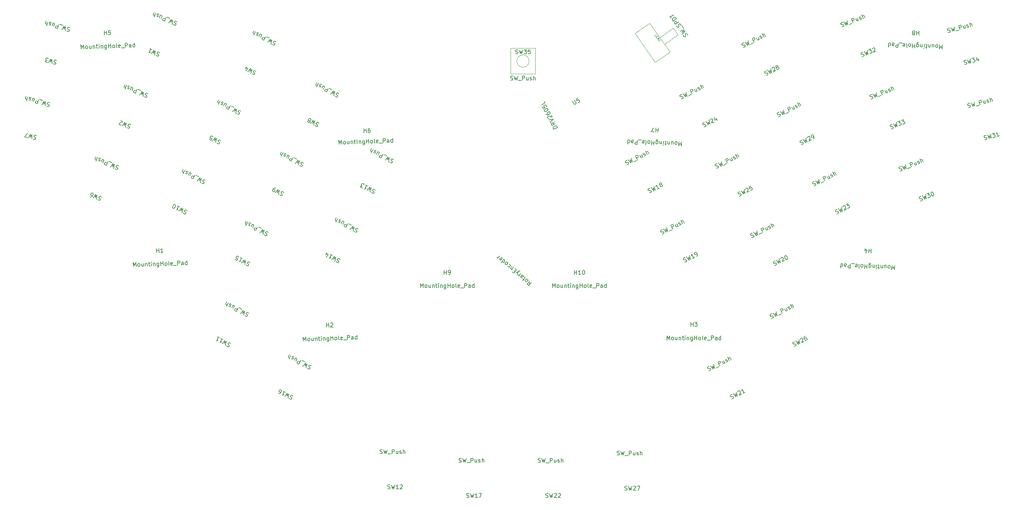
<source format=gbr>
%TF.GenerationSoftware,KiCad,Pcbnew,(6.0.4)*%
%TF.CreationDate,2022-11-04T17:16:24+01:00*%
%TF.ProjectId,Batreeq,42617472-6565-4712-9e6b-696361645f70,rev?*%
%TF.SameCoordinates,Original*%
%TF.FileFunction,AssemblyDrawing,Top*%
%FSLAX46Y46*%
G04 Gerber Fmt 4.6, Leading zero omitted, Abs format (unit mm)*
G04 Created by KiCad (PCBNEW (6.0.4)) date 2022-11-04 17:16:24*
%MOMM*%
%LPD*%
G01*
G04 APERTURE LIST*
%ADD10C,0.150000*%
%ADD11C,0.100000*%
G04 APERTURE END LIST*
D10*
%TO.C,SW7*%
X37125455Y-56618529D02*
X36999790Y-56535559D01*
X36769808Y-56473935D01*
X36665490Y-56495282D01*
X36607169Y-56528954D01*
X36536523Y-56608622D01*
X36511873Y-56700615D01*
X36533220Y-56804933D01*
X36566892Y-56863254D01*
X36646560Y-56933900D01*
X36818222Y-57029195D01*
X36897890Y-57099841D01*
X36931561Y-57158162D01*
X36952909Y-57262480D01*
X36928259Y-57354473D01*
X36857613Y-57434141D01*
X36799292Y-57467813D01*
X36694974Y-57489160D01*
X36464992Y-57427536D01*
X36339327Y-57344566D01*
X36005027Y-57304289D02*
X36033864Y-56276740D01*
X35665007Y-56917388D01*
X35665892Y-56178142D01*
X35177091Y-57082444D01*
X35322570Y-55987551D02*
X34586626Y-55790356D01*
X34331995Y-55820725D02*
X34073176Y-56786651D01*
X33705204Y-56688053D01*
X33625536Y-56617407D01*
X33591864Y-56559086D01*
X33570517Y-56454769D01*
X33607491Y-56316779D01*
X33678137Y-56237111D01*
X33736458Y-56203439D01*
X33840776Y-56182092D01*
X34208748Y-56280690D01*
X32779555Y-56094934D02*
X32952101Y-55450984D01*
X33193523Y-56205857D02*
X33329095Y-55699896D01*
X33307748Y-55595578D01*
X33228079Y-55524932D01*
X33090090Y-55487958D01*
X32985772Y-55509305D01*
X32927451Y-55542977D01*
X32525808Y-55386058D02*
X32446140Y-55315412D01*
X32262154Y-55266113D01*
X32157836Y-55287460D01*
X32087190Y-55367128D01*
X32074865Y-55413125D01*
X32096212Y-55517442D01*
X32175881Y-55588088D01*
X32313870Y-55625062D01*
X32393538Y-55695708D01*
X32414885Y-55800026D01*
X32402561Y-55846022D01*
X32331915Y-55925691D01*
X32227597Y-55947038D01*
X32089608Y-55910064D01*
X32009939Y-55839418D01*
X31710196Y-55118216D02*
X31451377Y-56084142D01*
X31296228Y-55007294D02*
X31160656Y-55513255D01*
X31182003Y-55617573D01*
X31261671Y-55688219D01*
X31399661Y-55725193D01*
X31503978Y-55703846D01*
X31562299Y-55670174D01*
X33836912Y-64650020D02*
X33711247Y-64567049D01*
X33481265Y-64505425D01*
X33376947Y-64526772D01*
X33318626Y-64560444D01*
X33247980Y-64640112D01*
X33223330Y-64732105D01*
X33244678Y-64836423D01*
X33278349Y-64894744D01*
X33358018Y-64965390D01*
X33529679Y-65060685D01*
X33609347Y-65131331D01*
X33643019Y-65189652D01*
X33664366Y-65293970D01*
X33639716Y-65385963D01*
X33569070Y-65465631D01*
X33510749Y-65499303D01*
X33406431Y-65520650D01*
X33176449Y-65459026D01*
X33050784Y-65376056D01*
X32716484Y-65335779D02*
X32745321Y-64308230D01*
X32376465Y-64948878D01*
X32377349Y-64209632D01*
X31888548Y-65113934D01*
X31612569Y-65039986D02*
X30968619Y-64867440D01*
X31641406Y-64012437D01*
%TO.C,SW26*%
X213363979Y-109226801D02*
X213512884Y-109204374D01*
X213725029Y-109096281D01*
X213788268Y-109010615D01*
X213809078Y-108946568D01*
X213808270Y-108840091D01*
X213765033Y-108755234D01*
X213679367Y-108691994D01*
X213615319Y-108671184D01*
X213508843Y-108671992D01*
X213317509Y-108716038D01*
X213211032Y-108716846D01*
X213146985Y-108696036D01*
X213061319Y-108632797D01*
X213018082Y-108547939D01*
X213017273Y-108441463D01*
X213038084Y-108377415D01*
X213101323Y-108291749D01*
X213313467Y-108183656D01*
X213462372Y-108161229D01*
X213737756Y-107967470D02*
X214403891Y-108750384D01*
X214249327Y-108027476D01*
X214743322Y-108577435D01*
X214501476Y-107578335D01*
X215125990Y-108489344D02*
X215804852Y-108143446D01*
X215973760Y-107950496D02*
X215519769Y-107059489D01*
X215859200Y-106886540D01*
X215965676Y-106885732D01*
X216029724Y-106906542D01*
X216115390Y-106969782D01*
X216180246Y-107097068D01*
X216181054Y-107203545D01*
X216160244Y-107267592D01*
X216097005Y-107353258D01*
X215757574Y-107526207D01*
X216943966Y-106707933D02*
X217246626Y-107301938D01*
X216562106Y-106902501D02*
X216799910Y-107369219D01*
X216885576Y-107432458D01*
X216992053Y-107431649D01*
X217119339Y-107366794D01*
X217182578Y-107281128D01*
X217203389Y-107217080D01*
X217606867Y-107064942D02*
X217713344Y-107064133D01*
X217883059Y-106977659D01*
X217946298Y-106891993D01*
X217945490Y-106785516D01*
X217923871Y-106743088D01*
X217838205Y-106679848D01*
X217731729Y-106680657D01*
X217604442Y-106745512D01*
X217497966Y-106746321D01*
X217412300Y-106683082D01*
X217390681Y-106640653D01*
X217389873Y-106534176D01*
X217453112Y-106448510D01*
X217580399Y-106383655D01*
X217686875Y-106382846D01*
X218392206Y-106718236D02*
X217938215Y-105827229D01*
X218774066Y-106523668D02*
X218536261Y-106056951D01*
X218450595Y-105993712D01*
X218344119Y-105994520D01*
X218216832Y-106059376D01*
X218153593Y-106145042D01*
X218132783Y-106209089D01*
X218924822Y-116055473D02*
X219073727Y-116033046D01*
X219285872Y-115924953D01*
X219349111Y-115839287D01*
X219369921Y-115775239D01*
X219369113Y-115668763D01*
X219325876Y-115583905D01*
X219240210Y-115520666D01*
X219176162Y-115499856D01*
X219069686Y-115500664D01*
X218878352Y-115544709D01*
X218771875Y-115545518D01*
X218707828Y-115524707D01*
X218622162Y-115461468D01*
X218578925Y-115376611D01*
X218578116Y-115270134D01*
X218598926Y-115206087D01*
X218662166Y-115120421D01*
X218874310Y-115012328D01*
X219023215Y-114989901D01*
X219298599Y-114796142D02*
X219964734Y-115579055D01*
X219810170Y-114856148D01*
X220304165Y-115406106D01*
X220062319Y-114407007D01*
X220402558Y-114340535D02*
X220423368Y-114276487D01*
X220486608Y-114190821D01*
X220698752Y-114082728D01*
X220805228Y-114081920D01*
X220869276Y-114102730D01*
X220954942Y-114165969D01*
X220998179Y-114250827D01*
X221020606Y-114399732D01*
X220770883Y-115168302D01*
X221322458Y-114887260D01*
X221632187Y-113607119D02*
X221462472Y-113693593D01*
X221399233Y-113779259D01*
X221378422Y-113843307D01*
X221358420Y-114013831D01*
X221402466Y-114205165D01*
X221575415Y-114544596D01*
X221661081Y-114607835D01*
X221725128Y-114628645D01*
X221831605Y-114627837D01*
X222001320Y-114541363D01*
X222064559Y-114455697D01*
X222085370Y-114391649D01*
X222084561Y-114285173D01*
X221976468Y-114073028D01*
X221890802Y-114009789D01*
X221826755Y-113988979D01*
X221720278Y-113989787D01*
X221550563Y-114076262D01*
X221487324Y-114161928D01*
X221466513Y-114225975D01*
X221467322Y-114332451D01*
%TO.C,H10*%
X159875917Y-101708456D02*
X159875917Y-100708456D01*
X160209250Y-101422742D01*
X160542584Y-100708456D01*
X160542584Y-101708456D01*
X161161631Y-101708456D02*
X161066393Y-101660837D01*
X161018774Y-101613218D01*
X160971155Y-101517980D01*
X160971155Y-101232266D01*
X161018774Y-101137028D01*
X161066393Y-101089409D01*
X161161631Y-101041790D01*
X161304488Y-101041790D01*
X161399726Y-101089409D01*
X161447346Y-101137028D01*
X161494965Y-101232266D01*
X161494965Y-101517980D01*
X161447346Y-101613218D01*
X161399726Y-101660837D01*
X161304488Y-101708456D01*
X161161631Y-101708456D01*
X162352107Y-101041790D02*
X162352107Y-101708456D01*
X161923536Y-101041790D02*
X161923536Y-101565599D01*
X161971155Y-101660837D01*
X162066393Y-101708456D01*
X162209250Y-101708456D01*
X162304488Y-101660837D01*
X162352107Y-101613218D01*
X162828298Y-101041790D02*
X162828298Y-101708456D01*
X162828298Y-101137028D02*
X162875917Y-101089409D01*
X162971155Y-101041790D01*
X163114012Y-101041790D01*
X163209250Y-101089409D01*
X163256869Y-101184647D01*
X163256869Y-101708456D01*
X163590203Y-101041790D02*
X163971155Y-101041790D01*
X163733060Y-100708456D02*
X163733060Y-101565599D01*
X163780679Y-101660837D01*
X163875917Y-101708456D01*
X163971155Y-101708456D01*
X164304488Y-101708456D02*
X164304488Y-101041790D01*
X164304488Y-100708456D02*
X164256869Y-100756076D01*
X164304488Y-100803695D01*
X164352107Y-100756076D01*
X164304488Y-100708456D01*
X164304488Y-100803695D01*
X164780679Y-101041790D02*
X164780679Y-101708456D01*
X164780679Y-101137028D02*
X164828298Y-101089409D01*
X164923536Y-101041790D01*
X165066393Y-101041790D01*
X165161631Y-101089409D01*
X165209250Y-101184647D01*
X165209250Y-101708456D01*
X166114012Y-101041790D02*
X166114012Y-101851314D01*
X166066393Y-101946552D01*
X166018774Y-101994171D01*
X165923536Y-102041790D01*
X165780679Y-102041790D01*
X165685441Y-101994171D01*
X166114012Y-101660837D02*
X166018774Y-101708456D01*
X165828298Y-101708456D01*
X165733060Y-101660837D01*
X165685441Y-101613218D01*
X165637822Y-101517980D01*
X165637822Y-101232266D01*
X165685441Y-101137028D01*
X165733060Y-101089409D01*
X165828298Y-101041790D01*
X166018774Y-101041790D01*
X166114012Y-101089409D01*
X166590203Y-101708456D02*
X166590203Y-100708456D01*
X166590203Y-101184647D02*
X167161631Y-101184647D01*
X167161631Y-101708456D02*
X167161631Y-100708456D01*
X167780679Y-101708456D02*
X167685441Y-101660837D01*
X167637822Y-101613218D01*
X167590203Y-101517980D01*
X167590203Y-101232266D01*
X167637822Y-101137028D01*
X167685441Y-101089409D01*
X167780679Y-101041790D01*
X167923536Y-101041790D01*
X168018774Y-101089409D01*
X168066393Y-101137028D01*
X168114012Y-101232266D01*
X168114012Y-101517980D01*
X168066393Y-101613218D01*
X168018774Y-101660837D01*
X167923536Y-101708456D01*
X167780679Y-101708456D01*
X168685441Y-101708456D02*
X168590203Y-101660837D01*
X168542584Y-101565599D01*
X168542584Y-100708456D01*
X169447346Y-101660837D02*
X169352107Y-101708456D01*
X169161631Y-101708456D01*
X169066393Y-101660837D01*
X169018774Y-101565599D01*
X169018774Y-101184647D01*
X169066393Y-101089409D01*
X169161631Y-101041790D01*
X169352107Y-101041790D01*
X169447346Y-101089409D01*
X169494965Y-101184647D01*
X169494965Y-101279885D01*
X169018774Y-101375123D01*
X169685441Y-101803695D02*
X170447346Y-101803695D01*
X170685441Y-101708456D02*
X170685441Y-100708456D01*
X171066393Y-100708456D01*
X171161631Y-100756076D01*
X171209250Y-100803695D01*
X171256869Y-100898933D01*
X171256869Y-101041790D01*
X171209250Y-101137028D01*
X171161631Y-101184647D01*
X171066393Y-101232266D01*
X170685441Y-101232266D01*
X172114012Y-101708456D02*
X172114012Y-101184647D01*
X172066393Y-101089409D01*
X171971155Y-101041790D01*
X171780679Y-101041790D01*
X171685441Y-101089409D01*
X172114012Y-101660837D02*
X172018774Y-101708456D01*
X171780679Y-101708456D01*
X171685441Y-101660837D01*
X171637822Y-101565599D01*
X171637822Y-101470361D01*
X171685441Y-101375123D01*
X171780679Y-101327504D01*
X172018774Y-101327504D01*
X172114012Y-101279885D01*
X173018774Y-101708456D02*
X173018774Y-100708456D01*
X173018774Y-101660837D02*
X172923536Y-101708456D01*
X172733060Y-101708456D01*
X172637822Y-101660837D01*
X172590203Y-101613218D01*
X172542584Y-101517980D01*
X172542584Y-101232266D01*
X172590203Y-101137028D01*
X172637822Y-101089409D01*
X172733060Y-101041790D01*
X172923536Y-101041790D01*
X173018774Y-101089409D01*
X165209250Y-98508456D02*
X165209250Y-97508456D01*
X165209250Y-97984647D02*
X165780679Y-97984647D01*
X165780679Y-98508456D02*
X165780679Y-97508456D01*
X166780679Y-98508456D02*
X166209250Y-98508456D01*
X166494965Y-98508456D02*
X166494965Y-97508456D01*
X166399726Y-97651314D01*
X166304488Y-97746552D01*
X166209250Y-97794171D01*
X167399726Y-97508456D02*
X167494965Y-97508456D01*
X167590203Y-97556076D01*
X167637822Y-97603695D01*
X167685441Y-97698933D01*
X167733060Y-97889409D01*
X167733060Y-98127504D01*
X167685441Y-98317980D01*
X167637822Y-98413218D01*
X167590203Y-98460837D01*
X167494965Y-98508456D01*
X167399726Y-98508456D01*
X167304488Y-98460837D01*
X167256869Y-98413218D01*
X167209250Y-98317980D01*
X167161631Y-98127504D01*
X167161631Y-97889409D01*
X167209250Y-97698933D01*
X167256869Y-97603695D01*
X167304488Y-97556076D01*
X167399726Y-97508456D01*
%TO.C,SW34*%
X256541908Y-39366143D02*
X256692222Y-39375166D01*
X256922204Y-39313542D01*
X257001872Y-39242896D01*
X257035544Y-39184575D01*
X257056891Y-39080257D01*
X257032242Y-38988264D01*
X256961596Y-38908596D01*
X256903275Y-38874924D01*
X256798957Y-38853577D01*
X256602646Y-38856880D01*
X256498329Y-38835533D01*
X256440008Y-38801861D01*
X256369362Y-38722193D01*
X256344712Y-38630200D01*
X256366059Y-38525882D01*
X256399731Y-38467561D01*
X256479399Y-38396915D01*
X256709382Y-38335292D01*
X256859696Y-38344314D01*
X257169346Y-38212044D02*
X257658148Y-39116347D01*
X257657263Y-38377101D01*
X258026119Y-39017749D01*
X257997283Y-37990199D01*
X258418741Y-39011144D02*
X259154684Y-38813949D01*
X259360017Y-38660332D02*
X259101198Y-37694406D01*
X259469170Y-37595809D01*
X259573487Y-37617156D01*
X259631808Y-37650827D01*
X259702454Y-37730496D01*
X259739428Y-37868485D01*
X259718081Y-37972803D01*
X259684410Y-38031124D01*
X259604741Y-38101770D01*
X259236770Y-38200367D01*
X260567365Y-37646640D02*
X260739911Y-38290591D01*
X260153397Y-37757562D02*
X260288969Y-38263524D01*
X260359614Y-38343192D01*
X260463932Y-38364539D01*
X260601922Y-38327565D01*
X260681590Y-38256919D01*
X260715262Y-38198598D01*
X261141554Y-38133672D02*
X261245872Y-38155019D01*
X261429858Y-38105720D01*
X261509526Y-38035074D01*
X261530873Y-37930756D01*
X261518548Y-37884760D01*
X261447903Y-37805092D01*
X261343585Y-37783745D01*
X261205596Y-37820719D01*
X261101278Y-37799372D01*
X261030632Y-37719703D01*
X261018307Y-37673707D01*
X261039654Y-37569389D01*
X261119323Y-37498743D01*
X261257312Y-37461769D01*
X261361630Y-37483116D01*
X261981816Y-37957823D02*
X261722997Y-36991897D01*
X262395784Y-37846901D02*
X262260212Y-37340940D01*
X262189566Y-37261271D01*
X262085248Y-37239924D01*
X261947259Y-37276899D01*
X261867591Y-37347544D01*
X261833919Y-37405866D01*
X260561472Y-47201757D02*
X260711786Y-47210779D01*
X260941768Y-47149155D01*
X261021436Y-47078510D01*
X261055108Y-47020188D01*
X261076455Y-46915871D01*
X261051806Y-46823878D01*
X260981160Y-46744210D01*
X260922839Y-46710538D01*
X260818521Y-46689191D01*
X260622211Y-46692493D01*
X260517893Y-46671146D01*
X260459572Y-46637474D01*
X260388926Y-46557806D01*
X260364276Y-46465813D01*
X260385623Y-46361496D01*
X260419295Y-46303174D01*
X260498963Y-46232528D01*
X260728946Y-46170905D01*
X260879260Y-46179927D01*
X261188910Y-46047658D02*
X261677712Y-46951960D01*
X261676827Y-46212714D01*
X262045683Y-46853362D01*
X262016847Y-45825813D01*
X262292826Y-45751865D02*
X262890780Y-45591643D01*
X262667402Y-46045888D01*
X262805392Y-46008914D01*
X262909709Y-46030261D01*
X262968030Y-46063933D01*
X263038676Y-46143601D01*
X263100300Y-46373583D01*
X263078953Y-46477901D01*
X263045281Y-46536222D01*
X262965613Y-46606868D01*
X262689634Y-46680816D01*
X262585316Y-46659469D01*
X262526995Y-46625797D01*
X263804989Y-45691774D02*
X263977535Y-46335724D01*
X263476409Y-45385425D02*
X263431297Y-46136996D01*
X264029252Y-45976775D01*
%TO.C,H8*%
X255092610Y-42409615D02*
X255057710Y-43409006D01*
X254749508Y-42683522D01*
X254391450Y-43385739D01*
X254426349Y-42386348D01*
X253807679Y-42364744D02*
X253901197Y-42415658D01*
X253947125Y-42464910D01*
X253991391Y-42561752D01*
X253981420Y-42847292D01*
X253930506Y-42940810D01*
X253881254Y-42986738D01*
X253784412Y-43031004D01*
X253641642Y-43026019D01*
X253548124Y-42975105D01*
X253502196Y-42925853D01*
X253457930Y-42829011D01*
X253467901Y-42543471D01*
X253518815Y-42449953D01*
X253568067Y-42404025D01*
X253664909Y-42359758D01*
X253807679Y-42364744D01*
X252594661Y-42989457D02*
X252617928Y-42323197D01*
X253022972Y-43004414D02*
X253041252Y-42480924D01*
X252996986Y-42384082D01*
X252903468Y-42333168D01*
X252760698Y-42328183D01*
X252663856Y-42372449D01*
X252614604Y-42418377D01*
X252118761Y-42972839D02*
X252142027Y-42306578D01*
X252122085Y-42877659D02*
X252072833Y-42923587D01*
X251975991Y-42967853D01*
X251833221Y-42962867D01*
X251739703Y-42911954D01*
X251695436Y-42815112D01*
X251713717Y-42291621D01*
X251357320Y-42946249D02*
X250976600Y-42932953D01*
X251202917Y-43274393D02*
X251232831Y-42417772D01*
X251188565Y-42320930D01*
X251095046Y-42270017D01*
X250999866Y-42266693D01*
X250666736Y-42255060D02*
X250643470Y-42921320D01*
X250631837Y-43254451D02*
X250681089Y-43208522D01*
X250635160Y-43159271D01*
X250585908Y-43205199D01*
X250631837Y-43254451D01*
X250635160Y-43159271D01*
X250167569Y-42904702D02*
X250190836Y-42238441D01*
X250170893Y-42809521D02*
X250121641Y-42855450D01*
X250024799Y-42899716D01*
X249882029Y-42894730D01*
X249788511Y-42843816D01*
X249744245Y-42746974D01*
X249762525Y-42223484D01*
X248835048Y-42858169D02*
X248863300Y-42049138D01*
X248914214Y-41955620D01*
X248963466Y-41909692D01*
X249060308Y-41865426D01*
X249203078Y-41870411D01*
X249296596Y-41921325D01*
X248856653Y-42239498D02*
X248953495Y-42195232D01*
X249143855Y-42201880D01*
X249237373Y-42252793D01*
X249283301Y-42302045D01*
X249327568Y-42398887D01*
X249317596Y-42684427D01*
X249266682Y-42777946D01*
X249217431Y-42823874D01*
X249120589Y-42868140D01*
X248930228Y-42861493D01*
X248836710Y-42810579D01*
X248382414Y-42175289D02*
X248347515Y-43174680D01*
X248364134Y-42698780D02*
X247793053Y-42678837D01*
X247811334Y-42155347D02*
X247776434Y-43154738D01*
X247192663Y-42133742D02*
X247286181Y-42184656D01*
X247332110Y-42233908D01*
X247376376Y-42330750D01*
X247366405Y-42616290D01*
X247315491Y-42709809D01*
X247266239Y-42755737D01*
X247169397Y-42800003D01*
X247026627Y-42795017D01*
X246933109Y-42744104D01*
X246887180Y-42694852D01*
X246842914Y-42598010D01*
X246852885Y-42312469D01*
X246903799Y-42218951D01*
X246953051Y-42173023D01*
X247049893Y-42128757D01*
X247192663Y-42133742D01*
X246288453Y-42102167D02*
X246381971Y-42153081D01*
X246426237Y-42249922D01*
X246396323Y-43106543D01*
X245525350Y-42123167D02*
X245622192Y-42078900D01*
X245812552Y-42085548D01*
X245906070Y-42136462D01*
X245950337Y-42233304D01*
X245937042Y-42614024D01*
X245886128Y-42707542D01*
X245789286Y-42751808D01*
X245598926Y-42745161D01*
X245505407Y-42694247D01*
X245461141Y-42597405D01*
X245464465Y-42502225D01*
X245943689Y-42423664D01*
X245292385Y-41972087D02*
X244530945Y-41945497D01*
X244289671Y-42032368D02*
X244254771Y-43031759D01*
X243874051Y-43018464D01*
X243780533Y-42967550D01*
X243734605Y-42918298D01*
X243690338Y-42821456D01*
X243695324Y-42678686D01*
X243746238Y-42585168D01*
X243795490Y-42539239D01*
X243892332Y-42494973D01*
X244273052Y-42508268D01*
X242861970Y-41982511D02*
X242843689Y-42506002D01*
X242887955Y-42602844D01*
X242981473Y-42653758D01*
X243171834Y-42660405D01*
X243268676Y-42616139D01*
X242860308Y-42030101D02*
X242957150Y-41985835D01*
X243195100Y-41994144D01*
X243288618Y-42045058D01*
X243332884Y-42141900D01*
X243329561Y-42237080D01*
X243278647Y-42330599D01*
X243181805Y-42374865D01*
X242943855Y-42366555D01*
X242847013Y-42410822D01*
X241957759Y-41950936D02*
X241922859Y-42950326D01*
X241956097Y-41998526D02*
X242052939Y-41954259D01*
X242243299Y-41960907D01*
X242336817Y-42011821D01*
X242382746Y-42061073D01*
X242427012Y-42157915D01*
X242417041Y-42443455D01*
X242366127Y-42536973D01*
X242316875Y-42582901D01*
X242220033Y-42627167D01*
X242029673Y-42620520D01*
X241936154Y-42569606D01*
X249398303Y-39008814D02*
X249363404Y-40008205D01*
X249380022Y-39532305D02*
X248808942Y-39512362D01*
X248827223Y-38988872D02*
X248792323Y-39988262D01*
X248188609Y-39538348D02*
X248282128Y-39589261D01*
X248328056Y-39638513D01*
X248372322Y-39735355D01*
X248370660Y-39782945D01*
X248319746Y-39876464D01*
X248270494Y-39922392D01*
X248173653Y-39966658D01*
X247983292Y-39960011D01*
X247889774Y-39909097D01*
X247843846Y-39859845D01*
X247799580Y-39763003D01*
X247801242Y-39715413D01*
X247852155Y-39621895D01*
X247901407Y-39575966D01*
X247998249Y-39531700D01*
X248188609Y-39538348D01*
X248285451Y-39494081D01*
X248334703Y-39448153D01*
X248385617Y-39354635D01*
X248392265Y-39164275D01*
X248347998Y-39067433D01*
X248302070Y-39018181D01*
X248208552Y-38967267D01*
X248018192Y-38960620D01*
X247921350Y-39004886D01*
X247872098Y-39050814D01*
X247821184Y-39144332D01*
X247814537Y-39334692D01*
X247858803Y-39431534D01*
X247904731Y-39480786D01*
X247998249Y-39531700D01*
%TO.C,H9*%
X127617914Y-101708459D02*
X127617914Y-100708459D01*
X127951247Y-101422745D01*
X128284581Y-100708459D01*
X128284581Y-101708459D01*
X128903628Y-101708459D02*
X128808390Y-101660840D01*
X128760771Y-101613221D01*
X128713152Y-101517983D01*
X128713152Y-101232269D01*
X128760771Y-101137031D01*
X128808390Y-101089412D01*
X128903628Y-101041793D01*
X129046485Y-101041793D01*
X129141723Y-101089412D01*
X129189343Y-101137031D01*
X129236962Y-101232269D01*
X129236962Y-101517983D01*
X129189343Y-101613221D01*
X129141723Y-101660840D01*
X129046485Y-101708459D01*
X128903628Y-101708459D01*
X130094104Y-101041793D02*
X130094104Y-101708459D01*
X129665533Y-101041793D02*
X129665533Y-101565602D01*
X129713152Y-101660840D01*
X129808390Y-101708459D01*
X129951247Y-101708459D01*
X130046485Y-101660840D01*
X130094104Y-101613221D01*
X130570295Y-101041793D02*
X130570295Y-101708459D01*
X130570295Y-101137031D02*
X130617914Y-101089412D01*
X130713152Y-101041793D01*
X130856009Y-101041793D01*
X130951247Y-101089412D01*
X130998866Y-101184650D01*
X130998866Y-101708459D01*
X131332200Y-101041793D02*
X131713152Y-101041793D01*
X131475057Y-100708459D02*
X131475057Y-101565602D01*
X131522676Y-101660840D01*
X131617914Y-101708459D01*
X131713152Y-101708459D01*
X132046485Y-101708459D02*
X132046485Y-101041793D01*
X132046485Y-100708459D02*
X131998866Y-100756079D01*
X132046485Y-100803698D01*
X132094104Y-100756079D01*
X132046485Y-100708459D01*
X132046485Y-100803698D01*
X132522676Y-101041793D02*
X132522676Y-101708459D01*
X132522676Y-101137031D02*
X132570295Y-101089412D01*
X132665533Y-101041793D01*
X132808390Y-101041793D01*
X132903628Y-101089412D01*
X132951247Y-101184650D01*
X132951247Y-101708459D01*
X133856009Y-101041793D02*
X133856009Y-101851317D01*
X133808390Y-101946555D01*
X133760771Y-101994174D01*
X133665533Y-102041793D01*
X133522676Y-102041793D01*
X133427438Y-101994174D01*
X133856009Y-101660840D02*
X133760771Y-101708459D01*
X133570295Y-101708459D01*
X133475057Y-101660840D01*
X133427438Y-101613221D01*
X133379819Y-101517983D01*
X133379819Y-101232269D01*
X133427438Y-101137031D01*
X133475057Y-101089412D01*
X133570295Y-101041793D01*
X133760771Y-101041793D01*
X133856009Y-101089412D01*
X134332200Y-101708459D02*
X134332200Y-100708459D01*
X134332200Y-101184650D02*
X134903628Y-101184650D01*
X134903628Y-101708459D02*
X134903628Y-100708459D01*
X135522676Y-101708459D02*
X135427438Y-101660840D01*
X135379819Y-101613221D01*
X135332200Y-101517983D01*
X135332200Y-101232269D01*
X135379819Y-101137031D01*
X135427438Y-101089412D01*
X135522676Y-101041793D01*
X135665533Y-101041793D01*
X135760771Y-101089412D01*
X135808390Y-101137031D01*
X135856009Y-101232269D01*
X135856009Y-101517983D01*
X135808390Y-101613221D01*
X135760771Y-101660840D01*
X135665533Y-101708459D01*
X135522676Y-101708459D01*
X136427438Y-101708459D02*
X136332200Y-101660840D01*
X136284581Y-101565602D01*
X136284581Y-100708459D01*
X137189343Y-101660840D02*
X137094104Y-101708459D01*
X136903628Y-101708459D01*
X136808390Y-101660840D01*
X136760771Y-101565602D01*
X136760771Y-101184650D01*
X136808390Y-101089412D01*
X136903628Y-101041793D01*
X137094104Y-101041793D01*
X137189343Y-101089412D01*
X137236962Y-101184650D01*
X137236962Y-101279888D01*
X136760771Y-101375126D01*
X137427438Y-101803698D02*
X138189343Y-101803698D01*
X138427438Y-101708459D02*
X138427438Y-100708459D01*
X138808390Y-100708459D01*
X138903628Y-100756079D01*
X138951247Y-100803698D01*
X138998866Y-100898936D01*
X138998866Y-101041793D01*
X138951247Y-101137031D01*
X138903628Y-101184650D01*
X138808390Y-101232269D01*
X138427438Y-101232269D01*
X139856009Y-101708459D02*
X139856009Y-101184650D01*
X139808390Y-101089412D01*
X139713152Y-101041793D01*
X139522676Y-101041793D01*
X139427438Y-101089412D01*
X139856009Y-101660840D02*
X139760771Y-101708459D01*
X139522676Y-101708459D01*
X139427438Y-101660840D01*
X139379819Y-101565602D01*
X139379819Y-101470364D01*
X139427438Y-101375126D01*
X139522676Y-101327507D01*
X139760771Y-101327507D01*
X139856009Y-101279888D01*
X140760771Y-101708459D02*
X140760771Y-100708459D01*
X140760771Y-101660840D02*
X140665533Y-101708459D01*
X140475057Y-101708459D01*
X140379819Y-101660840D01*
X140332200Y-101613221D01*
X140284581Y-101517983D01*
X140284581Y-101232269D01*
X140332200Y-101137031D01*
X140379819Y-101089412D01*
X140475057Y-101041793D01*
X140665533Y-101041793D01*
X140760771Y-101089412D01*
X133427438Y-98508459D02*
X133427438Y-97508459D01*
X133427438Y-97984650D02*
X133998866Y-97984650D01*
X133998866Y-98508459D02*
X133998866Y-97508459D01*
X134522676Y-98508459D02*
X134713152Y-98508459D01*
X134808390Y-98460840D01*
X134856009Y-98413221D01*
X134951247Y-98270364D01*
X134998866Y-98079888D01*
X134998866Y-97698936D01*
X134951247Y-97603698D01*
X134903628Y-97556079D01*
X134808390Y-97508459D01*
X134617914Y-97508459D01*
X134522676Y-97556079D01*
X134475057Y-97603698D01*
X134427438Y-97698936D01*
X134427438Y-97937031D01*
X134475057Y-98032269D01*
X134522676Y-98079888D01*
X134617914Y-98127507D01*
X134808390Y-98127507D01*
X134903628Y-98079888D01*
X134951247Y-98032269D01*
X134998866Y-97937031D01*
%TO.C,SW21*%
X198091311Y-122084900D02*
X198240216Y-122062473D01*
X198452361Y-121954380D01*
X198515600Y-121868714D01*
X198536410Y-121804667D01*
X198535602Y-121698190D01*
X198492365Y-121613333D01*
X198406699Y-121550093D01*
X198342651Y-121529283D01*
X198236175Y-121530091D01*
X198044841Y-121574137D01*
X197938364Y-121574945D01*
X197874317Y-121554135D01*
X197788651Y-121490896D01*
X197745414Y-121406038D01*
X197744605Y-121299562D01*
X197765416Y-121235514D01*
X197828655Y-121149848D01*
X198040799Y-121041755D01*
X198189704Y-121019328D01*
X198465088Y-120825569D02*
X199131223Y-121608483D01*
X198976659Y-120885575D01*
X199470654Y-121435534D01*
X199228808Y-120436434D01*
X199853322Y-121347443D02*
X200532184Y-121001545D01*
X200701092Y-120808595D02*
X200247101Y-119917588D01*
X200586532Y-119744639D01*
X200693008Y-119743831D01*
X200757056Y-119764641D01*
X200842722Y-119827881D01*
X200907578Y-119955167D01*
X200908386Y-120061644D01*
X200887576Y-120125691D01*
X200824337Y-120211357D01*
X200484906Y-120384306D01*
X201671298Y-119566032D02*
X201973958Y-120160037D01*
X201289438Y-119760600D02*
X201527242Y-120227318D01*
X201612908Y-120290557D01*
X201719385Y-120289748D01*
X201846671Y-120224893D01*
X201909910Y-120139227D01*
X201930721Y-120075179D01*
X202334199Y-119923041D02*
X202440676Y-119922232D01*
X202610391Y-119835758D01*
X202673630Y-119750092D01*
X202672822Y-119643615D01*
X202651203Y-119601187D01*
X202565537Y-119537947D01*
X202459061Y-119538756D01*
X202331774Y-119603611D01*
X202225298Y-119604420D01*
X202139632Y-119541181D01*
X202118013Y-119498752D01*
X202117205Y-119392275D01*
X202180444Y-119306609D01*
X202307731Y-119241754D01*
X202414207Y-119240945D01*
X203119538Y-119576335D02*
X202665547Y-118685328D01*
X203501398Y-119381767D02*
X203263593Y-118915050D01*
X203177927Y-118851811D01*
X203071451Y-118852619D01*
X202944164Y-118917475D01*
X202880925Y-119003141D01*
X202860115Y-119067188D01*
X203652154Y-128913572D02*
X203801059Y-128891145D01*
X204013204Y-128783052D01*
X204076443Y-128697386D01*
X204097253Y-128633338D01*
X204096445Y-128526862D01*
X204053208Y-128442004D01*
X203967542Y-128378765D01*
X203903494Y-128357955D01*
X203797018Y-128358763D01*
X203605684Y-128402808D01*
X203499207Y-128403617D01*
X203435160Y-128382806D01*
X203349494Y-128319567D01*
X203306257Y-128234710D01*
X203305448Y-128128233D01*
X203326258Y-128064186D01*
X203389498Y-127978520D01*
X203601642Y-127870427D01*
X203750547Y-127848000D01*
X204025931Y-127654241D02*
X204692066Y-128437154D01*
X204537502Y-127714247D01*
X205031497Y-128264205D01*
X204789651Y-127265106D01*
X205129890Y-127198634D02*
X205150700Y-127134586D01*
X205213940Y-127048920D01*
X205426084Y-126940827D01*
X205532560Y-126940019D01*
X205596608Y-126960829D01*
X205682274Y-127024068D01*
X205725511Y-127108926D01*
X205747938Y-127257831D01*
X205498215Y-128026401D01*
X206049790Y-127745359D01*
X206898368Y-127312987D02*
X206389221Y-127572410D01*
X206643794Y-127442699D02*
X206189804Y-126551692D01*
X206169802Y-126722216D01*
X206128181Y-126850311D01*
X206064942Y-126935977D01*
%TO.C,SW25*%
X199982647Y-72539078D02*
X200131552Y-72516651D01*
X200343697Y-72408558D01*
X200406936Y-72322892D01*
X200427746Y-72258845D01*
X200426938Y-72152368D01*
X200383701Y-72067511D01*
X200298035Y-72004271D01*
X200233987Y-71983461D01*
X200127511Y-71984269D01*
X199936177Y-72028315D01*
X199829700Y-72029123D01*
X199765653Y-72008313D01*
X199679987Y-71945074D01*
X199636750Y-71860216D01*
X199635941Y-71753740D01*
X199656752Y-71689692D01*
X199719991Y-71604026D01*
X199932135Y-71495933D01*
X200081040Y-71473506D01*
X200356424Y-71279747D02*
X201022559Y-72062661D01*
X200867995Y-71339753D01*
X201361990Y-71889712D01*
X201120144Y-70890612D01*
X201744658Y-71801621D02*
X202423520Y-71455723D01*
X202592428Y-71262773D02*
X202138437Y-70371766D01*
X202477868Y-70198817D01*
X202584344Y-70198009D01*
X202648392Y-70218819D01*
X202734058Y-70282059D01*
X202798914Y-70409345D01*
X202799722Y-70515822D01*
X202778912Y-70579869D01*
X202715673Y-70665535D01*
X202376242Y-70838484D01*
X203562634Y-70020210D02*
X203865294Y-70614215D01*
X203180774Y-70214778D02*
X203418578Y-70681496D01*
X203504244Y-70744735D01*
X203610721Y-70743926D01*
X203738007Y-70679071D01*
X203801246Y-70593405D01*
X203822057Y-70529357D01*
X204225535Y-70377219D02*
X204332012Y-70376410D01*
X204501727Y-70289936D01*
X204564966Y-70204270D01*
X204564158Y-70097793D01*
X204542539Y-70055365D01*
X204456873Y-69992125D01*
X204350397Y-69992934D01*
X204223110Y-70057789D01*
X204116634Y-70058598D01*
X204030968Y-69995359D01*
X204009349Y-69952930D01*
X204008541Y-69846453D01*
X204071780Y-69760787D01*
X204199067Y-69695932D01*
X204305543Y-69695123D01*
X205010874Y-70030513D02*
X204556883Y-69139506D01*
X205392734Y-69835945D02*
X205154929Y-69369228D01*
X205069263Y-69305989D01*
X204962787Y-69306797D01*
X204835500Y-69371653D01*
X204772261Y-69457319D01*
X204751451Y-69521366D01*
X205543490Y-79367750D02*
X205692395Y-79345323D01*
X205904540Y-79237230D01*
X205967779Y-79151564D01*
X205988589Y-79087516D01*
X205987781Y-78981040D01*
X205944544Y-78896182D01*
X205858878Y-78832943D01*
X205794830Y-78812133D01*
X205688354Y-78812941D01*
X205497020Y-78856986D01*
X205390543Y-78857795D01*
X205326496Y-78836984D01*
X205240830Y-78773745D01*
X205197593Y-78688888D01*
X205196784Y-78582411D01*
X205217594Y-78518364D01*
X205280834Y-78432698D01*
X205492978Y-78324605D01*
X205641883Y-78302178D01*
X205917267Y-78108419D02*
X206583402Y-78891332D01*
X206428838Y-78168425D01*
X206922833Y-78718383D01*
X206680987Y-77719284D01*
X207021226Y-77652812D02*
X207042036Y-77588764D01*
X207105276Y-77503098D01*
X207317420Y-77395005D01*
X207423896Y-77394197D01*
X207487944Y-77415007D01*
X207573610Y-77478246D01*
X207616847Y-77563104D01*
X207639274Y-77712009D01*
X207389551Y-78480579D01*
X207941126Y-78199537D01*
X208293284Y-76897777D02*
X207868995Y-77113963D01*
X208042753Y-77559871D01*
X208063563Y-77495823D01*
X208126802Y-77410157D01*
X208338946Y-77302064D01*
X208445423Y-77301256D01*
X208509470Y-77322066D01*
X208595136Y-77385305D01*
X208703229Y-77597450D01*
X208704038Y-77703926D01*
X208683227Y-77767974D01*
X208619988Y-77853640D01*
X208407844Y-77961733D01*
X208301367Y-77962541D01*
X208237320Y-77941731D01*
%TO.C,SW4*%
X92349899Y-41738109D02*
X92244231Y-41630824D01*
X92032087Y-41522731D01*
X91925610Y-41521923D01*
X91861563Y-41542733D01*
X91775897Y-41605973D01*
X91732659Y-41690830D01*
X91731851Y-41797307D01*
X91752661Y-41861354D01*
X91815901Y-41947020D01*
X91963998Y-42075924D01*
X92027237Y-42161590D01*
X92048047Y-42225637D01*
X92047239Y-42332113D01*
X92004001Y-42416971D01*
X91918335Y-42480210D01*
X91854288Y-42501021D01*
X91747812Y-42500212D01*
X91535667Y-42392119D01*
X91429999Y-42284835D01*
X91111378Y-42175933D02*
X91353224Y-41176834D01*
X90859230Y-41726793D01*
X91013793Y-41003885D01*
X90347658Y-41786799D01*
X90717600Y-40746079D02*
X90038737Y-40400181D01*
X89783356Y-40376946D02*
X89329365Y-41267952D01*
X88989934Y-41095004D01*
X88926695Y-41009338D01*
X88905885Y-40945290D01*
X88906693Y-40838814D01*
X88971549Y-40711527D01*
X89057215Y-40648288D01*
X89121262Y-40627478D01*
X89227739Y-40628286D01*
X89567170Y-40801235D01*
X88207829Y-40322392D02*
X88510489Y-39728388D01*
X88589689Y-40516960D02*
X88827493Y-40050242D01*
X88828302Y-39943766D01*
X88765063Y-39858100D01*
X88637776Y-39793244D01*
X88531300Y-39792436D01*
X88467252Y-39813246D01*
X88107011Y-39576250D02*
X88043772Y-39490584D01*
X87874056Y-39404109D01*
X87767580Y-39403301D01*
X87681914Y-39466540D01*
X87660295Y-39508969D01*
X87659487Y-39615445D01*
X87722726Y-39701111D01*
X87850013Y-39765967D01*
X87913252Y-39851633D01*
X87912443Y-39958110D01*
X87890825Y-40000538D01*
X87805159Y-40063778D01*
X87698682Y-40062969D01*
X87571396Y-39998113D01*
X87508157Y-39912447D01*
X87364910Y-39144686D02*
X86910919Y-40035693D01*
X86983050Y-38950119D02*
X86745245Y-39416836D01*
X86744437Y-39523313D01*
X86807676Y-39608979D01*
X86934963Y-39673835D01*
X87041439Y-39674643D01*
X87105486Y-39653833D01*
X87463378Y-48910366D02*
X87357710Y-48803081D01*
X87145566Y-48694988D01*
X87039089Y-48694180D01*
X86975042Y-48714990D01*
X86889376Y-48778229D01*
X86846139Y-48863087D01*
X86845330Y-48969563D01*
X86866141Y-49033611D01*
X86929380Y-49119277D01*
X87077477Y-49248180D01*
X87140716Y-49333846D01*
X87161526Y-49397894D01*
X87160718Y-49504370D01*
X87117481Y-49589228D01*
X87031815Y-49652467D01*
X86967767Y-49673277D01*
X86861291Y-49672469D01*
X86649146Y-49564376D01*
X86543478Y-49457091D01*
X86224858Y-49348190D02*
X86466704Y-48349091D01*
X85972709Y-48899049D01*
X86127273Y-48176142D01*
X85461138Y-48959055D01*
X84891177Y-48294537D02*
X85193837Y-47700533D01*
X84930373Y-48742061D02*
X85466796Y-48213721D01*
X84915220Y-47932679D01*
%TO.C,SW8*%
X107698017Y-54402731D02*
X107592349Y-54295446D01*
X107380205Y-54187353D01*
X107273728Y-54186545D01*
X107209681Y-54207355D01*
X107124015Y-54270595D01*
X107080777Y-54355452D01*
X107079969Y-54461929D01*
X107100779Y-54525976D01*
X107164019Y-54611642D01*
X107312116Y-54740546D01*
X107375355Y-54826212D01*
X107396165Y-54890259D01*
X107395357Y-54996735D01*
X107352119Y-55081593D01*
X107266453Y-55144832D01*
X107202406Y-55165643D01*
X107095930Y-55164834D01*
X106883785Y-55056741D01*
X106778117Y-54949457D01*
X106459496Y-54840555D02*
X106701342Y-53841456D01*
X106207348Y-54391415D01*
X106361911Y-53668507D01*
X105695776Y-54451421D01*
X106065718Y-53410701D02*
X105386855Y-53064803D01*
X105131474Y-53041568D02*
X104677483Y-53932574D01*
X104338052Y-53759626D01*
X104274813Y-53673960D01*
X104254003Y-53609912D01*
X104254811Y-53503436D01*
X104319667Y-53376149D01*
X104405333Y-53312910D01*
X104469380Y-53292100D01*
X104575857Y-53292908D01*
X104915288Y-53465857D01*
X103555947Y-52987014D02*
X103858607Y-52393010D01*
X103937807Y-53181582D02*
X104175611Y-52714864D01*
X104176420Y-52608388D01*
X104113181Y-52522722D01*
X103985894Y-52457866D01*
X103879418Y-52457058D01*
X103815370Y-52477868D01*
X103455129Y-52240872D02*
X103391890Y-52155206D01*
X103222174Y-52068731D01*
X103115698Y-52067923D01*
X103030032Y-52131162D01*
X103008413Y-52173591D01*
X103007605Y-52280067D01*
X103070844Y-52365733D01*
X103198131Y-52430589D01*
X103261370Y-52516255D01*
X103260561Y-52622732D01*
X103238943Y-52665160D01*
X103153277Y-52728400D01*
X103046800Y-52727591D01*
X102919514Y-52662735D01*
X102856275Y-52577069D01*
X102713028Y-51809308D02*
X102259037Y-52700315D01*
X102331168Y-51614741D02*
X102093363Y-52081458D01*
X102092555Y-52187935D01*
X102155794Y-52273601D01*
X102283081Y-52338457D01*
X102389557Y-52339265D01*
X102453604Y-52318455D01*
X102811496Y-61574988D02*
X102705828Y-61467703D01*
X102493684Y-61359610D01*
X102387207Y-61358802D01*
X102323160Y-61379612D01*
X102237494Y-61442851D01*
X102194257Y-61527709D01*
X102193448Y-61634185D01*
X102214259Y-61698233D01*
X102277498Y-61783899D01*
X102425595Y-61912802D01*
X102488834Y-61998468D01*
X102509644Y-62062516D01*
X102508836Y-62168992D01*
X102465599Y-62253850D01*
X102379933Y-62317089D01*
X102315885Y-62337899D01*
X102209409Y-62337091D01*
X101997264Y-62228998D01*
X101891596Y-62121713D01*
X101572976Y-62012812D02*
X101814822Y-61013713D01*
X101320827Y-61563671D01*
X101475391Y-60840764D01*
X100809256Y-61623677D01*
X100537105Y-61004013D02*
X100600345Y-61089679D01*
X100621155Y-61153726D01*
X100620347Y-61260203D01*
X100598728Y-61302632D01*
X100513062Y-61365871D01*
X100449014Y-61386681D01*
X100342538Y-61385873D01*
X100172822Y-61299398D01*
X100109583Y-61213732D01*
X100088773Y-61149685D01*
X100089581Y-61043208D01*
X100111200Y-61000780D01*
X100196866Y-60937540D01*
X100260913Y-60916730D01*
X100367390Y-60917538D01*
X100537105Y-61004013D01*
X100643582Y-61004821D01*
X100707629Y-60984011D01*
X100793295Y-60920772D01*
X100879770Y-60751056D01*
X100880578Y-60644580D01*
X100859768Y-60580532D01*
X100796529Y-60494866D01*
X100626813Y-60408392D01*
X100520337Y-60407584D01*
X100456289Y-60428394D01*
X100370623Y-60491633D01*
X100284149Y-60661349D01*
X100283340Y-60767825D01*
X100304151Y-60831872D01*
X100367390Y-60917538D01*
%TO.C,SW22*%
X156376812Y-144385185D02*
X156519670Y-144432804D01*
X156757765Y-144432804D01*
X156853003Y-144385185D01*
X156900622Y-144337566D01*
X156948241Y-144242328D01*
X156948241Y-144147090D01*
X156900622Y-144051852D01*
X156853003Y-144004233D01*
X156757765Y-143956614D01*
X156567289Y-143908995D01*
X156472051Y-143861376D01*
X156424432Y-143813757D01*
X156376812Y-143718519D01*
X156376812Y-143623281D01*
X156424432Y-143528043D01*
X156472051Y-143480424D01*
X156567289Y-143432804D01*
X156805384Y-143432804D01*
X156948241Y-143480424D01*
X157281574Y-143432804D02*
X157519670Y-144432804D01*
X157710146Y-143718519D01*
X157900622Y-144432804D01*
X158138717Y-143432804D01*
X158281574Y-144528043D02*
X159043479Y-144528043D01*
X159281574Y-144432804D02*
X159281574Y-143432804D01*
X159662527Y-143432804D01*
X159757765Y-143480424D01*
X159805384Y-143528043D01*
X159853003Y-143623281D01*
X159853003Y-143766138D01*
X159805384Y-143861376D01*
X159757765Y-143908995D01*
X159662527Y-143956614D01*
X159281574Y-143956614D01*
X160710146Y-143766138D02*
X160710146Y-144432804D01*
X160281574Y-143766138D02*
X160281574Y-144289947D01*
X160329193Y-144385185D01*
X160424432Y-144432804D01*
X160567289Y-144432804D01*
X160662527Y-144385185D01*
X160710146Y-144337566D01*
X161138717Y-144385185D02*
X161233955Y-144432804D01*
X161424432Y-144432804D01*
X161519670Y-144385185D01*
X161567289Y-144289947D01*
X161567289Y-144242328D01*
X161519670Y-144147090D01*
X161424432Y-144099471D01*
X161281574Y-144099471D01*
X161186336Y-144051852D01*
X161138717Y-143956614D01*
X161138717Y-143908995D01*
X161186336Y-143813757D01*
X161281574Y-143766138D01*
X161424432Y-143766138D01*
X161519670Y-143813757D01*
X161995860Y-144432804D02*
X161995860Y-143432804D01*
X162424432Y-144432804D02*
X162424432Y-143908995D01*
X162376812Y-143813757D01*
X162281574Y-143766138D01*
X162138717Y-143766138D01*
X162043479Y-143813757D01*
X161995860Y-143861376D01*
X158231408Y-152994146D02*
X158374265Y-153041765D01*
X158612360Y-153041765D01*
X158707598Y-152994146D01*
X158755217Y-152946527D01*
X158802836Y-152851289D01*
X158802836Y-152756051D01*
X158755217Y-152660813D01*
X158707598Y-152613194D01*
X158612360Y-152565575D01*
X158421884Y-152517956D01*
X158326646Y-152470337D01*
X158279027Y-152422718D01*
X158231408Y-152327480D01*
X158231408Y-152232242D01*
X158279027Y-152137004D01*
X158326646Y-152089385D01*
X158421884Y-152041765D01*
X158659979Y-152041765D01*
X158802836Y-152089385D01*
X159136170Y-152041765D02*
X159374265Y-153041765D01*
X159564741Y-152327480D01*
X159755217Y-153041765D01*
X159993312Y-152041765D01*
X160326646Y-152137004D02*
X160374265Y-152089385D01*
X160469503Y-152041765D01*
X160707598Y-152041765D01*
X160802836Y-152089385D01*
X160850455Y-152137004D01*
X160898074Y-152232242D01*
X160898074Y-152327480D01*
X160850455Y-152470337D01*
X160279027Y-153041765D01*
X160898074Y-153041765D01*
X161279027Y-152137004D02*
X161326646Y-152089385D01*
X161421884Y-152041765D01*
X161659979Y-152041765D01*
X161755217Y-152089385D01*
X161802836Y-152137004D01*
X161850455Y-152232242D01*
X161850455Y-152327480D01*
X161802836Y-152470337D01*
X161231408Y-153041765D01*
X161850455Y-153041765D01*
%TO.C,H3*%
X187851026Y-114506730D02*
X187851026Y-113506730D01*
X188184359Y-114221016D01*
X188517693Y-113506730D01*
X188517693Y-114506730D01*
X189136740Y-114506730D02*
X189041502Y-114459111D01*
X188993883Y-114411492D01*
X188946264Y-114316254D01*
X188946264Y-114030540D01*
X188993883Y-113935302D01*
X189041502Y-113887683D01*
X189136740Y-113840064D01*
X189279597Y-113840064D01*
X189374835Y-113887683D01*
X189422455Y-113935302D01*
X189470074Y-114030540D01*
X189470074Y-114316254D01*
X189422455Y-114411492D01*
X189374835Y-114459111D01*
X189279597Y-114506730D01*
X189136740Y-114506730D01*
X190327216Y-113840064D02*
X190327216Y-114506730D01*
X189898645Y-113840064D02*
X189898645Y-114363873D01*
X189946264Y-114459111D01*
X190041502Y-114506730D01*
X190184359Y-114506730D01*
X190279597Y-114459111D01*
X190327216Y-114411492D01*
X190803407Y-113840064D02*
X190803407Y-114506730D01*
X190803407Y-113935302D02*
X190851026Y-113887683D01*
X190946264Y-113840064D01*
X191089121Y-113840064D01*
X191184359Y-113887683D01*
X191231978Y-113982921D01*
X191231978Y-114506730D01*
X191565312Y-113840064D02*
X191946264Y-113840064D01*
X191708169Y-113506730D02*
X191708169Y-114363873D01*
X191755788Y-114459111D01*
X191851026Y-114506730D01*
X191946264Y-114506730D01*
X192279597Y-114506730D02*
X192279597Y-113840064D01*
X192279597Y-113506730D02*
X192231978Y-113554350D01*
X192279597Y-113601969D01*
X192327216Y-113554350D01*
X192279597Y-113506730D01*
X192279597Y-113601969D01*
X192755788Y-113840064D02*
X192755788Y-114506730D01*
X192755788Y-113935302D02*
X192803407Y-113887683D01*
X192898645Y-113840064D01*
X193041502Y-113840064D01*
X193136740Y-113887683D01*
X193184359Y-113982921D01*
X193184359Y-114506730D01*
X194089121Y-113840064D02*
X194089121Y-114649588D01*
X194041502Y-114744826D01*
X193993883Y-114792445D01*
X193898645Y-114840064D01*
X193755788Y-114840064D01*
X193660550Y-114792445D01*
X194089121Y-114459111D02*
X193993883Y-114506730D01*
X193803407Y-114506730D01*
X193708169Y-114459111D01*
X193660550Y-114411492D01*
X193612931Y-114316254D01*
X193612931Y-114030540D01*
X193660550Y-113935302D01*
X193708169Y-113887683D01*
X193803407Y-113840064D01*
X193993883Y-113840064D01*
X194089121Y-113887683D01*
X194565312Y-114506730D02*
X194565312Y-113506730D01*
X194565312Y-113982921D02*
X195136740Y-113982921D01*
X195136740Y-114506730D02*
X195136740Y-113506730D01*
X195755788Y-114506730D02*
X195660550Y-114459111D01*
X195612931Y-114411492D01*
X195565312Y-114316254D01*
X195565312Y-114030540D01*
X195612931Y-113935302D01*
X195660550Y-113887683D01*
X195755788Y-113840064D01*
X195898645Y-113840064D01*
X195993883Y-113887683D01*
X196041502Y-113935302D01*
X196089121Y-114030540D01*
X196089121Y-114316254D01*
X196041502Y-114411492D01*
X195993883Y-114459111D01*
X195898645Y-114506730D01*
X195755788Y-114506730D01*
X196660550Y-114506730D02*
X196565312Y-114459111D01*
X196517693Y-114363873D01*
X196517693Y-113506730D01*
X197422455Y-114459111D02*
X197327216Y-114506730D01*
X197136740Y-114506730D01*
X197041502Y-114459111D01*
X196993883Y-114363873D01*
X196993883Y-113982921D01*
X197041502Y-113887683D01*
X197136740Y-113840064D01*
X197327216Y-113840064D01*
X197422455Y-113887683D01*
X197470074Y-113982921D01*
X197470074Y-114078159D01*
X196993883Y-114173397D01*
X197660550Y-114601969D02*
X198422455Y-114601969D01*
X198660550Y-114506730D02*
X198660550Y-113506730D01*
X199041502Y-113506730D01*
X199136740Y-113554350D01*
X199184359Y-113601969D01*
X199231978Y-113697207D01*
X199231978Y-113840064D01*
X199184359Y-113935302D01*
X199136740Y-113982921D01*
X199041502Y-114030540D01*
X198660550Y-114030540D01*
X200089121Y-114506730D02*
X200089121Y-113982921D01*
X200041502Y-113887683D01*
X199946264Y-113840064D01*
X199755788Y-113840064D01*
X199660550Y-113887683D01*
X200089121Y-114459111D02*
X199993883Y-114506730D01*
X199755788Y-114506730D01*
X199660550Y-114459111D01*
X199612931Y-114363873D01*
X199612931Y-114268635D01*
X199660550Y-114173397D01*
X199755788Y-114125778D01*
X199993883Y-114125778D01*
X200089121Y-114078159D01*
X200993883Y-114506730D02*
X200993883Y-113506730D01*
X200993883Y-114459111D02*
X200898645Y-114506730D01*
X200708169Y-114506730D01*
X200612931Y-114459111D01*
X200565312Y-114411492D01*
X200517693Y-114316254D01*
X200517693Y-114030540D01*
X200565312Y-113935302D01*
X200612931Y-113887683D01*
X200708169Y-113840064D01*
X200898645Y-113840064D01*
X200993883Y-113887683D01*
X193662295Y-111206745D02*
X193662295Y-110206745D01*
X193662295Y-110682936D02*
X194233723Y-110682936D01*
X194233723Y-111206745D02*
X194233723Y-110206745D01*
X194614676Y-110206745D02*
X195233723Y-110206745D01*
X194900390Y-110587698D01*
X195043247Y-110587698D01*
X195138485Y-110635317D01*
X195186104Y-110682936D01*
X195233723Y-110778174D01*
X195233723Y-111016269D01*
X195186104Y-111111507D01*
X195138485Y-111159126D01*
X195043247Y-111206745D01*
X194757533Y-111206745D01*
X194662295Y-111159126D01*
X194614676Y-111111507D01*
%TO.C,SW27*%
X175680814Y-142607186D02*
X175823672Y-142654805D01*
X176061767Y-142654805D01*
X176157005Y-142607186D01*
X176204624Y-142559567D01*
X176252243Y-142464329D01*
X176252243Y-142369091D01*
X176204624Y-142273853D01*
X176157005Y-142226234D01*
X176061767Y-142178615D01*
X175871291Y-142130996D01*
X175776053Y-142083377D01*
X175728434Y-142035758D01*
X175680814Y-141940520D01*
X175680814Y-141845282D01*
X175728434Y-141750044D01*
X175776053Y-141702425D01*
X175871291Y-141654805D01*
X176109386Y-141654805D01*
X176252243Y-141702425D01*
X176585576Y-141654805D02*
X176823672Y-142654805D01*
X177014148Y-141940520D01*
X177204624Y-142654805D01*
X177442719Y-141654805D01*
X177585576Y-142750044D02*
X178347481Y-142750044D01*
X178585576Y-142654805D02*
X178585576Y-141654805D01*
X178966529Y-141654805D01*
X179061767Y-141702425D01*
X179109386Y-141750044D01*
X179157005Y-141845282D01*
X179157005Y-141988139D01*
X179109386Y-142083377D01*
X179061767Y-142130996D01*
X178966529Y-142178615D01*
X178585576Y-142178615D01*
X180014148Y-141988139D02*
X180014148Y-142654805D01*
X179585576Y-141988139D02*
X179585576Y-142511948D01*
X179633195Y-142607186D01*
X179728434Y-142654805D01*
X179871291Y-142654805D01*
X179966529Y-142607186D01*
X180014148Y-142559567D01*
X180442719Y-142607186D02*
X180537957Y-142654805D01*
X180728434Y-142654805D01*
X180823672Y-142607186D01*
X180871291Y-142511948D01*
X180871291Y-142464329D01*
X180823672Y-142369091D01*
X180728434Y-142321472D01*
X180585576Y-142321472D01*
X180490338Y-142273853D01*
X180442719Y-142178615D01*
X180442719Y-142130996D01*
X180490338Y-142035758D01*
X180585576Y-141988139D01*
X180728434Y-141988139D01*
X180823672Y-142035758D01*
X181299862Y-142654805D02*
X181299862Y-141654805D01*
X181728434Y-142654805D02*
X181728434Y-142130996D01*
X181680814Y-142035758D01*
X181585576Y-141988139D01*
X181442719Y-141988139D01*
X181347481Y-142035758D01*
X181299862Y-142083377D01*
X177535410Y-151216147D02*
X177678267Y-151263766D01*
X177916362Y-151263766D01*
X178011600Y-151216147D01*
X178059219Y-151168528D01*
X178106838Y-151073290D01*
X178106838Y-150978052D01*
X178059219Y-150882814D01*
X178011600Y-150835195D01*
X177916362Y-150787576D01*
X177725886Y-150739957D01*
X177630648Y-150692338D01*
X177583029Y-150644719D01*
X177535410Y-150549481D01*
X177535410Y-150454243D01*
X177583029Y-150359005D01*
X177630648Y-150311386D01*
X177725886Y-150263766D01*
X177963981Y-150263766D01*
X178106838Y-150311386D01*
X178440172Y-150263766D02*
X178678267Y-151263766D01*
X178868743Y-150549481D01*
X179059219Y-151263766D01*
X179297314Y-150263766D01*
X179630648Y-150359005D02*
X179678267Y-150311386D01*
X179773505Y-150263766D01*
X180011600Y-150263766D01*
X180106838Y-150311386D01*
X180154457Y-150359005D01*
X180202076Y-150454243D01*
X180202076Y-150549481D01*
X180154457Y-150692338D01*
X179583029Y-151263766D01*
X180202076Y-151263766D01*
X180535410Y-150263766D02*
X181202076Y-150263766D01*
X180773505Y-151263766D01*
%TO.C,SW33*%
X237676215Y-55632172D02*
X237826508Y-55622809D01*
X238047266Y-55533617D01*
X238117731Y-55453788D01*
X238144044Y-55391798D01*
X238152519Y-55285657D01*
X238116842Y-55197353D01*
X238037014Y-55126889D01*
X237975024Y-55100575D01*
X237868882Y-55092101D01*
X237674437Y-55119303D01*
X237568296Y-55110828D01*
X237506306Y-55084515D01*
X237426477Y-55014050D01*
X237390800Y-54925747D01*
X237399275Y-54819605D01*
X237425588Y-54757615D01*
X237496053Y-54677787D01*
X237716811Y-54588594D01*
X237867104Y-54579231D01*
X238158327Y-54410210D02*
X238753692Y-55248202D01*
X238662722Y-54514574D01*
X239106905Y-55105495D01*
X238953056Y-54089119D01*
X239495795Y-55051091D02*
X240202220Y-54765676D01*
X240387302Y-54588181D02*
X240012695Y-53660997D01*
X240365908Y-53518290D01*
X240472049Y-53526765D01*
X240534040Y-53553078D01*
X240613868Y-53623543D01*
X240667383Y-53755998D01*
X240658908Y-53862139D01*
X240632595Y-53924129D01*
X240562130Y-54003958D01*
X240208917Y-54146665D01*
X241462112Y-53434906D02*
X241711850Y-54053029D01*
X241064748Y-53595452D02*
X241260970Y-54081120D01*
X241340799Y-54151584D01*
X241446940Y-54160059D01*
X241579395Y-54106544D01*
X241649860Y-54026716D01*
X241676173Y-53964726D01*
X242091376Y-53848331D02*
X242197518Y-53856806D01*
X242374124Y-53785453D01*
X242444589Y-53705624D01*
X242453064Y-53599483D01*
X242435225Y-53555331D01*
X242355397Y-53484866D01*
X242249255Y-53476391D01*
X242116800Y-53529907D01*
X242010659Y-53521432D01*
X241930830Y-53450967D01*
X241912992Y-53406815D01*
X241921467Y-53300674D01*
X241991932Y-53220845D01*
X242124386Y-53167330D01*
X242230528Y-53175805D01*
X242903943Y-53571392D02*
X242529337Y-52644208D01*
X243301308Y-53410846D02*
X243105085Y-52925178D01*
X243025257Y-52854713D01*
X242919115Y-52846239D01*
X242786661Y-52899754D01*
X242716196Y-52979582D01*
X242689883Y-53041572D01*
X242620739Y-62919519D02*
X242771032Y-62910155D01*
X242991790Y-62820963D01*
X243062255Y-62741135D01*
X243088568Y-62679145D01*
X243097043Y-62573003D01*
X243061366Y-62484700D01*
X242981538Y-62414235D01*
X242919548Y-62387922D01*
X242813406Y-62379447D01*
X242618961Y-62406649D01*
X242512819Y-62398174D01*
X242450829Y-62371861D01*
X242371001Y-62301396D01*
X242335324Y-62213093D01*
X242343799Y-62106951D01*
X242370112Y-62044961D01*
X242440577Y-61965133D01*
X242661335Y-61875941D01*
X242811628Y-61866577D01*
X243102851Y-61697557D02*
X243698216Y-62535549D01*
X243607246Y-61801921D01*
X244051429Y-62392841D01*
X243897580Y-61376465D01*
X244162490Y-61269435D02*
X244736461Y-61037536D01*
X244570107Y-61515617D01*
X244702562Y-61462102D01*
X244808703Y-61470577D01*
X244870693Y-61496890D01*
X244950522Y-61567355D01*
X245039714Y-61788113D01*
X245031239Y-61894255D01*
X245004926Y-61956245D01*
X244934461Y-62036073D01*
X244669551Y-62143104D01*
X244563410Y-62134629D01*
X244501420Y-62108316D01*
X245045522Y-60912667D02*
X245619493Y-60680767D01*
X245453139Y-61158849D01*
X245585594Y-61105334D01*
X245691736Y-61113809D01*
X245753726Y-61140122D01*
X245833554Y-61210587D01*
X245922746Y-61431345D01*
X245914271Y-61537486D01*
X245887958Y-61599476D01*
X245817493Y-61679305D01*
X245552584Y-61786335D01*
X245446442Y-61777861D01*
X245384452Y-61751547D01*
%TO.C,H6*%
X107734337Y-66691330D02*
X107699437Y-65691940D01*
X108057496Y-66394157D01*
X108365698Y-65668673D01*
X108400597Y-66668064D01*
X109019268Y-66646460D02*
X108922426Y-66602193D01*
X108873174Y-66556265D01*
X108822260Y-66462747D01*
X108812289Y-66177207D01*
X108856555Y-66080365D01*
X108902483Y-66031113D01*
X108996002Y-65980199D01*
X109138772Y-65975213D01*
X109235614Y-66019480D01*
X109284866Y-66065408D01*
X109335779Y-66158926D01*
X109345751Y-66444466D01*
X109301484Y-66541308D01*
X109255556Y-66590560D01*
X109162038Y-66641474D01*
X109019268Y-66646460D01*
X110185753Y-65938652D02*
X110209019Y-66604913D01*
X109757442Y-65953609D02*
X109775723Y-66477099D01*
X109826637Y-66570618D01*
X109923479Y-66614884D01*
X110066249Y-66609898D01*
X110159767Y-66558984D01*
X110205695Y-66509733D01*
X110661653Y-65922033D02*
X110684919Y-66588294D01*
X110664977Y-66017213D02*
X110710905Y-65967961D01*
X110804423Y-65917048D01*
X110947193Y-65912062D01*
X111044035Y-65956328D01*
X111094949Y-66049846D01*
X111113230Y-66573337D01*
X111423094Y-65895443D02*
X111803814Y-65882148D01*
X111554231Y-65557327D02*
X111584144Y-66413948D01*
X111635058Y-66507466D01*
X111731900Y-66551732D01*
X111827080Y-66548409D01*
X112160211Y-66536776D02*
X112136944Y-65870515D01*
X112125311Y-65537385D02*
X112079383Y-65586637D01*
X112128635Y-65632565D01*
X112174563Y-65583313D01*
X112125311Y-65537385D01*
X112128635Y-65632565D01*
X112612845Y-65853896D02*
X112636111Y-66520157D01*
X112616168Y-65949076D02*
X112662097Y-65899824D01*
X112755615Y-65848911D01*
X112898385Y-65843925D01*
X112995227Y-65888191D01*
X113046141Y-65981709D01*
X113064421Y-66505200D01*
X113945366Y-65807363D02*
X113973618Y-66616394D01*
X113929351Y-66713236D01*
X113883423Y-66762488D01*
X113789905Y-66813402D01*
X113647135Y-66818387D01*
X113550293Y-66774121D01*
X113966970Y-66426034D02*
X113873452Y-66476948D01*
X113683092Y-66483595D01*
X113586250Y-66439329D01*
X113536998Y-66393401D01*
X113486084Y-66299883D01*
X113476113Y-66014342D01*
X113520379Y-65917500D01*
X113566307Y-65868249D01*
X113659826Y-65817335D01*
X113850186Y-65810687D01*
X113947028Y-65854954D01*
X114444532Y-66457005D02*
X114409633Y-65457614D01*
X114426252Y-65933515D02*
X114997332Y-65913572D01*
X115015613Y-66437063D02*
X114980713Y-65437672D01*
X115634283Y-66415458D02*
X115537442Y-66371192D01*
X115488190Y-66325264D01*
X115437276Y-66231746D01*
X115427305Y-65946205D01*
X115471571Y-65849363D01*
X115517499Y-65800111D01*
X115611017Y-65749198D01*
X115753787Y-65744212D01*
X115850629Y-65788478D01*
X115899881Y-65834406D01*
X115950795Y-65927925D01*
X115960766Y-66213465D01*
X115916500Y-66310307D01*
X115870572Y-66359559D01*
X115777054Y-66410473D01*
X115634283Y-66415458D01*
X116538494Y-66383882D02*
X116441652Y-66339616D01*
X116390738Y-66246098D01*
X116360825Y-65389477D01*
X117298273Y-66309702D02*
X117204755Y-66360616D01*
X117014395Y-66367264D01*
X116917553Y-66322997D01*
X116866639Y-66229479D01*
X116853344Y-65848759D01*
X116897610Y-65751917D01*
X116991128Y-65701003D01*
X117181488Y-65694356D01*
X117278330Y-65738622D01*
X117329244Y-65832140D01*
X117332568Y-65927320D01*
X116859991Y-66039119D01*
X117541209Y-66444163D02*
X118302649Y-66417573D01*
X118537276Y-66314083D02*
X118502376Y-65314693D01*
X118883097Y-65301398D01*
X118979939Y-65345664D01*
X119029191Y-65391592D01*
X119080104Y-65485110D01*
X119085090Y-65627880D01*
X119040824Y-65724722D01*
X118994896Y-65773974D01*
X118901377Y-65824888D01*
X118520657Y-65838183D01*
X119964977Y-66264227D02*
X119946696Y-65740737D01*
X119895783Y-65647218D01*
X119798941Y-65602952D01*
X119608580Y-65609600D01*
X119515062Y-65660513D01*
X119963315Y-66216637D02*
X119869797Y-66267551D01*
X119631847Y-66275860D01*
X119535005Y-66231594D01*
X119484091Y-66138076D01*
X119480767Y-66042896D01*
X119525034Y-65946054D01*
X119618552Y-65895140D01*
X119856502Y-65886831D01*
X119950020Y-65835917D01*
X120869188Y-66232651D02*
X120834288Y-65233260D01*
X120867526Y-66185061D02*
X120774008Y-66235975D01*
X120583648Y-66242623D01*
X120486806Y-66198356D01*
X120437554Y-66152428D01*
X120386640Y-66058910D01*
X120376669Y-65773370D01*
X120420935Y-65676528D01*
X120466863Y-65627276D01*
X120560381Y-65576362D01*
X120750741Y-65569715D01*
X120847583Y-65613981D01*
X113823450Y-63851687D02*
X113805998Y-62851839D01*
X113814308Y-63327957D02*
X114385650Y-63317984D01*
X114394791Y-63841714D02*
X114377339Y-62841866D01*
X115281963Y-62826076D02*
X115091516Y-62829400D01*
X114997123Y-62878674D01*
X114950343Y-62927117D01*
X114857612Y-63071614D01*
X114813325Y-63262893D01*
X114819973Y-63643787D01*
X114869247Y-63738180D01*
X114917690Y-63784960D01*
X115013745Y-63830910D01*
X115204192Y-63827586D01*
X115298584Y-63778312D01*
X115345365Y-63729869D01*
X115391315Y-63633814D01*
X115387160Y-63395755D01*
X115337886Y-63301363D01*
X115289443Y-63254582D01*
X115193388Y-63208632D01*
X115002941Y-63211957D01*
X114908548Y-63261231D01*
X114861768Y-63309673D01*
X114815818Y-63405728D01*
%TO.C,SW16*%
X100963536Y-120877680D02*
X100857868Y-120770395D01*
X100645724Y-120662302D01*
X100539247Y-120661494D01*
X100475200Y-120682304D01*
X100389534Y-120745544D01*
X100346296Y-120830401D01*
X100345488Y-120936878D01*
X100366298Y-121000925D01*
X100429538Y-121086591D01*
X100577635Y-121215495D01*
X100640874Y-121301161D01*
X100661684Y-121365208D01*
X100660876Y-121471684D01*
X100617638Y-121556542D01*
X100531972Y-121619781D01*
X100467925Y-121640592D01*
X100361449Y-121639783D01*
X100149304Y-121531690D01*
X100043636Y-121424406D01*
X99725015Y-121315504D02*
X99966861Y-120316405D01*
X99472867Y-120866364D01*
X99627430Y-120143456D01*
X98961295Y-120926370D01*
X99331237Y-119885650D02*
X98652374Y-119539752D01*
X98396993Y-119516517D02*
X97943002Y-120407523D01*
X97603571Y-120234575D01*
X97540332Y-120148909D01*
X97519522Y-120084861D01*
X97520330Y-119978385D01*
X97585186Y-119851098D01*
X97670852Y-119787859D01*
X97734899Y-119767049D01*
X97841376Y-119767857D01*
X98180807Y-119940806D01*
X96821466Y-119461963D02*
X97124126Y-118867959D01*
X97203326Y-119656531D02*
X97441130Y-119189813D01*
X97441939Y-119083337D01*
X97378700Y-118997671D01*
X97251413Y-118932815D01*
X97144937Y-118932007D01*
X97080889Y-118952817D01*
X96720648Y-118715821D02*
X96657409Y-118630155D01*
X96487693Y-118543680D01*
X96381217Y-118542872D01*
X96295551Y-118606111D01*
X96273932Y-118648540D01*
X96273124Y-118755016D01*
X96336363Y-118840682D01*
X96463650Y-118905538D01*
X96526889Y-118991204D01*
X96526080Y-119097681D01*
X96504462Y-119140109D01*
X96418796Y-119203349D01*
X96312319Y-119202540D01*
X96185033Y-119137684D01*
X96121794Y-119052018D01*
X95978547Y-118284257D02*
X95524556Y-119175264D01*
X95596687Y-118089690D02*
X95358882Y-118556407D01*
X95358074Y-118662884D01*
X95421313Y-118748550D01*
X95548600Y-118813406D01*
X95655076Y-118814214D01*
X95719123Y-118793404D01*
X96501304Y-128266123D02*
X96395636Y-128158838D01*
X96183492Y-128050745D01*
X96077015Y-128049937D01*
X96012968Y-128070747D01*
X95927302Y-128133986D01*
X95884065Y-128218844D01*
X95883256Y-128325320D01*
X95904066Y-128389368D01*
X95967306Y-128475034D01*
X96115403Y-128603937D01*
X96178642Y-128689603D01*
X96199452Y-128753651D01*
X96198644Y-128860127D01*
X96155407Y-128944985D01*
X96069740Y-129008224D01*
X96005693Y-129029034D01*
X95899217Y-129028226D01*
X95687072Y-128920133D01*
X95581404Y-128812848D01*
X95262783Y-128703947D02*
X95504630Y-127704847D01*
X95010635Y-128254806D01*
X95165198Y-127531899D01*
X94499064Y-128314812D01*
X94146905Y-127013052D02*
X94656052Y-127272476D01*
X94401479Y-127142764D02*
X93947488Y-128033771D01*
X94097202Y-127949721D01*
X94225297Y-127908100D01*
X94331773Y-127908909D01*
X92929195Y-127514924D02*
X93098910Y-127601399D01*
X93205387Y-127602207D01*
X93269434Y-127581397D01*
X93419148Y-127497347D01*
X93548051Y-127349250D01*
X93721000Y-127009819D01*
X93721808Y-126903343D01*
X93700998Y-126839295D01*
X93637759Y-126753629D01*
X93468043Y-126667155D01*
X93361567Y-126666347D01*
X93297519Y-126687157D01*
X93211853Y-126750396D01*
X93103760Y-126962540D01*
X93102952Y-127069017D01*
X93123762Y-127133064D01*
X93187001Y-127218730D01*
X93356717Y-127305205D01*
X93463193Y-127306013D01*
X93527241Y-127285203D01*
X93612907Y-127221964D01*
%TO.C,SW28*%
X206493986Y-43024423D02*
X206642891Y-43001996D01*
X206855036Y-42893903D01*
X206918275Y-42808237D01*
X206939085Y-42744190D01*
X206938277Y-42637713D01*
X206895040Y-42552856D01*
X206809374Y-42489616D01*
X206745326Y-42468806D01*
X206638850Y-42469614D01*
X206447516Y-42513660D01*
X206341039Y-42514468D01*
X206276992Y-42493658D01*
X206191326Y-42430419D01*
X206148089Y-42345561D01*
X206147280Y-42239085D01*
X206168091Y-42175037D01*
X206231330Y-42089371D01*
X206443474Y-41981278D01*
X206592379Y-41958851D01*
X206867763Y-41765092D02*
X207533898Y-42548006D01*
X207379334Y-41825098D01*
X207873329Y-42375057D01*
X207631483Y-41375957D01*
X208255997Y-42286966D02*
X208934859Y-41941068D01*
X209103767Y-41748118D02*
X208649776Y-40857111D01*
X208989207Y-40684162D01*
X209095683Y-40683354D01*
X209159731Y-40704164D01*
X209245397Y-40767404D01*
X209310253Y-40894690D01*
X209311061Y-41001167D01*
X209290251Y-41065214D01*
X209227012Y-41150880D01*
X208887581Y-41323829D01*
X210073973Y-40505555D02*
X210376633Y-41099560D01*
X209692113Y-40700123D02*
X209929917Y-41166841D01*
X210015583Y-41230080D01*
X210122060Y-41229271D01*
X210249346Y-41164416D01*
X210312585Y-41078750D01*
X210333396Y-41014702D01*
X210736874Y-40862564D02*
X210843351Y-40861755D01*
X211013066Y-40775281D01*
X211076305Y-40689615D01*
X211075497Y-40583138D01*
X211053878Y-40540710D01*
X210968212Y-40477470D01*
X210861736Y-40478279D01*
X210734449Y-40543134D01*
X210627973Y-40543943D01*
X210542307Y-40480704D01*
X210520688Y-40438275D01*
X210519880Y-40331798D01*
X210583119Y-40246132D01*
X210710406Y-40181277D01*
X210816882Y-40180468D01*
X211522213Y-40515858D02*
X211068222Y-39624851D01*
X211904073Y-40321290D02*
X211666268Y-39854573D01*
X211580602Y-39791334D01*
X211474126Y-39792142D01*
X211346839Y-39856998D01*
X211283600Y-39942664D01*
X211262790Y-40006711D01*
X212054829Y-49853095D02*
X212203734Y-49830668D01*
X212415879Y-49722575D01*
X212479118Y-49636909D01*
X212499928Y-49572861D01*
X212499120Y-49466385D01*
X212455883Y-49381527D01*
X212370217Y-49318288D01*
X212306169Y-49297478D01*
X212199693Y-49298286D01*
X212008359Y-49342331D01*
X211901882Y-49343140D01*
X211837835Y-49322329D01*
X211752169Y-49259090D01*
X211708932Y-49174233D01*
X211708123Y-49067756D01*
X211728933Y-49003709D01*
X211792173Y-48918043D01*
X212004317Y-48809950D01*
X212153222Y-48787523D01*
X212428606Y-48593764D02*
X213094741Y-49376677D01*
X212940177Y-48653770D01*
X213434172Y-49203728D01*
X213192326Y-48204629D01*
X213532565Y-48138157D02*
X213553375Y-48074109D01*
X213616615Y-47988443D01*
X213828759Y-47880350D01*
X213935235Y-47879542D01*
X213999283Y-47900352D01*
X214084949Y-47963591D01*
X214128186Y-48048449D01*
X214150613Y-48197354D01*
X213900890Y-48965924D01*
X214452465Y-48684882D01*
X214702188Y-47916312D02*
X214595712Y-47917121D01*
X214531665Y-47896310D01*
X214445999Y-47833071D01*
X214424380Y-47790642D01*
X214423572Y-47684166D01*
X214444382Y-47620119D01*
X214507621Y-47534452D01*
X214677337Y-47447978D01*
X214783813Y-47447170D01*
X214847860Y-47467980D01*
X214933527Y-47531219D01*
X214955145Y-47573648D01*
X214955953Y-47680125D01*
X214935143Y-47744172D01*
X214871904Y-47829838D01*
X214702188Y-47916312D01*
X214638949Y-48001979D01*
X214618139Y-48066026D01*
X214618947Y-48172502D01*
X214705422Y-48342218D01*
X214791088Y-48405457D01*
X214855135Y-48426267D01*
X214961612Y-48425459D01*
X215131327Y-48338985D01*
X215194566Y-48253319D01*
X215215377Y-48189271D01*
X215214568Y-48082795D01*
X215128094Y-47913079D01*
X215042428Y-47849840D01*
X214978380Y-47829030D01*
X214871904Y-47829838D01*
%TO.C,SW5*%
X83724083Y-58667233D02*
X83618415Y-58559948D01*
X83406271Y-58451855D01*
X83299794Y-58451047D01*
X83235747Y-58471857D01*
X83150081Y-58535097D01*
X83106843Y-58619954D01*
X83106035Y-58726431D01*
X83126845Y-58790478D01*
X83190085Y-58876144D01*
X83338182Y-59005048D01*
X83401421Y-59090714D01*
X83422231Y-59154761D01*
X83421423Y-59261237D01*
X83378185Y-59346095D01*
X83292519Y-59409334D01*
X83228472Y-59430145D01*
X83121996Y-59429336D01*
X82909851Y-59321243D01*
X82804183Y-59213959D01*
X82485562Y-59105057D02*
X82727408Y-58105958D01*
X82233414Y-58655917D01*
X82387977Y-57933009D01*
X81721842Y-58715923D01*
X82091784Y-57675203D02*
X81412921Y-57329305D01*
X81157540Y-57306070D02*
X80703549Y-58197076D01*
X80364118Y-58024128D01*
X80300879Y-57938462D01*
X80280069Y-57874414D01*
X80280877Y-57767938D01*
X80345733Y-57640651D01*
X80431399Y-57577412D01*
X80495446Y-57556602D01*
X80601923Y-57557410D01*
X80941354Y-57730359D01*
X79582013Y-57251516D02*
X79884673Y-56657512D01*
X79963873Y-57446084D02*
X80201677Y-56979366D01*
X80202486Y-56872890D01*
X80139247Y-56787224D01*
X80011960Y-56722368D01*
X79905484Y-56721560D01*
X79841436Y-56742370D01*
X79481195Y-56505374D02*
X79417956Y-56419708D01*
X79248240Y-56333233D01*
X79141764Y-56332425D01*
X79056098Y-56395664D01*
X79034479Y-56438093D01*
X79033671Y-56544569D01*
X79096910Y-56630235D01*
X79224197Y-56695091D01*
X79287436Y-56780757D01*
X79286627Y-56887234D01*
X79265009Y-56929662D01*
X79179343Y-56992902D01*
X79072866Y-56992093D01*
X78945580Y-56927237D01*
X78882341Y-56841571D01*
X78739094Y-56073810D02*
X78285103Y-56964817D01*
X78357234Y-55879243D02*
X78119429Y-56345960D01*
X78118621Y-56452437D01*
X78181860Y-56538103D01*
X78309147Y-56602959D01*
X78415623Y-56603767D01*
X78479670Y-56582957D01*
X78837562Y-65839490D02*
X78731894Y-65732205D01*
X78519750Y-65624112D01*
X78413273Y-65623304D01*
X78349226Y-65644114D01*
X78263560Y-65707353D01*
X78220323Y-65792211D01*
X78219514Y-65898687D01*
X78240325Y-65962735D01*
X78303564Y-66048401D01*
X78451661Y-66177304D01*
X78514900Y-66262970D01*
X78535710Y-66327018D01*
X78534902Y-66433494D01*
X78491665Y-66518352D01*
X78405999Y-66581591D01*
X78341951Y-66602401D01*
X78235475Y-66601593D01*
X78023330Y-66493500D01*
X77917662Y-66386215D01*
X77599042Y-66277314D02*
X77840888Y-65278215D01*
X77346893Y-65828173D01*
X77501457Y-65105266D01*
X76835322Y-65888179D01*
X76071602Y-65499045D02*
X76495891Y-65715231D01*
X76754505Y-65312560D01*
X76690458Y-65333371D01*
X76583982Y-65332562D01*
X76371837Y-65224469D01*
X76308598Y-65138803D01*
X76287788Y-65074756D01*
X76288596Y-64968279D01*
X76396689Y-64756135D01*
X76482355Y-64692896D01*
X76546403Y-64672086D01*
X76652879Y-64672894D01*
X76865023Y-64780987D01*
X76928263Y-64866653D01*
X76949073Y-64930700D01*
%TO.C,SW36*%
X154260598Y-100112642D02*
X154209856Y-100691687D01*
X154698337Y-100479949D02*
X154055550Y-101245993D01*
X153763723Y-101001122D01*
X153721376Y-100903426D01*
X153715506Y-100836339D01*
X153740246Y-100732773D01*
X153832073Y-100623338D01*
X153929769Y-100580990D01*
X153996856Y-100575121D01*
X154100422Y-100599861D01*
X154392248Y-100844732D01*
X153822858Y-99745335D02*
X153865206Y-99843031D01*
X153871075Y-99910118D01*
X153846335Y-100013684D01*
X153662682Y-100232553D01*
X153564986Y-100274901D01*
X153497898Y-100280770D01*
X153394333Y-100256031D01*
X153284898Y-100164204D01*
X153242550Y-100066508D01*
X153236681Y-99999421D01*
X153261421Y-99895855D01*
X153445074Y-99676985D01*
X153542770Y-99634638D01*
X153609858Y-99628768D01*
X153713423Y-99653508D01*
X153822858Y-99745335D01*
X152920115Y-99858115D02*
X152628288Y-99613243D01*
X152596417Y-100021636D02*
X153147378Y-99365027D01*
X153172118Y-99261461D01*
X153129770Y-99163765D01*
X153056814Y-99102547D01*
X152473161Y-98612804D02*
X152136462Y-99014065D01*
X152111723Y-99117631D01*
X152154070Y-99215327D01*
X152299984Y-99337763D01*
X152403549Y-99362502D01*
X152442552Y-98649282D02*
X152546117Y-98674022D01*
X152728509Y-98827067D01*
X152770856Y-98924763D01*
X152746117Y-99028328D01*
X152684899Y-99101285D01*
X152587203Y-99143633D01*
X152483637Y-99118893D01*
X152301246Y-98965848D01*
X152197680Y-98941109D01*
X152108378Y-98306715D02*
X151679852Y-98817411D01*
X151802288Y-98671498D02*
X151704592Y-98713845D01*
X151637505Y-98719715D01*
X151533939Y-98694975D01*
X151460983Y-98633757D01*
X151278591Y-98480713D02*
X151524725Y-97816972D01*
X150913808Y-98174623D02*
X151524725Y-97816972D01*
X151750726Y-97695798D01*
X151817813Y-97689929D01*
X151921379Y-97714668D01*
X150713808Y-97820317D02*
X150458460Y-97606054D01*
X150685724Y-97112966D02*
X151050507Y-97419056D01*
X150407719Y-98185100D01*
X150042936Y-97879011D01*
X149928894Y-97348182D02*
X150357419Y-96837486D01*
X149990112Y-97275226D02*
X149923024Y-97281095D01*
X149819459Y-97256355D01*
X149710024Y-97164529D01*
X149667676Y-97066832D01*
X149692416Y-96963267D01*
X150029114Y-96562005D01*
X149305417Y-96016914D02*
X149408983Y-96041654D01*
X149554896Y-96164089D01*
X149597244Y-96261785D01*
X149603113Y-96328873D01*
X149578374Y-96432438D01*
X149394720Y-96651308D01*
X149297024Y-96693656D01*
X149229937Y-96699525D01*
X149126371Y-96674786D01*
X148980458Y-96552350D01*
X148938110Y-96454654D01*
X148898287Y-95613128D02*
X148940634Y-95710825D01*
X148946504Y-95777912D01*
X148921764Y-95881477D01*
X148738110Y-96100347D01*
X148640414Y-96142695D01*
X148573327Y-96148564D01*
X148469761Y-96123825D01*
X148360327Y-96031998D01*
X148317979Y-95934302D01*
X148312110Y-95867215D01*
X148336849Y-95763649D01*
X148520503Y-95544779D01*
X148618199Y-95502432D01*
X148685286Y-95496562D01*
X148788852Y-95521302D01*
X148898287Y-95613128D01*
X147986329Y-94847905D02*
X147343541Y-95613950D01*
X147955720Y-94884383D02*
X148059286Y-94909123D01*
X148205199Y-95031559D01*
X148247546Y-95129255D01*
X148253416Y-95196342D01*
X148228676Y-95299908D01*
X148045023Y-95518778D01*
X147947326Y-95561125D01*
X147880239Y-95566995D01*
X147776674Y-95542255D01*
X147630760Y-95419819D01*
X147588413Y-95322123D01*
X147299110Y-94333423D02*
X147402676Y-94358162D01*
X147548589Y-94480598D01*
X147590937Y-94578294D01*
X147566197Y-94681860D01*
X147321326Y-94973686D01*
X147223630Y-95016034D01*
X147120064Y-94991294D01*
X146974151Y-94868859D01*
X146931803Y-94771162D01*
X146956543Y-94667597D01*
X147017761Y-94594640D01*
X147443762Y-94827773D01*
X146964936Y-93990855D02*
X146536411Y-94501551D01*
X146658847Y-94355638D02*
X146561151Y-94397986D01*
X146494064Y-94403855D01*
X146390498Y-94379116D01*
X146317541Y-94317898D01*
%TO.C,SW15*%
X90446378Y-88260981D02*
X90340710Y-88153696D01*
X90128566Y-88045603D01*
X90022089Y-88044795D01*
X89958042Y-88065605D01*
X89872376Y-88128845D01*
X89829138Y-88213702D01*
X89828330Y-88320179D01*
X89849140Y-88384226D01*
X89912380Y-88469892D01*
X90060477Y-88598796D01*
X90123716Y-88684462D01*
X90144526Y-88748509D01*
X90143718Y-88854985D01*
X90100480Y-88939843D01*
X90014814Y-89003082D01*
X89950767Y-89023893D01*
X89844291Y-89023084D01*
X89632146Y-88914991D01*
X89526478Y-88807707D01*
X89207857Y-88698805D02*
X89449703Y-87699706D01*
X88955709Y-88249665D01*
X89110272Y-87526757D01*
X88444137Y-88309671D01*
X88814079Y-87268951D02*
X88135216Y-86923053D01*
X87879835Y-86899818D02*
X87425844Y-87790824D01*
X87086413Y-87617876D01*
X87023174Y-87532210D01*
X87002364Y-87468162D01*
X87003172Y-87361686D01*
X87068028Y-87234399D01*
X87153694Y-87171160D01*
X87217741Y-87150350D01*
X87324218Y-87151158D01*
X87663649Y-87324107D01*
X86304308Y-86845264D02*
X86606968Y-86251260D01*
X86686168Y-87039832D02*
X86923972Y-86573114D01*
X86924781Y-86466638D01*
X86861542Y-86380972D01*
X86734255Y-86316116D01*
X86627779Y-86315308D01*
X86563731Y-86336118D01*
X86203490Y-86099122D02*
X86140251Y-86013456D01*
X85970535Y-85926981D01*
X85864059Y-85926173D01*
X85778393Y-85989412D01*
X85756774Y-86031841D01*
X85755966Y-86138317D01*
X85819205Y-86223983D01*
X85946492Y-86288839D01*
X86009731Y-86374505D01*
X86008922Y-86480982D01*
X85987304Y-86523410D01*
X85901638Y-86586650D01*
X85795161Y-86585841D01*
X85667875Y-86520985D01*
X85604636Y-86435319D01*
X85461389Y-85667558D02*
X85007398Y-86558565D01*
X85079529Y-85472991D02*
X84841724Y-85939708D01*
X84840916Y-86046185D01*
X84904155Y-86131851D01*
X85031442Y-86196707D01*
X85137918Y-86197515D01*
X85201965Y-86176705D01*
X85984146Y-95649424D02*
X85878478Y-95542139D01*
X85666334Y-95434046D01*
X85559857Y-95433238D01*
X85495810Y-95454048D01*
X85410144Y-95517287D01*
X85366907Y-95602145D01*
X85366098Y-95708621D01*
X85386908Y-95772669D01*
X85450148Y-95858335D01*
X85598245Y-95987238D01*
X85661484Y-96072904D01*
X85682294Y-96136952D01*
X85681486Y-96243428D01*
X85638249Y-96328286D01*
X85552582Y-96391525D01*
X85488535Y-96412335D01*
X85382059Y-96411527D01*
X85169914Y-96303434D01*
X85064246Y-96196149D01*
X84745625Y-96087248D02*
X84987472Y-95088148D01*
X84493477Y-95638107D01*
X84648040Y-94915200D01*
X83981906Y-95698113D01*
X83629747Y-94396353D02*
X84138894Y-94655777D01*
X83884321Y-94526065D02*
X83430330Y-95417072D01*
X83580044Y-95333022D01*
X83708139Y-95291401D01*
X83814615Y-95292210D01*
X82369608Y-94876607D02*
X82793897Y-95092793D01*
X83052512Y-94690122D01*
X82988464Y-94710933D01*
X82881988Y-94710124D01*
X82669843Y-94602031D01*
X82606604Y-94516365D01*
X82585794Y-94452318D01*
X82586602Y-94345841D01*
X82694695Y-94133697D01*
X82780361Y-94070458D01*
X82844409Y-94049648D01*
X82950885Y-94050456D01*
X83163030Y-94158549D01*
X83226269Y-94244215D01*
X83247079Y-94308262D01*
%TO.C,SW31*%
X261468132Y-57726191D02*
X261618446Y-57735214D01*
X261848428Y-57673590D01*
X261928096Y-57602944D01*
X261961768Y-57544623D01*
X261983115Y-57440305D01*
X261958466Y-57348312D01*
X261887820Y-57268644D01*
X261829499Y-57234972D01*
X261725181Y-57213625D01*
X261528870Y-57216928D01*
X261424553Y-57195581D01*
X261366232Y-57161909D01*
X261295586Y-57082241D01*
X261270936Y-56990248D01*
X261292283Y-56885930D01*
X261325955Y-56827609D01*
X261405623Y-56756963D01*
X261635606Y-56695340D01*
X261785920Y-56704362D01*
X262095570Y-56572092D02*
X262584372Y-57476395D01*
X262583487Y-56737149D01*
X262952343Y-57377797D01*
X262923507Y-56350247D01*
X263344965Y-57371192D02*
X264080908Y-57173997D01*
X264286241Y-57020380D02*
X264027422Y-56054454D01*
X264395394Y-55955857D01*
X264499711Y-55977204D01*
X264558032Y-56010875D01*
X264628678Y-56090544D01*
X264665652Y-56228533D01*
X264644305Y-56332851D01*
X264610634Y-56391172D01*
X264530965Y-56461818D01*
X264162994Y-56560415D01*
X265493589Y-56006688D02*
X265666135Y-56650639D01*
X265079621Y-56117610D02*
X265215193Y-56623572D01*
X265285838Y-56703240D01*
X265390156Y-56724587D01*
X265528146Y-56687613D01*
X265607814Y-56616967D01*
X265641486Y-56558646D01*
X266067778Y-56493720D02*
X266172096Y-56515067D01*
X266356082Y-56465768D01*
X266435750Y-56395122D01*
X266457097Y-56290804D01*
X266444772Y-56244808D01*
X266374127Y-56165140D01*
X266269809Y-56143793D01*
X266131820Y-56180767D01*
X266027502Y-56159420D01*
X265956856Y-56079751D01*
X265944531Y-56033755D01*
X265965878Y-55929437D01*
X266045547Y-55858791D01*
X266183536Y-55821817D01*
X266287854Y-55843164D01*
X266908040Y-56317871D02*
X266649221Y-55351945D01*
X267322008Y-56206949D02*
X267186436Y-55700988D01*
X267115790Y-55621319D01*
X267011472Y-55599972D01*
X266873483Y-55636947D01*
X266793815Y-55707592D01*
X266760143Y-55765914D01*
X265487696Y-65561805D02*
X265638010Y-65570827D01*
X265867992Y-65509203D01*
X265947660Y-65438558D01*
X265981332Y-65380236D01*
X266002679Y-65275919D01*
X265978030Y-65183926D01*
X265907384Y-65104258D01*
X265849063Y-65070586D01*
X265744745Y-65049239D01*
X265548435Y-65052541D01*
X265444117Y-65031194D01*
X265385796Y-64997522D01*
X265315150Y-64917854D01*
X265290500Y-64825861D01*
X265311847Y-64721544D01*
X265345519Y-64663222D01*
X265425187Y-64592576D01*
X265655170Y-64530953D01*
X265805484Y-64539975D01*
X266115134Y-64407706D02*
X266603936Y-65312008D01*
X266603051Y-64572762D01*
X266971907Y-65213410D01*
X266943071Y-64185861D01*
X267219050Y-64111913D02*
X267817004Y-63951691D01*
X267593626Y-64405936D01*
X267731616Y-64368962D01*
X267835933Y-64390309D01*
X267894254Y-64423981D01*
X267964900Y-64503649D01*
X268026524Y-64733631D01*
X268005177Y-64837949D01*
X267971505Y-64896270D01*
X267891837Y-64966916D01*
X267615858Y-65040864D01*
X267511540Y-65019517D01*
X267453219Y-64985845D01*
X268995752Y-64671123D02*
X268443794Y-64819019D01*
X268719773Y-64745071D02*
X268460954Y-63779145D01*
X268405935Y-63941784D01*
X268338592Y-64058426D01*
X268258924Y-64129072D01*
%TO.C,H2*%
X99007490Y-114795503D02*
X98972590Y-113796113D01*
X99330649Y-114498330D01*
X99638851Y-113772846D01*
X99673750Y-114772237D01*
X100292421Y-114750633D02*
X100195579Y-114706366D01*
X100146327Y-114660438D01*
X100095413Y-114566920D01*
X100085442Y-114281380D01*
X100129708Y-114184538D01*
X100175636Y-114135286D01*
X100269155Y-114084372D01*
X100411925Y-114079386D01*
X100508767Y-114123653D01*
X100558019Y-114169581D01*
X100608932Y-114263099D01*
X100618904Y-114548639D01*
X100574637Y-114645481D01*
X100528709Y-114694733D01*
X100435191Y-114745647D01*
X100292421Y-114750633D01*
X101458906Y-114042825D02*
X101482172Y-114709086D01*
X101030595Y-114057782D02*
X101048876Y-114581272D01*
X101099790Y-114674791D01*
X101196632Y-114719057D01*
X101339402Y-114714071D01*
X101432920Y-114663157D01*
X101478848Y-114613906D01*
X101934806Y-114026206D02*
X101958072Y-114692467D01*
X101938130Y-114121386D02*
X101984058Y-114072134D01*
X102077576Y-114021221D01*
X102220346Y-114016235D01*
X102317188Y-114060501D01*
X102368102Y-114154019D01*
X102386383Y-114677510D01*
X102696247Y-113999616D02*
X103076967Y-113986321D01*
X102827384Y-113661500D02*
X102857297Y-114518121D01*
X102908211Y-114611639D01*
X103005053Y-114655905D01*
X103100233Y-114652582D01*
X103433364Y-114640949D02*
X103410097Y-113974688D01*
X103398464Y-113641558D02*
X103352536Y-113690810D01*
X103401788Y-113736738D01*
X103447716Y-113687486D01*
X103398464Y-113641558D01*
X103401788Y-113736738D01*
X103885998Y-113958069D02*
X103909264Y-114624330D01*
X103889321Y-114053249D02*
X103935250Y-114003997D01*
X104028768Y-113953084D01*
X104171538Y-113948098D01*
X104268380Y-113992364D01*
X104319294Y-114085882D01*
X104337574Y-114609373D01*
X105218519Y-113911536D02*
X105246771Y-114720567D01*
X105202504Y-114817409D01*
X105156576Y-114866661D01*
X105063058Y-114917575D01*
X104920288Y-114922560D01*
X104823446Y-114878294D01*
X105240123Y-114530207D02*
X105146605Y-114581121D01*
X104956245Y-114587768D01*
X104859403Y-114543502D01*
X104810151Y-114497574D01*
X104759237Y-114404056D01*
X104749266Y-114118515D01*
X104793532Y-114021673D01*
X104839460Y-113972422D01*
X104932979Y-113921508D01*
X105123339Y-113914860D01*
X105220181Y-113959127D01*
X105717685Y-114561178D02*
X105682786Y-113561787D01*
X105699405Y-114037688D02*
X106270485Y-114017745D01*
X106288766Y-114541236D02*
X106253866Y-113541845D01*
X106907436Y-114519631D02*
X106810595Y-114475365D01*
X106761343Y-114429437D01*
X106710429Y-114335919D01*
X106700458Y-114050378D01*
X106744724Y-113953536D01*
X106790652Y-113904284D01*
X106884170Y-113853371D01*
X107026940Y-113848385D01*
X107123782Y-113892651D01*
X107173034Y-113938579D01*
X107223948Y-114032098D01*
X107233919Y-114317638D01*
X107189653Y-114414480D01*
X107143725Y-114463732D01*
X107050207Y-114514646D01*
X106907436Y-114519631D01*
X107811647Y-114488055D02*
X107714805Y-114443789D01*
X107663891Y-114350271D01*
X107633978Y-113493650D01*
X108571426Y-114413875D02*
X108477908Y-114464789D01*
X108287548Y-114471437D01*
X108190706Y-114427170D01*
X108139792Y-114333652D01*
X108126497Y-113952932D01*
X108170763Y-113856090D01*
X108264281Y-113805176D01*
X108454641Y-113798529D01*
X108551483Y-113842795D01*
X108602397Y-113936313D01*
X108605721Y-114031493D01*
X108133144Y-114143292D01*
X108814362Y-114548336D02*
X109575802Y-114521746D01*
X109810429Y-114418256D02*
X109775529Y-113418866D01*
X110156250Y-113405571D01*
X110253092Y-113449837D01*
X110302344Y-113495765D01*
X110353257Y-113589283D01*
X110358243Y-113732053D01*
X110313977Y-113828895D01*
X110268049Y-113878147D01*
X110174530Y-113929061D01*
X109793810Y-113942356D01*
X111238130Y-114368400D02*
X111219849Y-113844910D01*
X111168936Y-113751391D01*
X111072094Y-113707125D01*
X110881733Y-113713773D01*
X110788215Y-113764686D01*
X111236468Y-114320810D02*
X111142950Y-114371724D01*
X110905000Y-114380033D01*
X110808158Y-114335767D01*
X110757244Y-114242249D01*
X110753920Y-114147069D01*
X110798187Y-114050227D01*
X110891705Y-113999313D01*
X111129655Y-113991004D01*
X111223173Y-113940090D01*
X112142341Y-114336824D02*
X112107441Y-113337433D01*
X112140679Y-114289234D02*
X112047161Y-114340148D01*
X111856801Y-114346796D01*
X111759959Y-114302529D01*
X111710707Y-114256601D01*
X111659793Y-114163083D01*
X111649822Y-113877543D01*
X111694088Y-113780701D01*
X111740016Y-113731449D01*
X111833534Y-113680535D01*
X112023894Y-113673888D01*
X112120736Y-113718154D01*
X104701797Y-111394703D02*
X104666897Y-110395312D01*
X104683516Y-110871213D02*
X105254597Y-110851270D01*
X105272877Y-111374760D02*
X105237978Y-110375370D01*
X105669612Y-110455593D02*
X105715540Y-110406341D01*
X105809058Y-110355427D01*
X106047008Y-110347118D01*
X106143850Y-110391384D01*
X106193102Y-110437312D01*
X106244016Y-110530830D01*
X106247340Y-110626010D01*
X106204735Y-110770442D01*
X105653598Y-111361465D01*
X106272268Y-111339861D01*
%TO.C,SW23*%
X223745623Y-76882670D02*
X223894528Y-76860243D01*
X224106673Y-76752150D01*
X224169912Y-76666484D01*
X224190722Y-76602437D01*
X224189914Y-76495960D01*
X224146677Y-76411103D01*
X224061011Y-76347863D01*
X223996963Y-76327053D01*
X223890487Y-76327861D01*
X223699153Y-76371907D01*
X223592676Y-76372715D01*
X223528629Y-76351905D01*
X223442963Y-76288666D01*
X223399726Y-76203808D01*
X223398917Y-76097332D01*
X223419728Y-76033284D01*
X223482967Y-75947618D01*
X223695111Y-75839525D01*
X223844016Y-75817098D01*
X224119400Y-75623339D02*
X224785535Y-76406253D01*
X224630971Y-75683345D01*
X225124966Y-76233304D01*
X224883120Y-75234204D01*
X225507634Y-76145213D02*
X226186496Y-75799315D01*
X226355404Y-75606365D02*
X225901413Y-74715358D01*
X226240844Y-74542409D01*
X226347320Y-74541601D01*
X226411368Y-74562411D01*
X226497034Y-74625651D01*
X226561890Y-74752937D01*
X226562698Y-74859414D01*
X226541888Y-74923461D01*
X226478649Y-75009127D01*
X226139218Y-75182076D01*
X227325610Y-74363802D02*
X227628270Y-74957807D01*
X226943750Y-74558370D02*
X227181554Y-75025088D01*
X227267220Y-75088327D01*
X227373697Y-75087518D01*
X227500983Y-75022663D01*
X227564222Y-74936997D01*
X227585033Y-74872949D01*
X227988511Y-74720811D02*
X228094988Y-74720002D01*
X228264703Y-74633528D01*
X228327942Y-74547862D01*
X228327134Y-74441385D01*
X228305515Y-74398957D01*
X228219849Y-74335717D01*
X228113373Y-74336526D01*
X227986086Y-74401381D01*
X227879610Y-74402190D01*
X227793944Y-74338951D01*
X227772325Y-74296522D01*
X227771517Y-74190045D01*
X227834756Y-74104379D01*
X227962043Y-74039524D01*
X228068519Y-74038715D01*
X228773850Y-74374105D02*
X228319859Y-73483098D01*
X229155710Y-74179537D02*
X228917905Y-73712820D01*
X228832239Y-73649581D01*
X228725763Y-73650389D01*
X228598476Y-73715245D01*
X228535237Y-73800911D01*
X228514427Y-73864958D01*
X229306466Y-83711342D02*
X229455371Y-83688915D01*
X229667516Y-83580822D01*
X229730755Y-83495156D01*
X229751565Y-83431108D01*
X229750757Y-83324632D01*
X229707520Y-83239774D01*
X229621854Y-83176535D01*
X229557806Y-83155725D01*
X229451330Y-83156533D01*
X229259996Y-83200578D01*
X229153519Y-83201387D01*
X229089472Y-83180576D01*
X229003806Y-83117337D01*
X228960569Y-83032480D01*
X228959760Y-82926003D01*
X228980570Y-82861956D01*
X229043810Y-82776290D01*
X229255954Y-82668197D01*
X229404859Y-82645770D01*
X229680243Y-82452011D02*
X230346378Y-83234924D01*
X230191814Y-82512017D01*
X230685809Y-83061975D01*
X230443963Y-82062876D01*
X230784202Y-81996404D02*
X230805012Y-81932356D01*
X230868252Y-81846690D01*
X231080396Y-81738597D01*
X231186872Y-81737789D01*
X231250920Y-81758599D01*
X231336586Y-81821838D01*
X231379823Y-81906696D01*
X231402250Y-82055601D01*
X231152527Y-82824171D01*
X231704102Y-82543129D01*
X231547114Y-81500792D02*
X232098689Y-81219751D01*
X231974636Y-81710512D01*
X232101922Y-81645656D01*
X232208399Y-81644848D01*
X232272446Y-81665658D01*
X232358112Y-81728897D01*
X232466205Y-81941042D01*
X232467014Y-82047518D01*
X232446203Y-82111566D01*
X232382964Y-82197232D01*
X232128391Y-82326943D01*
X232021914Y-82327752D01*
X231957867Y-82306941D01*
%TO.C,SW6*%
X53941450Y-72030564D02*
X53826834Y-71932897D01*
X53606076Y-71843705D01*
X53499934Y-71852180D01*
X53437944Y-71878493D01*
X53358116Y-71948958D01*
X53322439Y-72037261D01*
X53330914Y-72143403D01*
X53357227Y-72205393D01*
X53427692Y-72285221D01*
X53586460Y-72400726D01*
X53656924Y-72480555D01*
X53683238Y-72542545D01*
X53691712Y-72648687D01*
X53656036Y-72736990D01*
X53576207Y-72807455D01*
X53514217Y-72833768D01*
X53408076Y-72842243D01*
X53187317Y-72753051D01*
X53072701Y-72655384D01*
X52745801Y-72574666D02*
X52899650Y-71558291D01*
X52455467Y-72149211D01*
X52546437Y-71415583D01*
X51951072Y-72253575D01*
X52228901Y-71184573D02*
X51522475Y-70899158D01*
X51266040Y-70898269D02*
X50891434Y-71825453D01*
X50538221Y-71682746D01*
X50467756Y-71602918D01*
X50441443Y-71540928D01*
X50432968Y-71434786D01*
X50486483Y-71302331D01*
X50566312Y-71231866D01*
X50628302Y-71205553D01*
X50734443Y-71197078D01*
X51087656Y-71339786D01*
X49691754Y-70981240D02*
X49941492Y-70363117D01*
X50089119Y-71141785D02*
X50285341Y-70656118D01*
X50276866Y-70549976D01*
X50206402Y-70470148D01*
X50073947Y-70416632D01*
X49967805Y-70425107D01*
X49905815Y-70451420D01*
X49526289Y-70246723D02*
X49455824Y-70166895D01*
X49279218Y-70095541D01*
X49173076Y-70104016D01*
X49093248Y-70174481D01*
X49075409Y-70218632D01*
X49083884Y-70324774D01*
X49154349Y-70404602D01*
X49286804Y-70458118D01*
X49357268Y-70537946D01*
X49365743Y-70644088D01*
X49347905Y-70688239D01*
X49268076Y-70758704D01*
X49161935Y-70767179D01*
X49029480Y-70713664D01*
X48959015Y-70633835D01*
X48749398Y-69881480D02*
X48374792Y-70808664D01*
X48352034Y-69720934D02*
X48155811Y-70206602D01*
X48164286Y-70312744D01*
X48234751Y-70392572D01*
X48367206Y-70446087D01*
X48473347Y-70437613D01*
X48535337Y-70411299D01*
X49698627Y-79601416D02*
X49584011Y-79503749D01*
X49363253Y-79414557D01*
X49257111Y-79423032D01*
X49195121Y-79449345D01*
X49115293Y-79519810D01*
X49079616Y-79608113D01*
X49088091Y-79714255D01*
X49114404Y-79776245D01*
X49184869Y-79856073D01*
X49343637Y-79971579D01*
X49414101Y-80051407D01*
X49440415Y-80113397D01*
X49448889Y-80219539D01*
X49413213Y-80307842D01*
X49333384Y-80378307D01*
X49271394Y-80404620D01*
X49165252Y-80413095D01*
X48944494Y-80323903D01*
X48829878Y-80226236D01*
X48502978Y-80145519D02*
X48656827Y-79129143D01*
X48212644Y-79720063D01*
X48303614Y-78986436D01*
X47708249Y-79824427D01*
X46957672Y-79521174D02*
X47134278Y-79592528D01*
X47240420Y-79584053D01*
X47302410Y-79557740D01*
X47444228Y-79460962D01*
X47559734Y-79302194D01*
X47702441Y-78948981D01*
X47693966Y-78842839D01*
X47667653Y-78780849D01*
X47597188Y-78701021D01*
X47420582Y-78629667D01*
X47314440Y-78638142D01*
X47252450Y-78664455D01*
X47172622Y-78734920D01*
X47083430Y-78955678D01*
X47091904Y-79061820D01*
X47118218Y-79123810D01*
X47188682Y-79203638D01*
X47365289Y-79274992D01*
X47471430Y-79266517D01*
X47533420Y-79240204D01*
X47613249Y-79169739D01*
%TO.C,SW12*%
X117771226Y-142265187D02*
X117914084Y-142312806D01*
X118152179Y-142312806D01*
X118247417Y-142265187D01*
X118295036Y-142217568D01*
X118342655Y-142122330D01*
X118342655Y-142027092D01*
X118295036Y-141931854D01*
X118247417Y-141884235D01*
X118152179Y-141836616D01*
X117961703Y-141788997D01*
X117866465Y-141741378D01*
X117818846Y-141693759D01*
X117771226Y-141598521D01*
X117771226Y-141503283D01*
X117818846Y-141408045D01*
X117866465Y-141360426D01*
X117961703Y-141312806D01*
X118199798Y-141312806D01*
X118342655Y-141360426D01*
X118675988Y-141312806D02*
X118914084Y-142312806D01*
X119104560Y-141598521D01*
X119295036Y-142312806D01*
X119533131Y-141312806D01*
X119675988Y-142408045D02*
X120437893Y-142408045D01*
X120675988Y-142312806D02*
X120675988Y-141312806D01*
X121056941Y-141312806D01*
X121152179Y-141360426D01*
X121199798Y-141408045D01*
X121247417Y-141503283D01*
X121247417Y-141646140D01*
X121199798Y-141741378D01*
X121152179Y-141788997D01*
X121056941Y-141836616D01*
X120675988Y-141836616D01*
X122104560Y-141646140D02*
X122104560Y-142312806D01*
X121675988Y-141646140D02*
X121675988Y-142169949D01*
X121723607Y-142265187D01*
X121818846Y-142312806D01*
X121961703Y-142312806D01*
X122056941Y-142265187D01*
X122104560Y-142217568D01*
X122533131Y-142265187D02*
X122628369Y-142312806D01*
X122818846Y-142312806D01*
X122914084Y-142265187D01*
X122961703Y-142169949D01*
X122961703Y-142122330D01*
X122914084Y-142027092D01*
X122818846Y-141979473D01*
X122675988Y-141979473D01*
X122580750Y-141931854D01*
X122533131Y-141836616D01*
X122533131Y-141788997D01*
X122580750Y-141693759D01*
X122675988Y-141646140D01*
X122818846Y-141646140D01*
X122914084Y-141693759D01*
X123390274Y-142312806D02*
X123390274Y-141312806D01*
X123818846Y-142312806D02*
X123818846Y-141788997D01*
X123771226Y-141693759D01*
X123675988Y-141646140D01*
X123533131Y-141646140D01*
X123437893Y-141693759D01*
X123390274Y-141741378D01*
X119625822Y-150874148D02*
X119768679Y-150921767D01*
X120006774Y-150921767D01*
X120102012Y-150874148D01*
X120149631Y-150826529D01*
X120197250Y-150731291D01*
X120197250Y-150636053D01*
X120149631Y-150540815D01*
X120102012Y-150493196D01*
X120006774Y-150445577D01*
X119816298Y-150397958D01*
X119721060Y-150350339D01*
X119673441Y-150302720D01*
X119625822Y-150207482D01*
X119625822Y-150112244D01*
X119673441Y-150017006D01*
X119721060Y-149969387D01*
X119816298Y-149921767D01*
X120054393Y-149921767D01*
X120197250Y-149969387D01*
X120530584Y-149921767D02*
X120768679Y-150921767D01*
X120959155Y-150207482D01*
X121149631Y-150921767D01*
X121387726Y-149921767D01*
X122292488Y-150921767D02*
X121721060Y-150921767D01*
X122006774Y-150921767D02*
X122006774Y-149921767D01*
X121911536Y-150064625D01*
X121816298Y-150159863D01*
X121721060Y-150207482D01*
X122673441Y-150017006D02*
X122721060Y-149969387D01*
X122816298Y-149921767D01*
X123054393Y-149921767D01*
X123149631Y-149969387D01*
X123197250Y-150017006D01*
X123244869Y-150112244D01*
X123244869Y-150207482D01*
X123197250Y-150350339D01*
X122625822Y-150921767D01*
X123244869Y-150921767D01*
%TO.C,SW1*%
X68176499Y-36797578D02*
X68061883Y-36699911D01*
X67841125Y-36610719D01*
X67734983Y-36619194D01*
X67672993Y-36645507D01*
X67593165Y-36715972D01*
X67557488Y-36804275D01*
X67565963Y-36910417D01*
X67592276Y-36972407D01*
X67662741Y-37052235D01*
X67821509Y-37167740D01*
X67891973Y-37247569D01*
X67918287Y-37309559D01*
X67926761Y-37415701D01*
X67891085Y-37504004D01*
X67811256Y-37574469D01*
X67749266Y-37600782D01*
X67643125Y-37609257D01*
X67422366Y-37520065D01*
X67307750Y-37422398D01*
X66980850Y-37341680D02*
X67134699Y-36325305D01*
X66690516Y-36916225D01*
X66781486Y-36182597D01*
X66186121Y-37020589D01*
X66463950Y-35951587D02*
X65757524Y-35666172D01*
X65501089Y-35665283D02*
X65126483Y-36592467D01*
X64773270Y-36449760D01*
X64702805Y-36369932D01*
X64676492Y-36307942D01*
X64668017Y-36201800D01*
X64721532Y-36069345D01*
X64801361Y-35998880D01*
X64863351Y-35972567D01*
X64969492Y-35964092D01*
X65322705Y-36106800D01*
X63926803Y-35748254D02*
X64176541Y-35130131D01*
X64324168Y-35908799D02*
X64520390Y-35423132D01*
X64511915Y-35316990D01*
X64441451Y-35237162D01*
X64308996Y-35183646D01*
X64202854Y-35192121D01*
X64140864Y-35218434D01*
X63761338Y-35013737D02*
X63690873Y-34933909D01*
X63514267Y-34862555D01*
X63408125Y-34871030D01*
X63328297Y-34941495D01*
X63310458Y-34985646D01*
X63318933Y-35091788D01*
X63389398Y-35171616D01*
X63521853Y-35225132D01*
X63592317Y-35304960D01*
X63600792Y-35411102D01*
X63582954Y-35455253D01*
X63503125Y-35525718D01*
X63396984Y-35534193D01*
X63264529Y-35480678D01*
X63194064Y-35400849D01*
X62984447Y-34648494D02*
X62609841Y-35575678D01*
X62587083Y-34487948D02*
X62390860Y-34973616D01*
X62399335Y-35079758D01*
X62469800Y-35159586D01*
X62602255Y-35213101D01*
X62708396Y-35204627D01*
X62770386Y-35178313D01*
X63933676Y-44368430D02*
X63819060Y-44270763D01*
X63598302Y-44181571D01*
X63492160Y-44190046D01*
X63430170Y-44216359D01*
X63350342Y-44286824D01*
X63314665Y-44375127D01*
X63323140Y-44481269D01*
X63349453Y-44543259D01*
X63419918Y-44623087D01*
X63578686Y-44738593D01*
X63649150Y-44818421D01*
X63675464Y-44880411D01*
X63683938Y-44986553D01*
X63648262Y-45074856D01*
X63568433Y-45145321D01*
X63506443Y-45171634D01*
X63400301Y-45180109D01*
X63179543Y-45090917D01*
X63064927Y-44993250D01*
X62738027Y-44912533D02*
X62891876Y-43896157D01*
X62447693Y-44487077D01*
X62538663Y-43753450D01*
X61943298Y-44591441D01*
X61479024Y-43325328D02*
X62008844Y-43539389D01*
X61743934Y-43432358D02*
X61369327Y-44359542D01*
X61511146Y-44262764D01*
X61635126Y-44210138D01*
X61741267Y-44201663D01*
%TO.C,SW11*%
X85690866Y-108019577D02*
X85585198Y-107912292D01*
X85373054Y-107804199D01*
X85266577Y-107803391D01*
X85202530Y-107824201D01*
X85116864Y-107887441D01*
X85073626Y-107972298D01*
X85072818Y-108078775D01*
X85093628Y-108142822D01*
X85156868Y-108228488D01*
X85304965Y-108357392D01*
X85368204Y-108443058D01*
X85389014Y-108507105D01*
X85388206Y-108613581D01*
X85344968Y-108698439D01*
X85259302Y-108761678D01*
X85195255Y-108782489D01*
X85088779Y-108781680D01*
X84876634Y-108673587D01*
X84770966Y-108566303D01*
X84452345Y-108457401D02*
X84694191Y-107458302D01*
X84200197Y-108008261D01*
X84354760Y-107285353D01*
X83688625Y-108068267D01*
X84058567Y-107027547D02*
X83379704Y-106681649D01*
X83124323Y-106658414D02*
X82670332Y-107549420D01*
X82330901Y-107376472D01*
X82267662Y-107290806D01*
X82246852Y-107226758D01*
X82247660Y-107120282D01*
X82312516Y-106992995D01*
X82398182Y-106929756D01*
X82462229Y-106908946D01*
X82568706Y-106909754D01*
X82908137Y-107082703D01*
X81548796Y-106603860D02*
X81851456Y-106009856D01*
X81930656Y-106798428D02*
X82168460Y-106331710D01*
X82169269Y-106225234D01*
X82106030Y-106139568D01*
X81978743Y-106074712D01*
X81872267Y-106073904D01*
X81808219Y-106094714D01*
X81447978Y-105857718D02*
X81384739Y-105772052D01*
X81215023Y-105685577D01*
X81108547Y-105684769D01*
X81022881Y-105748008D01*
X81001262Y-105790437D01*
X81000454Y-105896913D01*
X81063693Y-105982579D01*
X81190980Y-106047435D01*
X81254219Y-106133101D01*
X81253410Y-106239578D01*
X81231792Y-106282006D01*
X81146126Y-106345246D01*
X81039649Y-106344437D01*
X80912363Y-106279581D01*
X80849124Y-106193915D01*
X80705877Y-105426154D02*
X80251886Y-106317161D01*
X80324017Y-105231587D02*
X80086212Y-105698304D01*
X80085404Y-105804781D01*
X80148643Y-105890447D01*
X80275930Y-105955303D01*
X80382406Y-105956111D01*
X80446453Y-105935301D01*
X81228634Y-115408020D02*
X81122966Y-115300735D01*
X80910822Y-115192642D01*
X80804345Y-115191834D01*
X80740298Y-115212644D01*
X80654632Y-115275883D01*
X80611395Y-115360741D01*
X80610586Y-115467217D01*
X80631396Y-115531265D01*
X80694636Y-115616931D01*
X80842733Y-115745834D01*
X80905972Y-115831500D01*
X80926782Y-115895548D01*
X80925974Y-116002024D01*
X80882737Y-116086882D01*
X80797070Y-116150121D01*
X80733023Y-116170931D01*
X80626547Y-116170123D01*
X80414402Y-116062030D01*
X80308734Y-115954745D01*
X79990113Y-115845844D02*
X80231960Y-114846744D01*
X79737965Y-115396703D01*
X79892528Y-114673796D01*
X79226394Y-115456709D01*
X78874235Y-114154949D02*
X79383382Y-114414373D01*
X79128809Y-114284661D02*
X78674818Y-115175668D01*
X78824532Y-115091618D01*
X78952627Y-115049997D01*
X79059103Y-115050806D01*
X78025658Y-113722578D02*
X78534804Y-113982001D01*
X78280231Y-113852289D02*
X77826240Y-114743296D01*
X77975954Y-114659246D01*
X78104049Y-114617626D01*
X78210525Y-114618434D01*
%TO.C,SW19*%
X186631047Y-88656770D02*
X186779952Y-88634343D01*
X186992097Y-88526250D01*
X187055336Y-88440584D01*
X187076146Y-88376537D01*
X187075338Y-88270060D01*
X187032101Y-88185203D01*
X186946435Y-88121963D01*
X186882387Y-88101153D01*
X186775911Y-88101961D01*
X186584577Y-88146007D01*
X186478100Y-88146815D01*
X186414053Y-88126005D01*
X186328387Y-88062766D01*
X186285150Y-87977908D01*
X186284341Y-87871432D01*
X186305152Y-87807384D01*
X186368391Y-87721718D01*
X186580535Y-87613625D01*
X186729440Y-87591198D01*
X187004824Y-87397439D02*
X187670959Y-88180353D01*
X187516395Y-87457445D01*
X188010390Y-88007404D01*
X187768544Y-87008304D01*
X188393058Y-87919313D02*
X189071920Y-87573415D01*
X189240828Y-87380465D02*
X188786837Y-86489458D01*
X189126268Y-86316509D01*
X189232744Y-86315701D01*
X189296792Y-86336511D01*
X189382458Y-86399751D01*
X189447314Y-86527037D01*
X189448122Y-86633514D01*
X189427312Y-86697561D01*
X189364073Y-86783227D01*
X189024642Y-86956176D01*
X190211034Y-86137902D02*
X190513694Y-86731907D01*
X189829174Y-86332470D02*
X190066978Y-86799188D01*
X190152644Y-86862427D01*
X190259121Y-86861618D01*
X190386407Y-86796763D01*
X190449646Y-86711097D01*
X190470457Y-86647049D01*
X190873935Y-86494911D02*
X190980412Y-86494102D01*
X191150127Y-86407628D01*
X191213366Y-86321962D01*
X191212558Y-86215485D01*
X191190939Y-86173057D01*
X191105273Y-86109817D01*
X190998797Y-86110626D01*
X190871510Y-86175481D01*
X190765034Y-86176290D01*
X190679368Y-86113051D01*
X190657749Y-86070622D01*
X190656941Y-85964145D01*
X190720180Y-85878479D01*
X190847467Y-85813624D01*
X190953943Y-85812815D01*
X191659274Y-86148205D02*
X191205283Y-85257198D01*
X192041134Y-85953637D02*
X191803329Y-85486920D01*
X191717663Y-85423681D01*
X191611187Y-85424489D01*
X191483900Y-85489345D01*
X191420661Y-85575011D01*
X191399851Y-85639058D01*
X192191890Y-95485442D02*
X192340795Y-95463015D01*
X192552940Y-95354922D01*
X192616179Y-95269256D01*
X192636989Y-95205208D01*
X192636181Y-95098732D01*
X192592944Y-95013874D01*
X192507278Y-94950635D01*
X192443230Y-94929825D01*
X192336754Y-94930633D01*
X192145420Y-94974678D01*
X192038943Y-94975487D01*
X191974896Y-94954676D01*
X191889230Y-94891437D01*
X191845993Y-94806580D01*
X191845184Y-94700103D01*
X191865994Y-94636056D01*
X191929234Y-94550390D01*
X192141378Y-94442297D01*
X192290283Y-94419870D01*
X192565667Y-94226111D02*
X193231802Y-95009024D01*
X193077238Y-94286117D01*
X193571233Y-94836075D01*
X193329387Y-93836976D01*
X194589526Y-94317229D02*
X194080379Y-94576652D01*
X194334953Y-94446941D02*
X193880962Y-93555934D01*
X193860960Y-93726458D01*
X193819340Y-93854553D01*
X193756101Y-93940219D01*
X195013815Y-94101043D02*
X195183530Y-94014569D01*
X195246770Y-93928903D01*
X195267580Y-93864855D01*
X195287582Y-93694331D01*
X195243536Y-93502997D01*
X195070588Y-93163566D01*
X194984921Y-93100327D01*
X194920874Y-93079517D01*
X194814398Y-93080325D01*
X194644682Y-93166799D01*
X194581443Y-93252466D01*
X194560633Y-93316513D01*
X194561441Y-93422989D01*
X194669534Y-93635134D01*
X194755200Y-93698373D01*
X194819247Y-93719183D01*
X194925724Y-93718375D01*
X195095439Y-93631901D01*
X195158679Y-93546235D01*
X195179489Y-93482187D01*
X195178681Y-93375711D01*
%TO.C,SW3*%
X42035506Y-38248138D02*
X41909841Y-38165168D01*
X41679859Y-38103544D01*
X41575541Y-38124891D01*
X41517220Y-38158563D01*
X41446574Y-38238231D01*
X41421924Y-38330224D01*
X41443271Y-38434542D01*
X41476943Y-38492863D01*
X41556611Y-38563509D01*
X41728273Y-38658804D01*
X41807941Y-38729450D01*
X41841612Y-38787771D01*
X41862960Y-38892089D01*
X41838310Y-38984082D01*
X41767664Y-39063750D01*
X41709343Y-39097422D01*
X41605025Y-39118769D01*
X41375043Y-39057145D01*
X41249378Y-38974175D01*
X40915078Y-38933898D02*
X40943915Y-37906349D01*
X40575058Y-38546997D01*
X40575943Y-37807751D01*
X40087142Y-38712053D01*
X40232621Y-37617160D02*
X39496677Y-37419965D01*
X39242046Y-37450334D02*
X38983227Y-38416260D01*
X38615255Y-38317662D01*
X38535587Y-38247016D01*
X38501915Y-38188695D01*
X38480568Y-38084378D01*
X38517542Y-37946388D01*
X38588188Y-37866720D01*
X38646509Y-37833048D01*
X38750827Y-37811701D01*
X39118799Y-37910299D01*
X37689606Y-37724543D02*
X37862152Y-37080593D01*
X38103574Y-37835466D02*
X38239146Y-37329505D01*
X38217799Y-37225187D01*
X38138130Y-37154541D01*
X38000141Y-37117567D01*
X37895823Y-37138914D01*
X37837502Y-37172586D01*
X37435859Y-37015667D02*
X37356191Y-36945021D01*
X37172205Y-36895722D01*
X37067887Y-36917069D01*
X36997241Y-36996737D01*
X36984916Y-37042734D01*
X37006263Y-37147051D01*
X37085932Y-37217697D01*
X37223921Y-37254671D01*
X37303589Y-37325317D01*
X37324936Y-37429635D01*
X37312612Y-37475631D01*
X37241966Y-37555300D01*
X37137648Y-37576647D01*
X36999659Y-37539673D01*
X36919990Y-37469027D01*
X36620247Y-36747825D02*
X36361428Y-37713751D01*
X36206279Y-36636903D02*
X36070707Y-37142864D01*
X36092054Y-37247182D01*
X36171722Y-37317828D01*
X36309712Y-37354802D01*
X36414029Y-37333455D01*
X36472350Y-37299783D01*
X38746963Y-46279629D02*
X38621298Y-46196658D01*
X38391316Y-46135034D01*
X38286998Y-46156381D01*
X38228677Y-46190053D01*
X38158031Y-46269721D01*
X38133381Y-46361714D01*
X38154729Y-46466032D01*
X38188400Y-46524353D01*
X38268069Y-46594999D01*
X38439730Y-46690294D01*
X38519398Y-46760940D01*
X38553070Y-46819261D01*
X38574417Y-46923579D01*
X38549767Y-47015572D01*
X38479121Y-47095240D01*
X38420800Y-47128912D01*
X38316482Y-47150259D01*
X38086500Y-47088635D01*
X37960835Y-47005665D01*
X37626535Y-46965388D02*
X37655372Y-45937839D01*
X37286516Y-46578487D01*
X37287400Y-45839241D01*
X36798599Y-46743543D01*
X36522620Y-46669595D02*
X35924666Y-46509374D01*
X36345239Y-46227675D01*
X36207250Y-46190701D01*
X36127582Y-46120055D01*
X36093910Y-46061734D01*
X36072563Y-45957416D01*
X36134186Y-45727434D01*
X36204832Y-45647766D01*
X36263153Y-45614094D01*
X36367471Y-45592747D01*
X36643450Y-45666695D01*
X36723118Y-45737341D01*
X36756790Y-45795662D01*
%TO.C,SW10*%
X75098261Y-75596358D02*
X74992593Y-75489073D01*
X74780449Y-75380980D01*
X74673972Y-75380172D01*
X74609925Y-75400982D01*
X74524259Y-75464222D01*
X74481021Y-75549079D01*
X74480213Y-75655556D01*
X74501023Y-75719603D01*
X74564263Y-75805269D01*
X74712360Y-75934173D01*
X74775599Y-76019839D01*
X74796409Y-76083886D01*
X74795601Y-76190362D01*
X74752363Y-76275220D01*
X74666697Y-76338459D01*
X74602650Y-76359270D01*
X74496174Y-76358461D01*
X74284029Y-76250368D01*
X74178361Y-76143084D01*
X73859740Y-76034182D02*
X74101586Y-75035083D01*
X73607592Y-75585042D01*
X73762155Y-74862134D01*
X73096020Y-75645048D01*
X73465962Y-74604328D02*
X72787099Y-74258430D01*
X72531718Y-74235195D02*
X72077727Y-75126201D01*
X71738296Y-74953253D01*
X71675057Y-74867587D01*
X71654247Y-74803539D01*
X71655055Y-74697063D01*
X71719911Y-74569776D01*
X71805577Y-74506537D01*
X71869624Y-74485727D01*
X71976101Y-74486535D01*
X72315532Y-74659484D01*
X70956191Y-74180641D02*
X71258851Y-73586637D01*
X71338051Y-74375209D02*
X71575855Y-73908491D01*
X71576664Y-73802015D01*
X71513425Y-73716349D01*
X71386138Y-73651493D01*
X71279662Y-73650685D01*
X71215614Y-73671495D01*
X70855373Y-73434499D02*
X70792134Y-73348833D01*
X70622418Y-73262358D01*
X70515942Y-73261550D01*
X70430276Y-73324789D01*
X70408657Y-73367218D01*
X70407849Y-73473694D01*
X70471088Y-73559360D01*
X70598375Y-73624216D01*
X70661614Y-73709882D01*
X70660805Y-73816359D01*
X70639187Y-73858787D01*
X70553521Y-73922027D01*
X70447044Y-73921218D01*
X70319758Y-73856362D01*
X70256519Y-73770696D01*
X70113272Y-73002935D02*
X69659281Y-73893942D01*
X69731412Y-72808368D02*
X69493607Y-73275085D01*
X69492799Y-73381562D01*
X69556038Y-73467228D01*
X69683325Y-73532084D01*
X69789801Y-73532892D01*
X69853848Y-73512082D01*
X70636029Y-82984801D02*
X70530361Y-82877516D01*
X70318217Y-82769423D01*
X70211740Y-82768615D01*
X70147693Y-82789425D01*
X70062027Y-82852664D01*
X70018790Y-82937522D01*
X70017981Y-83043998D01*
X70038791Y-83108046D01*
X70102031Y-83193712D01*
X70250128Y-83322615D01*
X70313367Y-83408281D01*
X70334177Y-83472329D01*
X70333369Y-83578805D01*
X70290132Y-83663663D01*
X70204465Y-83726902D01*
X70140418Y-83747712D01*
X70033942Y-83746904D01*
X69821797Y-83638811D01*
X69716129Y-83531526D01*
X69397508Y-83422625D02*
X69639355Y-82423525D01*
X69145360Y-82973484D01*
X69299923Y-82250577D01*
X68633789Y-83033490D01*
X68281630Y-81731730D02*
X68790777Y-81991154D01*
X68536204Y-81861442D02*
X68082213Y-82752449D01*
X68231927Y-82668399D01*
X68360022Y-82626778D01*
X68466498Y-82627587D01*
X67276064Y-82341695D02*
X67191207Y-82298458D01*
X67127967Y-82212792D01*
X67107157Y-82148744D01*
X67107965Y-82042268D01*
X67152011Y-81850934D01*
X67260104Y-81638790D01*
X67389007Y-81490693D01*
X67474673Y-81427453D01*
X67538721Y-81406643D01*
X67645197Y-81407451D01*
X67730055Y-81450689D01*
X67793294Y-81536355D01*
X67814104Y-81600402D01*
X67813296Y-81706879D01*
X67769250Y-81898213D01*
X67661157Y-82110357D01*
X67532254Y-82258454D01*
X67446588Y-82321693D01*
X67382541Y-82342504D01*
X67276064Y-82341695D01*
%TO.C,SW32*%
X230558691Y-38015681D02*
X230708984Y-38006318D01*
X230929742Y-37917126D01*
X231000207Y-37837297D01*
X231026520Y-37775307D01*
X231034995Y-37669166D01*
X230999318Y-37580862D01*
X230919490Y-37510398D01*
X230857500Y-37484084D01*
X230751358Y-37475610D01*
X230556913Y-37502812D01*
X230450772Y-37494337D01*
X230388782Y-37468024D01*
X230308953Y-37397559D01*
X230273276Y-37309256D01*
X230281751Y-37203114D01*
X230308064Y-37141124D01*
X230378529Y-37061296D01*
X230599287Y-36972103D01*
X230749580Y-36962740D01*
X231040803Y-36793719D02*
X231636168Y-37631711D01*
X231545198Y-36898083D01*
X231989381Y-37489004D01*
X231835532Y-36472628D01*
X232378271Y-37434600D02*
X233084696Y-37149185D01*
X233269778Y-36971690D02*
X232895171Y-36044506D01*
X233248384Y-35901799D01*
X233354525Y-35910274D01*
X233416516Y-35936587D01*
X233496344Y-36007052D01*
X233549859Y-36139507D01*
X233541384Y-36245648D01*
X233515071Y-36307638D01*
X233444606Y-36387467D01*
X233091393Y-36530174D01*
X234344588Y-35818415D02*
X234594326Y-36436538D01*
X233947224Y-35978961D02*
X234143446Y-36464629D01*
X234223275Y-36535093D01*
X234329416Y-36543568D01*
X234461871Y-36490053D01*
X234532336Y-36410225D01*
X234558649Y-36348235D01*
X234973852Y-36231840D02*
X235079994Y-36240315D01*
X235256600Y-36168962D01*
X235327065Y-36089133D01*
X235335540Y-35982992D01*
X235317701Y-35938840D01*
X235237873Y-35868375D01*
X235131731Y-35859900D01*
X234999276Y-35913416D01*
X234893135Y-35904941D01*
X234813306Y-35834476D01*
X234795468Y-35790324D01*
X234803943Y-35684183D01*
X234874408Y-35604354D01*
X235006862Y-35550839D01*
X235113004Y-35559314D01*
X235786419Y-35954901D02*
X235411813Y-35027717D01*
X236183784Y-35794355D02*
X235987561Y-35308687D01*
X235907733Y-35238222D01*
X235801591Y-35229748D01*
X235669137Y-35283263D01*
X235598672Y-35363091D01*
X235572359Y-35425081D01*
X235503215Y-45303028D02*
X235653508Y-45293664D01*
X235874266Y-45204472D01*
X235944731Y-45124644D01*
X235971044Y-45062654D01*
X235979519Y-44956512D01*
X235943842Y-44868209D01*
X235864014Y-44797744D01*
X235802024Y-44771431D01*
X235695882Y-44762956D01*
X235501437Y-44790158D01*
X235395295Y-44781683D01*
X235333305Y-44755370D01*
X235253477Y-44684905D01*
X235217800Y-44596602D01*
X235226275Y-44490460D01*
X235252588Y-44428470D01*
X235323053Y-44348642D01*
X235543811Y-44259450D01*
X235694104Y-44250086D01*
X235985327Y-44081066D02*
X236580692Y-44919058D01*
X236489722Y-44185430D01*
X236933905Y-44776350D01*
X236780056Y-43759974D01*
X237044966Y-43652944D02*
X237618937Y-43421045D01*
X237452583Y-43899126D01*
X237585038Y-43845611D01*
X237691179Y-43854086D01*
X237753169Y-43880399D01*
X237832998Y-43950864D01*
X237922190Y-44171622D01*
X237913715Y-44277764D01*
X237887402Y-44339754D01*
X237816937Y-44419582D01*
X237552027Y-44526613D01*
X237445886Y-44518138D01*
X237383896Y-44491825D01*
X238007827Y-43366641D02*
X238034140Y-43304651D01*
X238104605Y-43224822D01*
X238325363Y-43135630D01*
X238431504Y-43144105D01*
X238493494Y-43170418D01*
X238573323Y-43240883D01*
X238609000Y-43329186D01*
X238618363Y-43479479D01*
X238302605Y-44223360D01*
X238876576Y-43991460D01*
%TO.C,SW9*%
X99072195Y-71331856D02*
X98966527Y-71224571D01*
X98754383Y-71116478D01*
X98647906Y-71115670D01*
X98583859Y-71136480D01*
X98498193Y-71199720D01*
X98454955Y-71284577D01*
X98454147Y-71391054D01*
X98474957Y-71455101D01*
X98538197Y-71540767D01*
X98686294Y-71669671D01*
X98749533Y-71755337D01*
X98770343Y-71819384D01*
X98769535Y-71925860D01*
X98726297Y-72010718D01*
X98640631Y-72073957D01*
X98576584Y-72094768D01*
X98470108Y-72093959D01*
X98257963Y-71985866D01*
X98152295Y-71878582D01*
X97833674Y-71769680D02*
X98075520Y-70770581D01*
X97581526Y-71320540D01*
X97736089Y-70597632D01*
X97069954Y-71380546D01*
X97439896Y-70339826D02*
X96761033Y-69993928D01*
X96505652Y-69970693D02*
X96051661Y-70861699D01*
X95712230Y-70688751D01*
X95648991Y-70603085D01*
X95628181Y-70539037D01*
X95628989Y-70432561D01*
X95693845Y-70305274D01*
X95779511Y-70242035D01*
X95843558Y-70221225D01*
X95950035Y-70222033D01*
X96289466Y-70394982D01*
X94930125Y-69916139D02*
X95232785Y-69322135D01*
X95311985Y-70110707D02*
X95549789Y-69643989D01*
X95550598Y-69537513D01*
X95487359Y-69451847D01*
X95360072Y-69386991D01*
X95253596Y-69386183D01*
X95189548Y-69406993D01*
X94829307Y-69169997D02*
X94766068Y-69084331D01*
X94596352Y-68997856D01*
X94489876Y-68997048D01*
X94404210Y-69060287D01*
X94382591Y-69102716D01*
X94381783Y-69209192D01*
X94445022Y-69294858D01*
X94572309Y-69359714D01*
X94635548Y-69445380D01*
X94634739Y-69551857D01*
X94613121Y-69594285D01*
X94527455Y-69657525D01*
X94420978Y-69656716D01*
X94293692Y-69591860D01*
X94230453Y-69506194D01*
X94087206Y-68738433D02*
X93633215Y-69629440D01*
X93705346Y-68543866D02*
X93467541Y-69010583D01*
X93466733Y-69117060D01*
X93529972Y-69202726D01*
X93657259Y-69267582D01*
X93763735Y-69268390D01*
X93827782Y-69247580D01*
X94185674Y-78504113D02*
X94080006Y-78396828D01*
X93867862Y-78288735D01*
X93761385Y-78287927D01*
X93697338Y-78308737D01*
X93611672Y-78371976D01*
X93568435Y-78456834D01*
X93567626Y-78563310D01*
X93588437Y-78627358D01*
X93651676Y-78713024D01*
X93799773Y-78841927D01*
X93863012Y-78927593D01*
X93883822Y-78991641D01*
X93883014Y-79098117D01*
X93839777Y-79182975D01*
X93754111Y-79246214D01*
X93690063Y-79267024D01*
X93583587Y-79266216D01*
X93371442Y-79158123D01*
X93265774Y-79050838D01*
X92947154Y-78941937D02*
X93189000Y-77942838D01*
X92695005Y-78492796D01*
X92849569Y-77769889D01*
X92183434Y-78552802D01*
X92255564Y-77467228D02*
X92085849Y-77380754D01*
X91979372Y-77379946D01*
X91915325Y-77400756D01*
X91765611Y-77484805D01*
X91636708Y-77632902D01*
X91463759Y-77972333D01*
X91462951Y-78078810D01*
X91483761Y-78142857D01*
X91547000Y-78228523D01*
X91716716Y-78314998D01*
X91823192Y-78315806D01*
X91887240Y-78294996D01*
X91972906Y-78231757D01*
X92080999Y-78019612D01*
X92081807Y-77913136D01*
X92060997Y-77849088D01*
X91997758Y-77763422D01*
X91828042Y-77676948D01*
X91721566Y-77676140D01*
X91657518Y-77696950D01*
X91571852Y-77760189D01*
%TO.C,SW13*%
X121049617Y-70520425D02*
X120943949Y-70413140D01*
X120731805Y-70305047D01*
X120625328Y-70304239D01*
X120561281Y-70325049D01*
X120475615Y-70388289D01*
X120432377Y-70473146D01*
X120431569Y-70579623D01*
X120452379Y-70643670D01*
X120515619Y-70729336D01*
X120663716Y-70858240D01*
X120726955Y-70943906D01*
X120747765Y-71007953D01*
X120746957Y-71114429D01*
X120703719Y-71199287D01*
X120618053Y-71262526D01*
X120554006Y-71283337D01*
X120447530Y-71282528D01*
X120235385Y-71174435D01*
X120129717Y-71067151D01*
X119811096Y-70958249D02*
X120052942Y-69959150D01*
X119558948Y-70509109D01*
X119713511Y-69786201D01*
X119047376Y-70569115D01*
X119417318Y-69528395D02*
X118738455Y-69182497D01*
X118483074Y-69159262D02*
X118029083Y-70050268D01*
X117689652Y-69877320D01*
X117626413Y-69791654D01*
X117605603Y-69727606D01*
X117606411Y-69621130D01*
X117671267Y-69493843D01*
X117756933Y-69430604D01*
X117820980Y-69409794D01*
X117927457Y-69410602D01*
X118266888Y-69583551D01*
X116907547Y-69104708D02*
X117210207Y-68510704D01*
X117289407Y-69299276D02*
X117527211Y-68832558D01*
X117528020Y-68726082D01*
X117464781Y-68640416D01*
X117337494Y-68575560D01*
X117231018Y-68574752D01*
X117166970Y-68595562D01*
X116806729Y-68358566D02*
X116743490Y-68272900D01*
X116573774Y-68186425D01*
X116467298Y-68185617D01*
X116381632Y-68248856D01*
X116360013Y-68291285D01*
X116359205Y-68397761D01*
X116422444Y-68483427D01*
X116549731Y-68548283D01*
X116612970Y-68633949D01*
X116612161Y-68740426D01*
X116590543Y-68782854D01*
X116504877Y-68846094D01*
X116398400Y-68845285D01*
X116271114Y-68780429D01*
X116207875Y-68694763D01*
X116064628Y-67927002D02*
X115610637Y-68818009D01*
X115682768Y-67732435D02*
X115444963Y-68199152D01*
X115444155Y-68305629D01*
X115507394Y-68391295D01*
X115634681Y-68456151D01*
X115741157Y-68456959D01*
X115805204Y-68436149D01*
X116587385Y-77908868D02*
X116481717Y-77801583D01*
X116269573Y-77693490D01*
X116163096Y-77692682D01*
X116099049Y-77713492D01*
X116013383Y-77776731D01*
X115970146Y-77861589D01*
X115969337Y-77968065D01*
X115990147Y-78032113D01*
X116053387Y-78117779D01*
X116201484Y-78246682D01*
X116264723Y-78332348D01*
X116285533Y-78396396D01*
X116284725Y-78502872D01*
X116241488Y-78587730D01*
X116155821Y-78650969D01*
X116091774Y-78671779D01*
X115985298Y-78670971D01*
X115773153Y-78562878D01*
X115667485Y-78455593D01*
X115348864Y-78346692D02*
X115590711Y-77347592D01*
X115096716Y-77897551D01*
X115251279Y-77174644D01*
X114585145Y-77957557D01*
X114232986Y-76655797D02*
X114742133Y-76915221D01*
X114487560Y-76785509D02*
X114033569Y-77676516D01*
X114183283Y-77592466D01*
X114311378Y-77550845D01*
X114417854Y-77551654D01*
X113481994Y-77395474D02*
X112930418Y-77114432D01*
X113400369Y-76926331D01*
X113273082Y-76861475D01*
X113209843Y-76775809D01*
X113189033Y-76711762D01*
X113189841Y-76605285D01*
X113297934Y-76393141D01*
X113383600Y-76329902D01*
X113447648Y-76309092D01*
X113554124Y-76309900D01*
X113808697Y-76439611D01*
X113871937Y-76525278D01*
X113892747Y-76589325D01*
%TO.C,SW18*%
X178005229Y-71727645D02*
X178154134Y-71705218D01*
X178366279Y-71597125D01*
X178429518Y-71511459D01*
X178450328Y-71447412D01*
X178449520Y-71340935D01*
X178406283Y-71256078D01*
X178320617Y-71192838D01*
X178256569Y-71172028D01*
X178150093Y-71172836D01*
X177958759Y-71216882D01*
X177852282Y-71217690D01*
X177788235Y-71196880D01*
X177702569Y-71133641D01*
X177659332Y-71048783D01*
X177658523Y-70942307D01*
X177679334Y-70878259D01*
X177742573Y-70792593D01*
X177954717Y-70684500D01*
X178103622Y-70662073D01*
X178379006Y-70468314D02*
X179045141Y-71251228D01*
X178890577Y-70528320D01*
X179384572Y-71078279D01*
X179142726Y-70079179D01*
X179767240Y-70990188D02*
X180446102Y-70644290D01*
X180615010Y-70451340D02*
X180161019Y-69560333D01*
X180500450Y-69387384D01*
X180606926Y-69386576D01*
X180670974Y-69407386D01*
X180756640Y-69470626D01*
X180821496Y-69597912D01*
X180822304Y-69704389D01*
X180801494Y-69768436D01*
X180738255Y-69854102D01*
X180398824Y-70027051D01*
X181585216Y-69208777D02*
X181887876Y-69802782D01*
X181203356Y-69403345D02*
X181441160Y-69870063D01*
X181526826Y-69933302D01*
X181633303Y-69932493D01*
X181760589Y-69867638D01*
X181823828Y-69781972D01*
X181844639Y-69717924D01*
X182248117Y-69565786D02*
X182354594Y-69564977D01*
X182524309Y-69478503D01*
X182587548Y-69392837D01*
X182586740Y-69286360D01*
X182565121Y-69243932D01*
X182479455Y-69180692D01*
X182372979Y-69181501D01*
X182245692Y-69246356D01*
X182139216Y-69247165D01*
X182053550Y-69183926D01*
X182031931Y-69141497D01*
X182031123Y-69035020D01*
X182094362Y-68949354D01*
X182221649Y-68884499D01*
X182328125Y-68883690D01*
X183033456Y-69219080D02*
X182579465Y-68328073D01*
X183415316Y-69024512D02*
X183177511Y-68557795D01*
X183091845Y-68494556D01*
X182985369Y-68495364D01*
X182858082Y-68560220D01*
X182794843Y-68645886D01*
X182774033Y-68709933D01*
X183566072Y-78556317D02*
X183714977Y-78533890D01*
X183927122Y-78425797D01*
X183990361Y-78340131D01*
X184011171Y-78276083D01*
X184010363Y-78169607D01*
X183967126Y-78084749D01*
X183881460Y-78021510D01*
X183817412Y-78000700D01*
X183710936Y-78001508D01*
X183519602Y-78045553D01*
X183413125Y-78046362D01*
X183349078Y-78025551D01*
X183263412Y-77962312D01*
X183220175Y-77877455D01*
X183219366Y-77770978D01*
X183240176Y-77706931D01*
X183303416Y-77621265D01*
X183515560Y-77513172D01*
X183664465Y-77490745D01*
X183939849Y-77296986D02*
X184605984Y-78079899D01*
X184451420Y-77356992D01*
X184945415Y-77906950D01*
X184703569Y-76907851D01*
X185963708Y-77388104D02*
X185454561Y-77647527D01*
X185709135Y-77517816D02*
X185255144Y-76626809D01*
X185235142Y-76797333D01*
X185193522Y-76925428D01*
X185130283Y-77011094D01*
X186213431Y-76619534D02*
X186106955Y-76620343D01*
X186042908Y-76599532D01*
X185957242Y-76536293D01*
X185935623Y-76493864D01*
X185934815Y-76387388D01*
X185955625Y-76323341D01*
X186018864Y-76237674D01*
X186188580Y-76151200D01*
X186295056Y-76150392D01*
X186359103Y-76171202D01*
X186444770Y-76234441D01*
X186466388Y-76276870D01*
X186467196Y-76383347D01*
X186446386Y-76447394D01*
X186383147Y-76533060D01*
X186213431Y-76619534D01*
X186150192Y-76705201D01*
X186129382Y-76769248D01*
X186130190Y-76875724D01*
X186216665Y-77045440D01*
X186302331Y-77108679D01*
X186366378Y-77129489D01*
X186472855Y-77128681D01*
X186642570Y-77042207D01*
X186705809Y-76956541D01*
X186726620Y-76892493D01*
X186725811Y-76786017D01*
X186639337Y-76616301D01*
X186553671Y-76553062D01*
X186489623Y-76532252D01*
X186383147Y-76533060D01*
%TO.C,H1*%
X57504812Y-96589463D02*
X57469912Y-95590073D01*
X57827971Y-96292290D01*
X58136173Y-95566806D01*
X58171072Y-96566197D01*
X58789743Y-96544593D02*
X58692901Y-96500326D01*
X58643649Y-96454398D01*
X58592735Y-96360880D01*
X58582764Y-96075340D01*
X58627030Y-95978498D01*
X58672958Y-95929246D01*
X58766477Y-95878332D01*
X58909247Y-95873346D01*
X59006089Y-95917613D01*
X59055341Y-95963541D01*
X59106254Y-96057059D01*
X59116226Y-96342599D01*
X59071959Y-96439441D01*
X59026031Y-96488693D01*
X58932513Y-96539607D01*
X58789743Y-96544593D01*
X59956228Y-95836785D02*
X59979494Y-96503046D01*
X59527917Y-95851742D02*
X59546198Y-96375232D01*
X59597112Y-96468751D01*
X59693954Y-96513017D01*
X59836724Y-96508031D01*
X59930242Y-96457117D01*
X59976170Y-96407866D01*
X60432128Y-95820166D02*
X60455394Y-96486427D01*
X60435452Y-95915346D02*
X60481380Y-95866094D01*
X60574898Y-95815181D01*
X60717668Y-95810195D01*
X60814510Y-95854461D01*
X60865424Y-95947979D01*
X60883705Y-96471470D01*
X61193569Y-95793576D02*
X61574289Y-95780281D01*
X61324706Y-95455460D02*
X61354619Y-96312081D01*
X61405533Y-96405599D01*
X61502375Y-96449865D01*
X61597555Y-96446542D01*
X61930686Y-96434909D02*
X61907419Y-95768648D01*
X61895786Y-95435518D02*
X61849858Y-95484770D01*
X61899110Y-95530698D01*
X61945038Y-95481446D01*
X61895786Y-95435518D01*
X61899110Y-95530698D01*
X62383320Y-95752029D02*
X62406586Y-96418290D01*
X62386643Y-95847209D02*
X62432572Y-95797957D01*
X62526090Y-95747044D01*
X62668860Y-95742058D01*
X62765702Y-95786324D01*
X62816616Y-95879842D01*
X62834896Y-96403333D01*
X63715841Y-95705496D02*
X63744093Y-96514527D01*
X63699826Y-96611369D01*
X63653898Y-96660621D01*
X63560380Y-96711535D01*
X63417610Y-96716520D01*
X63320768Y-96672254D01*
X63737445Y-96324167D02*
X63643927Y-96375081D01*
X63453567Y-96381728D01*
X63356725Y-96337462D01*
X63307473Y-96291534D01*
X63256559Y-96198016D01*
X63246588Y-95912475D01*
X63290854Y-95815633D01*
X63336782Y-95766382D01*
X63430301Y-95715468D01*
X63620661Y-95708820D01*
X63717503Y-95753087D01*
X64215007Y-96355138D02*
X64180108Y-95355747D01*
X64196727Y-95831648D02*
X64767807Y-95811705D01*
X64786088Y-96335196D02*
X64751188Y-95335805D01*
X65404758Y-96313591D02*
X65307917Y-96269325D01*
X65258665Y-96223397D01*
X65207751Y-96129879D01*
X65197780Y-95844338D01*
X65242046Y-95747496D01*
X65287974Y-95698244D01*
X65381492Y-95647331D01*
X65524262Y-95642345D01*
X65621104Y-95686611D01*
X65670356Y-95732539D01*
X65721270Y-95826058D01*
X65731241Y-96111598D01*
X65686975Y-96208440D01*
X65641047Y-96257692D01*
X65547529Y-96308606D01*
X65404758Y-96313591D01*
X66308969Y-96282015D02*
X66212127Y-96237749D01*
X66161213Y-96144231D01*
X66131300Y-95287610D01*
X67068748Y-96207835D02*
X66975230Y-96258749D01*
X66784870Y-96265397D01*
X66688028Y-96221130D01*
X66637114Y-96127612D01*
X66623819Y-95746892D01*
X66668085Y-95650050D01*
X66761603Y-95599136D01*
X66951963Y-95592489D01*
X67048805Y-95636755D01*
X67099719Y-95730273D01*
X67103043Y-95825453D01*
X66630466Y-95937252D01*
X67311684Y-96342296D02*
X68073124Y-96315706D01*
X68307751Y-96212216D02*
X68272851Y-95212826D01*
X68653572Y-95199531D01*
X68750414Y-95243797D01*
X68799666Y-95289725D01*
X68850579Y-95383243D01*
X68855565Y-95526013D01*
X68811299Y-95622855D01*
X68765371Y-95672107D01*
X68671852Y-95723021D01*
X68291132Y-95736316D01*
X69735452Y-96162360D02*
X69717171Y-95638870D01*
X69666258Y-95545351D01*
X69569416Y-95501085D01*
X69379055Y-95507733D01*
X69285537Y-95558646D01*
X69733790Y-96114770D02*
X69640272Y-96165684D01*
X69402322Y-96173993D01*
X69305480Y-96129727D01*
X69254566Y-96036209D01*
X69251242Y-95941029D01*
X69295509Y-95844187D01*
X69389027Y-95793273D01*
X69626977Y-95784964D01*
X69720495Y-95734050D01*
X70639663Y-96130784D02*
X70604763Y-95131393D01*
X70638001Y-96083194D02*
X70544483Y-96134108D01*
X70354123Y-96140756D01*
X70257281Y-96096489D01*
X70208029Y-96050561D01*
X70157115Y-95957043D01*
X70147144Y-95671503D01*
X70191410Y-95574661D01*
X70237338Y-95525409D01*
X70330856Y-95474495D01*
X70521216Y-95467848D01*
X70618058Y-95512114D01*
X63199119Y-93188663D02*
X63164219Y-92189272D01*
X63180838Y-92665173D02*
X63751919Y-92645230D01*
X63770199Y-93168720D02*
X63735300Y-92169330D01*
X64769590Y-93133821D02*
X64198510Y-93153763D01*
X64484050Y-93143792D02*
X64449150Y-92144401D01*
X64358956Y-92290495D01*
X64267100Y-92388999D01*
X64173581Y-92439913D01*
%TO.C,SW24*%
X191356832Y-55609953D02*
X191505737Y-55587526D01*
X191717882Y-55479433D01*
X191781121Y-55393767D01*
X191801931Y-55329720D01*
X191801123Y-55223243D01*
X191757886Y-55138386D01*
X191672220Y-55075146D01*
X191608172Y-55054336D01*
X191501696Y-55055144D01*
X191310362Y-55099190D01*
X191203885Y-55099998D01*
X191139838Y-55079188D01*
X191054172Y-55015949D01*
X191010935Y-54931091D01*
X191010126Y-54824615D01*
X191030937Y-54760567D01*
X191094176Y-54674901D01*
X191306320Y-54566808D01*
X191455225Y-54544381D01*
X191730609Y-54350622D02*
X192396744Y-55133536D01*
X192242180Y-54410628D01*
X192736175Y-54960587D01*
X192494329Y-53961487D01*
X193118843Y-54872496D02*
X193797705Y-54526598D01*
X193966613Y-54333648D02*
X193512622Y-53442641D01*
X193852053Y-53269692D01*
X193958529Y-53268884D01*
X194022577Y-53289694D01*
X194108243Y-53352934D01*
X194173099Y-53480220D01*
X194173907Y-53586697D01*
X194153097Y-53650744D01*
X194089858Y-53736410D01*
X193750427Y-53909359D01*
X194936819Y-53091085D02*
X195239479Y-53685090D01*
X194554959Y-53285653D02*
X194792763Y-53752371D01*
X194878429Y-53815610D01*
X194984906Y-53814801D01*
X195112192Y-53749946D01*
X195175431Y-53664280D01*
X195196242Y-53600232D01*
X195599720Y-53448094D02*
X195706197Y-53447285D01*
X195875912Y-53360811D01*
X195939151Y-53275145D01*
X195938343Y-53168668D01*
X195916724Y-53126240D01*
X195831058Y-53063000D01*
X195724582Y-53063809D01*
X195597295Y-53128664D01*
X195490819Y-53129473D01*
X195405153Y-53066234D01*
X195383534Y-53023805D01*
X195382726Y-52917328D01*
X195445965Y-52831662D01*
X195573252Y-52766807D01*
X195679728Y-52765998D01*
X196385059Y-53101388D02*
X195931068Y-52210381D01*
X196766919Y-52906820D02*
X196529114Y-52440103D01*
X196443448Y-52376864D01*
X196336972Y-52377672D01*
X196209685Y-52442528D01*
X196146446Y-52528194D01*
X196125636Y-52592241D01*
X196917675Y-62438625D02*
X197066580Y-62416198D01*
X197278725Y-62308105D01*
X197341964Y-62222439D01*
X197362774Y-62158391D01*
X197361966Y-62051915D01*
X197318729Y-61967057D01*
X197233063Y-61903818D01*
X197169015Y-61883008D01*
X197062539Y-61883816D01*
X196871205Y-61927861D01*
X196764728Y-61928670D01*
X196700681Y-61907859D01*
X196615015Y-61844620D01*
X196571778Y-61759763D01*
X196570969Y-61653286D01*
X196591779Y-61589239D01*
X196655019Y-61503573D01*
X196867163Y-61395480D01*
X197016068Y-61373053D01*
X197291452Y-61179294D02*
X197957587Y-61962207D01*
X197803023Y-61239300D01*
X198297018Y-61789258D01*
X198055172Y-60790159D01*
X198395411Y-60723687D02*
X198416221Y-60659639D01*
X198479461Y-60573973D01*
X198691605Y-60465880D01*
X198798081Y-60465072D01*
X198862129Y-60485882D01*
X198947795Y-60549121D01*
X198991032Y-60633979D01*
X199013459Y-60782884D01*
X198763736Y-61551454D01*
X199315311Y-61270412D01*
X199776371Y-60287273D02*
X200079031Y-60881277D01*
X199391277Y-60055935D02*
X199503412Y-60800461D01*
X200054987Y-60519419D01*
%TO.C,SW17*%
X137051224Y-144381878D02*
X137194082Y-144429497D01*
X137432177Y-144429497D01*
X137527415Y-144381878D01*
X137575034Y-144334259D01*
X137622653Y-144239021D01*
X137622653Y-144143783D01*
X137575034Y-144048545D01*
X137527415Y-144000926D01*
X137432177Y-143953307D01*
X137241701Y-143905688D01*
X137146463Y-143858069D01*
X137098844Y-143810450D01*
X137051224Y-143715212D01*
X137051224Y-143619974D01*
X137098844Y-143524736D01*
X137146463Y-143477117D01*
X137241701Y-143429497D01*
X137479796Y-143429497D01*
X137622653Y-143477117D01*
X137955986Y-143429497D02*
X138194082Y-144429497D01*
X138384558Y-143715212D01*
X138575034Y-144429497D01*
X138813129Y-143429497D01*
X138955986Y-144524736D02*
X139717891Y-144524736D01*
X139955986Y-144429497D02*
X139955986Y-143429497D01*
X140336939Y-143429497D01*
X140432177Y-143477117D01*
X140479796Y-143524736D01*
X140527415Y-143619974D01*
X140527415Y-143762831D01*
X140479796Y-143858069D01*
X140432177Y-143905688D01*
X140336939Y-143953307D01*
X139955986Y-143953307D01*
X141384558Y-143762831D02*
X141384558Y-144429497D01*
X140955986Y-143762831D02*
X140955986Y-144286640D01*
X141003605Y-144381878D01*
X141098844Y-144429497D01*
X141241701Y-144429497D01*
X141336939Y-144381878D01*
X141384558Y-144334259D01*
X141813129Y-144381878D02*
X141908367Y-144429497D01*
X142098844Y-144429497D01*
X142194082Y-144381878D01*
X142241701Y-144286640D01*
X142241701Y-144239021D01*
X142194082Y-144143783D01*
X142098844Y-144096164D01*
X141955986Y-144096164D01*
X141860748Y-144048545D01*
X141813129Y-143953307D01*
X141813129Y-143905688D01*
X141860748Y-143810450D01*
X141955986Y-143762831D01*
X142098844Y-143762831D01*
X142194082Y-143810450D01*
X142670272Y-144429497D02*
X142670272Y-143429497D01*
X143098844Y-144429497D02*
X143098844Y-143905688D01*
X143051224Y-143810450D01*
X142955986Y-143762831D01*
X142813129Y-143762831D01*
X142717891Y-143810450D01*
X142670272Y-143858069D01*
X138905820Y-152990839D02*
X139048677Y-153038458D01*
X139286772Y-153038458D01*
X139382010Y-152990839D01*
X139429629Y-152943220D01*
X139477248Y-152847982D01*
X139477248Y-152752744D01*
X139429629Y-152657506D01*
X139382010Y-152609887D01*
X139286772Y-152562268D01*
X139096296Y-152514649D01*
X139001058Y-152467030D01*
X138953439Y-152419411D01*
X138905820Y-152324173D01*
X138905820Y-152228935D01*
X138953439Y-152133697D01*
X139001058Y-152086078D01*
X139096296Y-152038458D01*
X139334391Y-152038458D01*
X139477248Y-152086078D01*
X139810582Y-152038458D02*
X140048677Y-153038458D01*
X140239153Y-152324173D01*
X140429629Y-153038458D01*
X140667724Y-152038458D01*
X141572486Y-153038458D02*
X141001058Y-153038458D01*
X141286772Y-153038458D02*
X141286772Y-152038458D01*
X141191534Y-152181316D01*
X141096296Y-152276554D01*
X141001058Y-152324173D01*
X141905820Y-152038458D02*
X142572486Y-152038458D01*
X142143915Y-153038458D01*
%TO.C,H7*%
X191406878Y-66107364D02*
X191371978Y-67106755D01*
X191063776Y-66381271D01*
X190705718Y-67083488D01*
X190740617Y-66084097D01*
X190121947Y-66062493D02*
X190215465Y-66113407D01*
X190261393Y-66162659D01*
X190305659Y-66259501D01*
X190295688Y-66545041D01*
X190244774Y-66638559D01*
X190195522Y-66684487D01*
X190098680Y-66728753D01*
X189955910Y-66723768D01*
X189862392Y-66672854D01*
X189816464Y-66623602D01*
X189772198Y-66526760D01*
X189782169Y-66241220D01*
X189833083Y-66147702D01*
X189882335Y-66101774D01*
X189979177Y-66057507D01*
X190121947Y-66062493D01*
X188908929Y-66687206D02*
X188932196Y-66020946D01*
X189337240Y-66702163D02*
X189355520Y-66178673D01*
X189311254Y-66081831D01*
X189217736Y-66030917D01*
X189074966Y-66025932D01*
X188978124Y-66070198D01*
X188928872Y-66116126D01*
X188433029Y-66670588D02*
X188456295Y-66004327D01*
X188436353Y-66575408D02*
X188387101Y-66621336D01*
X188290259Y-66665602D01*
X188147489Y-66660616D01*
X188053971Y-66609703D01*
X188009704Y-66512861D01*
X188027985Y-65989370D01*
X187671588Y-66643998D02*
X187290868Y-66630702D01*
X187517185Y-66972142D02*
X187547099Y-66115521D01*
X187502833Y-66018679D01*
X187409314Y-65967766D01*
X187314134Y-65964442D01*
X186981004Y-65952809D02*
X186957738Y-66619069D01*
X186946105Y-66952200D02*
X186995357Y-66906271D01*
X186949428Y-66857020D01*
X186900176Y-66902948D01*
X186946105Y-66952200D01*
X186949428Y-66857020D01*
X186481837Y-66602451D02*
X186505104Y-65936190D01*
X186485161Y-66507270D02*
X186435909Y-66553199D01*
X186339067Y-66597465D01*
X186196297Y-66592479D01*
X186102779Y-66541565D01*
X186058513Y-66444723D01*
X186076793Y-65921233D01*
X185149316Y-66555918D02*
X185177568Y-65746887D01*
X185228482Y-65653369D01*
X185277734Y-65607441D01*
X185374576Y-65563175D01*
X185517346Y-65568160D01*
X185610864Y-65619074D01*
X185170921Y-65937247D02*
X185267763Y-65892981D01*
X185458123Y-65899629D01*
X185551641Y-65950542D01*
X185597569Y-65999794D01*
X185641836Y-66096636D01*
X185631864Y-66382176D01*
X185580950Y-66475695D01*
X185531699Y-66521623D01*
X185434857Y-66565889D01*
X185244496Y-66559242D01*
X185150978Y-66508328D01*
X184696682Y-65873038D02*
X184661783Y-66872429D01*
X184678402Y-66396529D02*
X184107321Y-66376586D01*
X184125602Y-65853096D02*
X184090702Y-66852487D01*
X183506931Y-65831491D02*
X183600449Y-65882405D01*
X183646378Y-65931657D01*
X183690644Y-66028499D01*
X183680673Y-66314039D01*
X183629759Y-66407558D01*
X183580507Y-66453486D01*
X183483665Y-66497752D01*
X183340895Y-66492766D01*
X183247377Y-66441853D01*
X183201448Y-66392601D01*
X183157182Y-66295759D01*
X183167153Y-66010218D01*
X183218067Y-65916700D01*
X183267319Y-65870772D01*
X183364161Y-65826506D01*
X183506931Y-65831491D01*
X182602721Y-65799916D02*
X182696239Y-65850830D01*
X182740505Y-65947671D01*
X182710591Y-66804292D01*
X181839618Y-65820916D02*
X181936460Y-65776649D01*
X182126820Y-65783297D01*
X182220338Y-65834211D01*
X182264605Y-65931053D01*
X182251310Y-66311773D01*
X182200396Y-66405291D01*
X182103554Y-66449557D01*
X181913194Y-66442910D01*
X181819675Y-66391996D01*
X181775409Y-66295154D01*
X181778733Y-66199974D01*
X182257957Y-66121413D01*
X181606653Y-65669836D02*
X180845213Y-65643246D01*
X180603939Y-65730117D02*
X180569039Y-66729508D01*
X180188319Y-66716213D01*
X180094801Y-66665299D01*
X180048873Y-66616047D01*
X180004606Y-66519205D01*
X180009592Y-66376435D01*
X180060506Y-66282917D01*
X180109758Y-66236988D01*
X180206600Y-66192722D01*
X180587320Y-66206017D01*
X179176238Y-65680260D02*
X179157957Y-66203751D01*
X179202223Y-66300593D01*
X179295741Y-66351507D01*
X179486102Y-66358154D01*
X179582944Y-66313888D01*
X179174576Y-65727850D02*
X179271418Y-65683584D01*
X179509368Y-65691893D01*
X179602886Y-65742807D01*
X179647152Y-65839649D01*
X179643829Y-65934829D01*
X179592915Y-66028348D01*
X179496073Y-66072614D01*
X179258123Y-66064304D01*
X179161281Y-66108571D01*
X178272027Y-65648685D02*
X178237127Y-66648075D01*
X178270365Y-65696275D02*
X178367207Y-65652008D01*
X178557567Y-65658656D01*
X178651085Y-65709570D01*
X178697014Y-65758822D01*
X178741280Y-65855664D01*
X178731309Y-66141204D01*
X178680395Y-66234722D01*
X178631143Y-66280650D01*
X178534301Y-66324916D01*
X178343941Y-66318269D01*
X178250422Y-66267355D01*
X185712571Y-62706563D02*
X185677672Y-63705954D01*
X185694290Y-63230054D02*
X185123210Y-63210111D01*
X185141491Y-62686621D02*
X185106591Y-63686011D01*
X184725871Y-63672716D02*
X184059610Y-63649450D01*
X184522820Y-62665016D01*
%TO.C,U5*%
X161066716Y-62571565D02*
X160175709Y-63025555D01*
X160067616Y-62813411D01*
X160045189Y-62664506D01*
X160086810Y-62536411D01*
X160150049Y-62450745D01*
X160298146Y-62321841D01*
X160425433Y-62256985D01*
X160616767Y-62212940D01*
X160723243Y-62212132D01*
X160851338Y-62253752D01*
X160958623Y-62359420D01*
X161066716Y-62571565D01*
X160353302Y-61171412D02*
X160080343Y-61684600D01*
X160612725Y-61680558D02*
X159721719Y-62134549D01*
X159548770Y-61795118D01*
X159547962Y-61688641D01*
X159568772Y-61624594D01*
X159632011Y-61538928D01*
X159759298Y-61474072D01*
X159865774Y-61473264D01*
X159929821Y-61494074D01*
X160015488Y-61557313D01*
X160188436Y-61896744D01*
X159332584Y-61370829D02*
X160072260Y-60619836D01*
X159029924Y-60776824D01*
X158985070Y-60479014D02*
X158921022Y-60458204D01*
X158835356Y-60394964D01*
X158727263Y-60182820D01*
X158726455Y-60076344D01*
X158747265Y-60012296D01*
X158810504Y-59926630D01*
X158895362Y-59883393D01*
X159044267Y-59860966D01*
X159812837Y-60110690D01*
X159531795Y-59559114D01*
X158251654Y-59249385D02*
X158338129Y-59419100D01*
X158423795Y-59482339D01*
X158487842Y-59503150D01*
X158658366Y-59523152D01*
X158849700Y-59479106D01*
X159189131Y-59306157D01*
X159252370Y-59220491D01*
X159273181Y-59156444D01*
X159272372Y-59049967D01*
X159185898Y-58880252D01*
X159100232Y-58817013D01*
X159036184Y-58796202D01*
X158929708Y-58797011D01*
X158717564Y-58905104D01*
X158654324Y-58990770D01*
X158633514Y-59054817D01*
X158634322Y-59161294D01*
X158720797Y-59331009D01*
X158806463Y-59394248D01*
X158870510Y-59415059D01*
X158976987Y-59414250D01*
X157927375Y-58612951D02*
X157884138Y-58528094D01*
X157883330Y-58421617D01*
X157904140Y-58357570D01*
X157967379Y-58271904D01*
X158115476Y-58143001D01*
X158327621Y-58034908D01*
X158518955Y-57990862D01*
X158625431Y-57990054D01*
X158689478Y-58010864D01*
X158775145Y-58074103D01*
X158818382Y-58158961D01*
X158819190Y-58265437D01*
X158798380Y-58329485D01*
X158735141Y-58415151D01*
X158587044Y-58544054D01*
X158374899Y-58652147D01*
X158183565Y-58696193D01*
X158077089Y-58697001D01*
X158013041Y-58676191D01*
X157927375Y-58612951D01*
X157365292Y-57509801D02*
X157581478Y-57934089D01*
X158027385Y-57760332D01*
X157963338Y-57739522D01*
X157877672Y-57676283D01*
X157769579Y-57464138D01*
X157768770Y-57357662D01*
X157789581Y-57293615D01*
X157852820Y-57207948D01*
X158064964Y-57099856D01*
X158171440Y-57099047D01*
X158235488Y-57119857D01*
X158321154Y-57183097D01*
X158429247Y-57395241D01*
X158430055Y-57501717D01*
X158409245Y-57565765D01*
X157823926Y-56207232D02*
X158040112Y-56631521D01*
X157149106Y-57085512D01*
X164749557Y-56152315D02*
X165117073Y-56873606D01*
X165202739Y-56936845D01*
X165266786Y-56957655D01*
X165373263Y-56956847D01*
X165542978Y-56870373D01*
X165606217Y-56784707D01*
X165627028Y-56720659D01*
X165626219Y-56614183D01*
X165258703Y-55892892D01*
X166107281Y-55460520D02*
X165682992Y-55676706D01*
X165856749Y-56122613D01*
X165877559Y-56058566D01*
X165940798Y-55972900D01*
X166152943Y-55864807D01*
X166259419Y-55863998D01*
X166323467Y-55884809D01*
X166409133Y-55948048D01*
X166517226Y-56160192D01*
X166518034Y-56266669D01*
X166497224Y-56330716D01*
X166433985Y-56416382D01*
X166221840Y-56524475D01*
X166115364Y-56525283D01*
X166051316Y-56504473D01*
%TO.C,SW35*%
X149629727Y-50972839D02*
X149772585Y-51020458D01*
X150010680Y-51020458D01*
X150105918Y-50972839D01*
X150153537Y-50925220D01*
X150201156Y-50829982D01*
X150201156Y-50734744D01*
X150153537Y-50639506D01*
X150105918Y-50591887D01*
X150010680Y-50544268D01*
X149820204Y-50496649D01*
X149724966Y-50449030D01*
X149677347Y-50401411D01*
X149629727Y-50306173D01*
X149629727Y-50210935D01*
X149677347Y-50115697D01*
X149724966Y-50068078D01*
X149820204Y-50020458D01*
X150058299Y-50020458D01*
X150201156Y-50068078D01*
X150534489Y-50020458D02*
X150772585Y-51020458D01*
X150963061Y-50306173D01*
X151153537Y-51020458D01*
X151391632Y-50020458D01*
X151534489Y-51115697D02*
X152296394Y-51115697D01*
X152534489Y-51020458D02*
X152534489Y-50020458D01*
X152915442Y-50020458D01*
X153010680Y-50068078D01*
X153058299Y-50115697D01*
X153105918Y-50210935D01*
X153105918Y-50353792D01*
X153058299Y-50449030D01*
X153010680Y-50496649D01*
X152915442Y-50544268D01*
X152534489Y-50544268D01*
X153963061Y-50353792D02*
X153963061Y-51020458D01*
X153534489Y-50353792D02*
X153534489Y-50877601D01*
X153582108Y-50972839D01*
X153677347Y-51020458D01*
X153820204Y-51020458D01*
X153915442Y-50972839D01*
X153963061Y-50925220D01*
X154391632Y-50972839D02*
X154486870Y-51020458D01*
X154677347Y-51020458D01*
X154772585Y-50972839D01*
X154820204Y-50877601D01*
X154820204Y-50829982D01*
X154772585Y-50734744D01*
X154677347Y-50687125D01*
X154534489Y-50687125D01*
X154439251Y-50639506D01*
X154391632Y-50544268D01*
X154391632Y-50496649D01*
X154439251Y-50401411D01*
X154534489Y-50353792D01*
X154677347Y-50353792D01*
X154772585Y-50401411D01*
X155248775Y-51020458D02*
X155248775Y-50020458D01*
X155677347Y-51020458D02*
X155677347Y-50496649D01*
X155629727Y-50401411D01*
X155534489Y-50353792D01*
X155391632Y-50353792D01*
X155296394Y-50401411D01*
X155248775Y-50449030D01*
X150867823Y-44572839D02*
X151010680Y-44620458D01*
X151248775Y-44620458D01*
X151344013Y-44572839D01*
X151391632Y-44525220D01*
X151439251Y-44429982D01*
X151439251Y-44334744D01*
X151391632Y-44239506D01*
X151344013Y-44191887D01*
X151248775Y-44144268D01*
X151058299Y-44096649D01*
X150963061Y-44049030D01*
X150915442Y-44001411D01*
X150867823Y-43906173D01*
X150867823Y-43810935D01*
X150915442Y-43715697D01*
X150963061Y-43668078D01*
X151058299Y-43620458D01*
X151296394Y-43620458D01*
X151439251Y-43668078D01*
X151772585Y-43620458D02*
X152010680Y-44620458D01*
X152201156Y-43906173D01*
X152391632Y-44620458D01*
X152629727Y-43620458D01*
X152915442Y-43620458D02*
X153534489Y-43620458D01*
X153201156Y-44001411D01*
X153344013Y-44001411D01*
X153439251Y-44049030D01*
X153486870Y-44096649D01*
X153534489Y-44191887D01*
X153534489Y-44429982D01*
X153486870Y-44525220D01*
X153439251Y-44572839D01*
X153344013Y-44620458D01*
X153058299Y-44620458D01*
X152963061Y-44572839D01*
X152915442Y-44525220D01*
X154439251Y-43620458D02*
X153963061Y-43620458D01*
X153915442Y-44096649D01*
X153963061Y-44049030D01*
X154058299Y-44001411D01*
X154296394Y-44001411D01*
X154391632Y-44049030D01*
X154439251Y-44096649D01*
X154486870Y-44191887D01*
X154486870Y-44429982D01*
X154439251Y-44525220D01*
X154391632Y-44572839D01*
X154296394Y-44620458D01*
X154058299Y-44620458D01*
X153963061Y-44572839D01*
X153915442Y-44525220D01*
%TO.C,SW37*%
X192887797Y-40013992D02*
X192844864Y-39869657D01*
X192708299Y-39674621D01*
X192614665Y-39623920D01*
X192548345Y-39612226D01*
X192443017Y-39627845D01*
X192365003Y-39682471D01*
X192314301Y-39776105D01*
X192302607Y-39842425D01*
X192318226Y-39947753D01*
X192388472Y-40131095D01*
X192404091Y-40236423D01*
X192392397Y-40302743D01*
X192341695Y-40396377D01*
X192263681Y-40451003D01*
X192158353Y-40466622D01*
X192092033Y-40454928D01*
X191998399Y-40404227D01*
X191861833Y-40209190D01*
X191818901Y-40064855D01*
X191588702Y-39819118D02*
X192271288Y-39050505D01*
X191576927Y-39304174D01*
X192052783Y-38738447D01*
X191097065Y-39116988D01*
X191912292Y-38371763D02*
X191475281Y-37747647D01*
X191249007Y-37673558D02*
X191206075Y-37529223D01*
X191069509Y-37334187D01*
X190975875Y-37283485D01*
X190909555Y-37271791D01*
X190804227Y-37287410D01*
X190726213Y-37342037D01*
X190675511Y-37435670D01*
X190663817Y-37501991D01*
X190679436Y-37607318D01*
X190749682Y-37790660D01*
X190765301Y-37895988D01*
X190753607Y-37962309D01*
X190702905Y-38055942D01*
X190624891Y-38110568D01*
X190519563Y-38126188D01*
X190453243Y-38114493D01*
X190359609Y-38063792D01*
X190223044Y-37868756D01*
X190180111Y-37724421D01*
X190714438Y-36827093D02*
X189895286Y-37400669D01*
X189676780Y-37088611D01*
X189661161Y-36983283D01*
X189672855Y-36916963D01*
X189723557Y-36823330D01*
X189840578Y-36741390D01*
X189945906Y-36725771D01*
X190012226Y-36737465D01*
X190105860Y-36788166D01*
X190324365Y-37100224D01*
X190140861Y-36007941D02*
X189321709Y-36581517D01*
X189185143Y-36386481D01*
X189142211Y-36242146D01*
X189165599Y-36109505D01*
X189216301Y-36015872D01*
X189345016Y-35867612D01*
X189462038Y-35785672D01*
X189645380Y-35715427D01*
X189750708Y-35699808D01*
X189883349Y-35723196D01*
X190004295Y-35812904D01*
X190140861Y-36007941D01*
X188830072Y-35879387D02*
X188502314Y-35411300D01*
X189485345Y-35071767D02*
X188666193Y-35645343D01*
D11*
X186206552Y-41285707D02*
X186185086Y-41213540D01*
X186116803Y-41116022D01*
X186069987Y-41090671D01*
X186036826Y-41084824D01*
X185984163Y-41092633D01*
X185945155Y-41119947D01*
X185919805Y-41166763D01*
X185913958Y-41199924D01*
X185921767Y-41252587D01*
X185956890Y-41344258D01*
X185964699Y-41396922D01*
X185958852Y-41430082D01*
X185933502Y-41476899D01*
X185894494Y-41504212D01*
X185841831Y-41512022D01*
X185808670Y-41506175D01*
X185761854Y-41480824D01*
X185693571Y-41383306D01*
X185672105Y-41311139D01*
X185557005Y-41188270D02*
X185898298Y-40803964D01*
X185551117Y-40930798D01*
X185789045Y-40647935D01*
X185311186Y-40837205D01*
X185229247Y-40720183D02*
X185051711Y-40466636D01*
X185303336Y-40493909D01*
X185262367Y-40435398D01*
X185254557Y-40382734D01*
X185260404Y-40349574D01*
X185285755Y-40302757D01*
X185383273Y-40234474D01*
X185435937Y-40226665D01*
X185469097Y-40232512D01*
X185515914Y-40257862D01*
X185597853Y-40374884D01*
X185605663Y-40427548D01*
X185599816Y-40460708D01*
X184956115Y-40330111D02*
X184764923Y-40057060D01*
X185297408Y-39945804D01*
D10*
%TO.C,SW29*%
X215119806Y-59953549D02*
X215268711Y-59931122D01*
X215480856Y-59823029D01*
X215544095Y-59737363D01*
X215564905Y-59673316D01*
X215564097Y-59566839D01*
X215520860Y-59481982D01*
X215435194Y-59418742D01*
X215371146Y-59397932D01*
X215264670Y-59398740D01*
X215073336Y-59442786D01*
X214966859Y-59443594D01*
X214902812Y-59422784D01*
X214817146Y-59359545D01*
X214773909Y-59274687D01*
X214773100Y-59168211D01*
X214793911Y-59104163D01*
X214857150Y-59018497D01*
X215069294Y-58910404D01*
X215218199Y-58887977D01*
X215493583Y-58694218D02*
X216159718Y-59477132D01*
X216005154Y-58754224D01*
X216499149Y-59304183D01*
X216257303Y-58305083D01*
X216881817Y-59216092D02*
X217560679Y-58870194D01*
X217729587Y-58677244D02*
X217275596Y-57786237D01*
X217615027Y-57613288D01*
X217721503Y-57612480D01*
X217785551Y-57633290D01*
X217871217Y-57696530D01*
X217936073Y-57823816D01*
X217936881Y-57930293D01*
X217916071Y-57994340D01*
X217852832Y-58080006D01*
X217513401Y-58252955D01*
X218699793Y-57434681D02*
X219002453Y-58028686D01*
X218317933Y-57629249D02*
X218555737Y-58095967D01*
X218641403Y-58159206D01*
X218747880Y-58158397D01*
X218875166Y-58093542D01*
X218938405Y-58007876D01*
X218959216Y-57943828D01*
X219362694Y-57791690D02*
X219469171Y-57790881D01*
X219638886Y-57704407D01*
X219702125Y-57618741D01*
X219701317Y-57512264D01*
X219679698Y-57469836D01*
X219594032Y-57406596D01*
X219487556Y-57407405D01*
X219360269Y-57472260D01*
X219253793Y-57473069D01*
X219168127Y-57409830D01*
X219146508Y-57367401D01*
X219145700Y-57260924D01*
X219208939Y-57175258D01*
X219336226Y-57110403D01*
X219442702Y-57109594D01*
X220148033Y-57444984D02*
X219694042Y-56553977D01*
X220529893Y-57250416D02*
X220292088Y-56783699D01*
X220206422Y-56720460D01*
X220099946Y-56721268D01*
X219972659Y-56786124D01*
X219909420Y-56871790D01*
X219888610Y-56935837D01*
X220680649Y-66782221D02*
X220829554Y-66759794D01*
X221041699Y-66651701D01*
X221104938Y-66566035D01*
X221125748Y-66501987D01*
X221124940Y-66395511D01*
X221081703Y-66310653D01*
X220996037Y-66247414D01*
X220931989Y-66226604D01*
X220825513Y-66227412D01*
X220634179Y-66271457D01*
X220527702Y-66272266D01*
X220463655Y-66251455D01*
X220377989Y-66188216D01*
X220334752Y-66103359D01*
X220333943Y-65996882D01*
X220354753Y-65932835D01*
X220417993Y-65847169D01*
X220630137Y-65739076D01*
X220779042Y-65716649D01*
X221054426Y-65522890D02*
X221720561Y-66305803D01*
X221565997Y-65582896D01*
X222059992Y-66132854D01*
X221818146Y-65133755D01*
X222158385Y-65067283D02*
X222179195Y-65003235D01*
X222242435Y-64917569D01*
X222454579Y-64809476D01*
X222561055Y-64808668D01*
X222625103Y-64829478D01*
X222710769Y-64892717D01*
X222754006Y-64977575D01*
X222776433Y-65126480D01*
X222526710Y-65895050D01*
X223078285Y-65614008D01*
X223502574Y-65397822D02*
X223672289Y-65311348D01*
X223735529Y-65225682D01*
X223756339Y-65161634D01*
X223776341Y-64991110D01*
X223732295Y-64799776D01*
X223559347Y-64460345D01*
X223473680Y-64397106D01*
X223409633Y-64376296D01*
X223303157Y-64377104D01*
X223133441Y-64463578D01*
X223070202Y-64549245D01*
X223049392Y-64613292D01*
X223050200Y-64719768D01*
X223158293Y-64931913D01*
X223243959Y-64995152D01*
X223308006Y-65015962D01*
X223414483Y-65015154D01*
X223584198Y-64928680D01*
X223647438Y-64843014D01*
X223668248Y-64778966D01*
X223667440Y-64672490D01*
%TO.C,SW30*%
X244793740Y-73248667D02*
X244944033Y-73239304D01*
X245164791Y-73150112D01*
X245235256Y-73070283D01*
X245261569Y-73008293D01*
X245270044Y-72902152D01*
X245234367Y-72813848D01*
X245154539Y-72743384D01*
X245092549Y-72717070D01*
X244986407Y-72708596D01*
X244791962Y-72735798D01*
X244685821Y-72727323D01*
X244623831Y-72701010D01*
X244544002Y-72630545D01*
X244508325Y-72542242D01*
X244516800Y-72436100D01*
X244543113Y-72374110D01*
X244613578Y-72294282D01*
X244834336Y-72205089D01*
X244984629Y-72195726D01*
X245275852Y-72026705D02*
X245871217Y-72864697D01*
X245780247Y-72131069D01*
X246224430Y-72721990D01*
X246070581Y-71705614D01*
X246613320Y-72667586D02*
X247319745Y-72382171D01*
X247504827Y-72204676D02*
X247130220Y-71277492D01*
X247483433Y-71134785D01*
X247589574Y-71143260D01*
X247651565Y-71169573D01*
X247731393Y-71240038D01*
X247784908Y-71372493D01*
X247776433Y-71478634D01*
X247750120Y-71540624D01*
X247679655Y-71620453D01*
X247326442Y-71763160D01*
X248579637Y-71051401D02*
X248829375Y-71669524D01*
X248182273Y-71211947D02*
X248378495Y-71697615D01*
X248458324Y-71768079D01*
X248564465Y-71776554D01*
X248696920Y-71723039D01*
X248767385Y-71643211D01*
X248793698Y-71581221D01*
X249208901Y-71464826D02*
X249315043Y-71473301D01*
X249491649Y-71401948D01*
X249562114Y-71322119D01*
X249570589Y-71215978D01*
X249552750Y-71171826D01*
X249472922Y-71101361D01*
X249366780Y-71092886D01*
X249234325Y-71146402D01*
X249128184Y-71137927D01*
X249048355Y-71067462D01*
X249030517Y-71023310D01*
X249038992Y-70917169D01*
X249109457Y-70837340D01*
X249241911Y-70783825D01*
X249348053Y-70792300D01*
X250021468Y-71187887D02*
X249646862Y-70260703D01*
X250418833Y-71027341D02*
X250222610Y-70541673D01*
X250142782Y-70471208D01*
X250036640Y-70462734D01*
X249904186Y-70516249D01*
X249833721Y-70596077D01*
X249807408Y-70658067D01*
X249738264Y-80536014D02*
X249888557Y-80526650D01*
X250109315Y-80437458D01*
X250179780Y-80357630D01*
X250206093Y-80295640D01*
X250214568Y-80189498D01*
X250178891Y-80101195D01*
X250099063Y-80030730D01*
X250037073Y-80004417D01*
X249930931Y-79995942D01*
X249736486Y-80023144D01*
X249630344Y-80014669D01*
X249568354Y-79988356D01*
X249488526Y-79917891D01*
X249452849Y-79829588D01*
X249461324Y-79723446D01*
X249487637Y-79661456D01*
X249558102Y-79581628D01*
X249778860Y-79492436D01*
X249929153Y-79483072D01*
X250220376Y-79314052D02*
X250815741Y-80152044D01*
X250724771Y-79418416D01*
X251168954Y-80009336D01*
X251015105Y-78992960D01*
X251280015Y-78885930D02*
X251853986Y-78654031D01*
X251687632Y-79132112D01*
X251820087Y-79078597D01*
X251926228Y-79087072D01*
X251988218Y-79113385D01*
X252068047Y-79183850D01*
X252157239Y-79404608D01*
X252148764Y-79510750D01*
X252122451Y-79572740D01*
X252051986Y-79652568D01*
X251787076Y-79759599D01*
X251680935Y-79751124D01*
X251618945Y-79724811D01*
X252427957Y-78422131D02*
X252516260Y-78386454D01*
X252622402Y-78394929D01*
X252684392Y-78421242D01*
X252764220Y-78491707D01*
X252879725Y-78650475D01*
X252968917Y-78871233D01*
X252996119Y-79065678D01*
X252987645Y-79171820D01*
X252961331Y-79233810D01*
X252890867Y-79313638D01*
X252802563Y-79349315D01*
X252696422Y-79340840D01*
X252634432Y-79314527D01*
X252554603Y-79244062D01*
X252439098Y-79085294D01*
X252349906Y-78864536D01*
X252322704Y-78670091D01*
X252331179Y-78563950D01*
X252357492Y-78501960D01*
X252427957Y-78422131D01*
%TO.C,SW2*%
X61059264Y-54414479D02*
X60944648Y-54316812D01*
X60723890Y-54227620D01*
X60617748Y-54236095D01*
X60555758Y-54262408D01*
X60475930Y-54332873D01*
X60440253Y-54421176D01*
X60448728Y-54527318D01*
X60475041Y-54589308D01*
X60545506Y-54669136D01*
X60704274Y-54784641D01*
X60774738Y-54864470D01*
X60801052Y-54926460D01*
X60809526Y-55032602D01*
X60773850Y-55120905D01*
X60694021Y-55191370D01*
X60632031Y-55217683D01*
X60525890Y-55226158D01*
X60305131Y-55136966D01*
X60190515Y-55039299D01*
X59863615Y-54958581D02*
X60017464Y-53942206D01*
X59573281Y-54533126D01*
X59664251Y-53799498D01*
X59068886Y-54637490D01*
X59346715Y-53568488D02*
X58640289Y-53283073D01*
X58383854Y-53282184D02*
X58009248Y-54209368D01*
X57656035Y-54066661D01*
X57585570Y-53986833D01*
X57559257Y-53924843D01*
X57550782Y-53818701D01*
X57604297Y-53686246D01*
X57684126Y-53615781D01*
X57746116Y-53589468D01*
X57852257Y-53580993D01*
X58205470Y-53723701D01*
X56809568Y-53365155D02*
X57059306Y-52747032D01*
X57206933Y-53525700D02*
X57403155Y-53040033D01*
X57394680Y-52933891D01*
X57324216Y-52854063D01*
X57191761Y-52800547D01*
X57085619Y-52809022D01*
X57023629Y-52835335D01*
X56644103Y-52630638D02*
X56573638Y-52550810D01*
X56397032Y-52479456D01*
X56290890Y-52487931D01*
X56211062Y-52558396D01*
X56193223Y-52602547D01*
X56201698Y-52708689D01*
X56272163Y-52788517D01*
X56404618Y-52842033D01*
X56475082Y-52921861D01*
X56483557Y-53028003D01*
X56465719Y-53072154D01*
X56385890Y-53142619D01*
X56279749Y-53151094D01*
X56147294Y-53097579D01*
X56076829Y-53017750D01*
X55867212Y-52265395D02*
X55492606Y-53192579D01*
X55469848Y-52104849D02*
X55273625Y-52590517D01*
X55282100Y-52696659D01*
X55352565Y-52776487D01*
X55485020Y-52830002D01*
X55591161Y-52821528D01*
X55653151Y-52795214D01*
X56816441Y-61985331D02*
X56701825Y-61887664D01*
X56481067Y-61798472D01*
X56374925Y-61806947D01*
X56312935Y-61833260D01*
X56233107Y-61903725D01*
X56197430Y-61992028D01*
X56205905Y-62098170D01*
X56232218Y-62160160D01*
X56302683Y-62239988D01*
X56461451Y-62355494D01*
X56531915Y-62435322D01*
X56558229Y-62497312D01*
X56566703Y-62603454D01*
X56531027Y-62691757D01*
X56451198Y-62762222D01*
X56389208Y-62788535D01*
X56283066Y-62797010D01*
X56062308Y-62707818D01*
X55947692Y-62610151D01*
X55620792Y-62529434D02*
X55774641Y-61513058D01*
X55330458Y-62103978D01*
X55421428Y-61370351D01*
X54826063Y-62208342D01*
X54552679Y-61995170D02*
X54490689Y-62021483D01*
X54384547Y-62029958D01*
X54163789Y-61940766D01*
X54093324Y-61860938D01*
X54067011Y-61798948D01*
X54058536Y-61692806D01*
X54094213Y-61604503D01*
X54191880Y-61489886D01*
X54935760Y-61174128D01*
X54361789Y-60942229D01*
%TO.C,H5*%
X44730707Y-43376849D02*
X44695807Y-42377459D01*
X45053866Y-43079676D01*
X45362068Y-42354192D01*
X45396967Y-43353583D01*
X46015638Y-43331979D02*
X45918796Y-43287712D01*
X45869544Y-43241784D01*
X45818630Y-43148266D01*
X45808659Y-42862726D01*
X45852925Y-42765884D01*
X45898853Y-42716632D01*
X45992372Y-42665718D01*
X46135142Y-42660732D01*
X46231984Y-42704999D01*
X46281236Y-42750927D01*
X46332149Y-42844445D01*
X46342121Y-43129985D01*
X46297854Y-43226827D01*
X46251926Y-43276079D01*
X46158408Y-43326993D01*
X46015638Y-43331979D01*
X47182123Y-42624171D02*
X47205389Y-43290432D01*
X46753812Y-42639128D02*
X46772093Y-43162618D01*
X46823007Y-43256137D01*
X46919849Y-43300403D01*
X47062619Y-43295417D01*
X47156137Y-43244503D01*
X47202065Y-43195252D01*
X47658023Y-42607552D02*
X47681289Y-43273813D01*
X47661347Y-42702732D02*
X47707275Y-42653480D01*
X47800793Y-42602567D01*
X47943563Y-42597581D01*
X48040405Y-42641847D01*
X48091319Y-42735365D01*
X48109600Y-43258856D01*
X48419464Y-42580962D02*
X48800184Y-42567667D01*
X48550601Y-42242846D02*
X48580514Y-43099467D01*
X48631428Y-43192985D01*
X48728270Y-43237251D01*
X48823450Y-43233928D01*
X49156581Y-43222295D02*
X49133314Y-42556034D01*
X49121681Y-42222904D02*
X49075753Y-42272156D01*
X49125005Y-42318084D01*
X49170933Y-42268832D01*
X49121681Y-42222904D01*
X49125005Y-42318084D01*
X49609215Y-42539415D02*
X49632481Y-43205676D01*
X49612538Y-42634595D02*
X49658467Y-42585343D01*
X49751985Y-42534430D01*
X49894755Y-42529444D01*
X49991597Y-42573710D01*
X50042511Y-42667228D01*
X50060791Y-43190719D01*
X50941736Y-42492882D02*
X50969988Y-43301913D01*
X50925721Y-43398755D01*
X50879793Y-43448007D01*
X50786275Y-43498921D01*
X50643505Y-43503906D01*
X50546663Y-43459640D01*
X50963340Y-43111553D02*
X50869822Y-43162467D01*
X50679462Y-43169114D01*
X50582620Y-43124848D01*
X50533368Y-43078920D01*
X50482454Y-42985402D01*
X50472483Y-42699861D01*
X50516749Y-42603019D01*
X50562677Y-42553768D01*
X50656196Y-42502854D01*
X50846556Y-42496206D01*
X50943398Y-42540473D01*
X51440902Y-43142524D02*
X51406003Y-42143133D01*
X51422622Y-42619034D02*
X51993702Y-42599091D01*
X52011983Y-43122582D02*
X51977083Y-42123191D01*
X52630653Y-43100977D02*
X52533812Y-43056711D01*
X52484560Y-43010783D01*
X52433646Y-42917265D01*
X52423675Y-42631724D01*
X52467941Y-42534882D01*
X52513869Y-42485630D01*
X52607387Y-42434717D01*
X52750157Y-42429731D01*
X52846999Y-42473997D01*
X52896251Y-42519925D01*
X52947165Y-42613444D01*
X52957136Y-42898984D01*
X52912870Y-42995826D01*
X52866942Y-43045078D01*
X52773424Y-43095992D01*
X52630653Y-43100977D01*
X53534864Y-43069401D02*
X53438022Y-43025135D01*
X53387108Y-42931617D01*
X53357195Y-42074996D01*
X54294643Y-42995221D02*
X54201125Y-43046135D01*
X54010765Y-43052783D01*
X53913923Y-43008516D01*
X53863009Y-42914998D01*
X53849714Y-42534278D01*
X53893980Y-42437436D01*
X53987498Y-42386522D01*
X54177858Y-42379875D01*
X54274700Y-42424141D01*
X54325614Y-42517659D01*
X54328938Y-42612839D01*
X53856361Y-42724638D01*
X54537579Y-43129682D02*
X55299019Y-43103092D01*
X55533646Y-42999602D02*
X55498746Y-42000212D01*
X55879467Y-41986917D01*
X55976309Y-42031183D01*
X56025561Y-42077111D01*
X56076474Y-42170629D01*
X56081460Y-42313399D01*
X56037194Y-42410241D01*
X55991266Y-42459493D01*
X55897747Y-42510407D01*
X55517027Y-42523702D01*
X56961347Y-42949746D02*
X56943066Y-42426256D01*
X56892153Y-42332737D01*
X56795311Y-42288471D01*
X56604950Y-42295119D01*
X56511432Y-42346032D01*
X56959685Y-42902156D02*
X56866167Y-42953070D01*
X56628217Y-42961379D01*
X56531375Y-42917113D01*
X56480461Y-42823595D01*
X56477137Y-42728415D01*
X56521404Y-42631573D01*
X56614922Y-42580659D01*
X56852872Y-42572350D01*
X56946390Y-42521436D01*
X57865558Y-42918170D02*
X57830658Y-41918779D01*
X57863896Y-42870580D02*
X57770378Y-42921494D01*
X57580018Y-42928142D01*
X57483176Y-42883875D01*
X57433924Y-42837947D01*
X57383010Y-42744429D01*
X57373039Y-42458889D01*
X57417305Y-42362047D01*
X57463233Y-42312795D01*
X57556751Y-42261881D01*
X57747111Y-42255234D01*
X57843953Y-42299500D01*
X50425014Y-39976049D02*
X50390114Y-38976658D01*
X50406733Y-39452559D02*
X50977814Y-39432616D01*
X50996094Y-39956106D02*
X50961195Y-38956716D01*
X51912996Y-38923478D02*
X51437095Y-38940097D01*
X51406124Y-39417659D01*
X51452052Y-39368407D01*
X51545570Y-39317493D01*
X51783520Y-39309184D01*
X51880362Y-39353450D01*
X51929614Y-39399378D01*
X51980528Y-39492897D01*
X51988838Y-39730847D01*
X51944571Y-39827689D01*
X51898643Y-39876941D01*
X51805125Y-39927854D01*
X51567175Y-39936164D01*
X51470333Y-39891898D01*
X51421081Y-39845969D01*
%TO.C,SW20*%
X208608467Y-89468204D02*
X208757372Y-89445777D01*
X208969517Y-89337684D01*
X209032756Y-89252018D01*
X209053566Y-89187971D01*
X209052758Y-89081494D01*
X209009521Y-88996637D01*
X208923855Y-88933397D01*
X208859807Y-88912587D01*
X208753331Y-88913395D01*
X208561997Y-88957441D01*
X208455520Y-88958249D01*
X208391473Y-88937439D01*
X208305807Y-88874200D01*
X208262570Y-88789342D01*
X208261761Y-88682866D01*
X208282572Y-88618818D01*
X208345811Y-88533152D01*
X208557955Y-88425059D01*
X208706860Y-88402632D01*
X208982244Y-88208873D02*
X209648379Y-88991787D01*
X209493815Y-88268879D01*
X209987810Y-88818838D01*
X209745964Y-87819738D01*
X210370478Y-88730747D02*
X211049340Y-88384849D01*
X211218248Y-88191899D02*
X210764257Y-87300892D01*
X211103688Y-87127943D01*
X211210164Y-87127135D01*
X211274212Y-87147945D01*
X211359878Y-87211185D01*
X211424734Y-87338471D01*
X211425542Y-87444948D01*
X211404732Y-87508995D01*
X211341493Y-87594661D01*
X211002062Y-87767610D01*
X212188454Y-86949336D02*
X212491114Y-87543341D01*
X211806594Y-87143904D02*
X212044398Y-87610622D01*
X212130064Y-87673861D01*
X212236541Y-87673052D01*
X212363827Y-87608197D01*
X212427066Y-87522531D01*
X212447877Y-87458483D01*
X212851355Y-87306345D02*
X212957832Y-87305536D01*
X213127547Y-87219062D01*
X213190786Y-87133396D01*
X213189978Y-87026919D01*
X213168359Y-86984491D01*
X213082693Y-86921251D01*
X212976217Y-86922060D01*
X212848930Y-86986915D01*
X212742454Y-86987724D01*
X212656788Y-86924485D01*
X212635169Y-86882056D01*
X212634361Y-86775579D01*
X212697600Y-86689913D01*
X212824887Y-86625058D01*
X212931363Y-86624249D01*
X213636694Y-86959639D02*
X213182703Y-86068632D01*
X214018554Y-86765071D02*
X213780749Y-86298354D01*
X213695083Y-86235115D01*
X213588607Y-86235923D01*
X213461320Y-86300779D01*
X213398081Y-86386445D01*
X213377271Y-86450492D01*
X214169310Y-96296876D02*
X214318215Y-96274449D01*
X214530360Y-96166356D01*
X214593599Y-96080690D01*
X214614409Y-96016642D01*
X214613601Y-95910166D01*
X214570364Y-95825308D01*
X214484698Y-95762069D01*
X214420650Y-95741259D01*
X214314174Y-95742067D01*
X214122840Y-95786112D01*
X214016363Y-95786921D01*
X213952316Y-95766110D01*
X213866650Y-95702871D01*
X213823413Y-95618014D01*
X213822604Y-95511537D01*
X213843414Y-95447490D01*
X213906654Y-95361824D01*
X214118798Y-95253731D01*
X214267703Y-95231304D01*
X214543087Y-95037545D02*
X215209222Y-95820458D01*
X215054658Y-95097551D01*
X215548653Y-95647509D01*
X215306807Y-94648410D01*
X215647046Y-94581938D02*
X215667856Y-94517890D01*
X215731096Y-94432224D01*
X215943240Y-94324131D01*
X216049716Y-94323323D01*
X216113764Y-94344133D01*
X216199430Y-94407372D01*
X216242667Y-94492230D01*
X216265094Y-94641135D01*
X216015371Y-95409705D01*
X216566946Y-95128663D01*
X216664531Y-93956615D02*
X216749389Y-93913378D01*
X216855865Y-93912569D01*
X216919913Y-93933380D01*
X217005579Y-93996619D01*
X217134482Y-94144716D01*
X217242575Y-94356860D01*
X217286620Y-94548194D01*
X217287429Y-94654671D01*
X217266618Y-94718718D01*
X217203379Y-94804384D01*
X217118521Y-94847621D01*
X217012045Y-94848430D01*
X216947998Y-94827619D01*
X216862332Y-94764380D01*
X216733428Y-94616283D01*
X216625335Y-94404139D01*
X216581290Y-94212805D01*
X216580482Y-94106328D01*
X216601292Y-94042281D01*
X216664531Y-93956615D01*
%TO.C,SW14*%
X112423796Y-87449547D02*
X112318128Y-87342262D01*
X112105984Y-87234169D01*
X111999507Y-87233361D01*
X111935460Y-87254171D01*
X111849794Y-87317411D01*
X111806556Y-87402268D01*
X111805748Y-87508745D01*
X111826558Y-87572792D01*
X111889798Y-87658458D01*
X112037895Y-87787362D01*
X112101134Y-87873028D01*
X112121944Y-87937075D01*
X112121136Y-88043551D01*
X112077898Y-88128409D01*
X111992232Y-88191648D01*
X111928185Y-88212459D01*
X111821709Y-88211650D01*
X111609564Y-88103557D01*
X111503896Y-87996273D01*
X111185275Y-87887371D02*
X111427121Y-86888272D01*
X110933127Y-87438231D01*
X111087690Y-86715323D01*
X110421555Y-87498237D01*
X110791497Y-86457517D02*
X110112634Y-86111619D01*
X109857253Y-86088384D02*
X109403262Y-86979390D01*
X109063831Y-86806442D01*
X109000592Y-86720776D01*
X108979782Y-86656728D01*
X108980590Y-86550252D01*
X109045446Y-86422965D01*
X109131112Y-86359726D01*
X109195159Y-86338916D01*
X109301636Y-86339724D01*
X109641067Y-86512673D01*
X108281726Y-86033830D02*
X108584386Y-85439826D01*
X108663586Y-86228398D02*
X108901390Y-85761680D01*
X108902199Y-85655204D01*
X108838960Y-85569538D01*
X108711673Y-85504682D01*
X108605197Y-85503874D01*
X108541149Y-85524684D01*
X108180908Y-85287688D02*
X108117669Y-85202022D01*
X107947953Y-85115547D01*
X107841477Y-85114739D01*
X107755811Y-85177978D01*
X107734192Y-85220407D01*
X107733384Y-85326883D01*
X107796623Y-85412549D01*
X107923910Y-85477405D01*
X107987149Y-85563071D01*
X107986340Y-85669548D01*
X107964722Y-85711976D01*
X107879056Y-85775216D01*
X107772579Y-85774407D01*
X107645293Y-85709551D01*
X107582054Y-85623885D01*
X107438807Y-84856124D02*
X106984816Y-85747131D01*
X107056947Y-84661557D02*
X106819142Y-85128274D01*
X106818334Y-85234751D01*
X106881573Y-85320417D01*
X107008860Y-85385273D01*
X107115336Y-85386081D01*
X107179383Y-85365271D01*
X107961564Y-94837990D02*
X107855896Y-94730705D01*
X107643752Y-94622612D01*
X107537275Y-94621804D01*
X107473228Y-94642614D01*
X107387562Y-94705853D01*
X107344325Y-94790711D01*
X107343516Y-94897187D01*
X107364326Y-94961235D01*
X107427566Y-95046901D01*
X107575663Y-95175804D01*
X107638902Y-95261470D01*
X107659712Y-95325518D01*
X107658904Y-95431994D01*
X107615667Y-95516852D01*
X107530000Y-95580091D01*
X107465953Y-95600901D01*
X107359477Y-95600093D01*
X107147332Y-95492000D01*
X107041664Y-95384715D01*
X106723043Y-95275814D02*
X106964890Y-94276714D01*
X106470895Y-94826673D01*
X106625458Y-94103766D01*
X105959324Y-94886679D01*
X105607165Y-93584919D02*
X106116312Y-93844343D01*
X105861739Y-93714631D02*
X105407748Y-94605638D01*
X105557462Y-94521588D01*
X105685557Y-94479967D01*
X105792033Y-94480776D01*
X104540785Y-93789789D02*
X104843445Y-93195785D01*
X104579981Y-94237313D02*
X105116404Y-93708973D01*
X104564829Y-93427931D01*
%TO.C,H4*%
X243437532Y-96333362D02*
X243402632Y-97332753D01*
X243094430Y-96607269D01*
X242736372Y-97309486D01*
X242771271Y-96310095D01*
X242152601Y-96288491D02*
X242246119Y-96339405D01*
X242292047Y-96388657D01*
X242336313Y-96485499D01*
X242326342Y-96771039D01*
X242275428Y-96864557D01*
X242226176Y-96910485D01*
X242129334Y-96954751D01*
X241986564Y-96949766D01*
X241893046Y-96898852D01*
X241847118Y-96849600D01*
X241802852Y-96752758D01*
X241812823Y-96467218D01*
X241863737Y-96373700D01*
X241912989Y-96327772D01*
X242009831Y-96283505D01*
X242152601Y-96288491D01*
X240939583Y-96913204D02*
X240962850Y-96246944D01*
X241367894Y-96928161D02*
X241386174Y-96404671D01*
X241341908Y-96307829D01*
X241248390Y-96256915D01*
X241105620Y-96251930D01*
X241008778Y-96296196D01*
X240959526Y-96342124D01*
X240463683Y-96896586D02*
X240486949Y-96230325D01*
X240467007Y-96801406D02*
X240417755Y-96847334D01*
X240320913Y-96891600D01*
X240178143Y-96886614D01*
X240084625Y-96835701D01*
X240040358Y-96738859D01*
X240058639Y-96215368D01*
X239702242Y-96869996D02*
X239321522Y-96856700D01*
X239547839Y-97198140D02*
X239577753Y-96341519D01*
X239533487Y-96244677D01*
X239439968Y-96193764D01*
X239344788Y-96190440D01*
X239011658Y-96178807D02*
X238988392Y-96845067D01*
X238976759Y-97178198D02*
X239026011Y-97132269D01*
X238980082Y-97083018D01*
X238930830Y-97128946D01*
X238976759Y-97178198D01*
X238980082Y-97083018D01*
X238512491Y-96828449D02*
X238535758Y-96162188D01*
X238515815Y-96733268D02*
X238466563Y-96779197D01*
X238369721Y-96823463D01*
X238226951Y-96818477D01*
X238133433Y-96767563D01*
X238089167Y-96670721D01*
X238107447Y-96147231D01*
X237179970Y-96781916D02*
X237208222Y-95972885D01*
X237259136Y-95879367D01*
X237308388Y-95833439D01*
X237405230Y-95789173D01*
X237548000Y-95794158D01*
X237641518Y-95845072D01*
X237201575Y-96163245D02*
X237298417Y-96118979D01*
X237488777Y-96125627D01*
X237582295Y-96176540D01*
X237628223Y-96225792D01*
X237672490Y-96322634D01*
X237662518Y-96608174D01*
X237611604Y-96701693D01*
X237562353Y-96747621D01*
X237465511Y-96791887D01*
X237275150Y-96785240D01*
X237181632Y-96734326D01*
X236727336Y-96099036D02*
X236692437Y-97098427D01*
X236709056Y-96622527D02*
X236137975Y-96602584D01*
X236156256Y-96079094D02*
X236121356Y-97078485D01*
X235537585Y-96057489D02*
X235631103Y-96108403D01*
X235677032Y-96157655D01*
X235721298Y-96254497D01*
X235711327Y-96540037D01*
X235660413Y-96633556D01*
X235611161Y-96679484D01*
X235514319Y-96723750D01*
X235371549Y-96718764D01*
X235278031Y-96667851D01*
X235232102Y-96618599D01*
X235187836Y-96521757D01*
X235197807Y-96236216D01*
X235248721Y-96142698D01*
X235297973Y-96096770D01*
X235394815Y-96052504D01*
X235537585Y-96057489D01*
X234633375Y-96025914D02*
X234726893Y-96076828D01*
X234771159Y-96173669D01*
X234741245Y-97030290D01*
X233870272Y-96046914D02*
X233967114Y-96002647D01*
X234157474Y-96009295D01*
X234250992Y-96060209D01*
X234295259Y-96157051D01*
X234281964Y-96537771D01*
X234231050Y-96631289D01*
X234134208Y-96675555D01*
X233943848Y-96668908D01*
X233850329Y-96617994D01*
X233806063Y-96521152D01*
X233809387Y-96425972D01*
X234288611Y-96347411D01*
X233637307Y-95895834D02*
X232875867Y-95869244D01*
X232634593Y-95956115D02*
X232599693Y-96955506D01*
X232218973Y-96942211D01*
X232125455Y-96891297D01*
X232079527Y-96842045D01*
X232035260Y-96745203D01*
X232040246Y-96602433D01*
X232091160Y-96508915D01*
X232140412Y-96462986D01*
X232237254Y-96418720D01*
X232617974Y-96432015D01*
X231206892Y-95906258D02*
X231188611Y-96429749D01*
X231232877Y-96526591D01*
X231326395Y-96577505D01*
X231516756Y-96584152D01*
X231613598Y-96539886D01*
X231205230Y-95953848D02*
X231302072Y-95909582D01*
X231540022Y-95917891D01*
X231633540Y-95968805D01*
X231677806Y-96065647D01*
X231674483Y-96160827D01*
X231623569Y-96254346D01*
X231526727Y-96298612D01*
X231288777Y-96290302D01*
X231191935Y-96334569D01*
X230302681Y-95874683D02*
X230267781Y-96874073D01*
X230301019Y-95922273D02*
X230397861Y-95878006D01*
X230588221Y-95884654D01*
X230681739Y-95935568D01*
X230727668Y-95984820D01*
X230771934Y-96081662D01*
X230761963Y-96367202D01*
X230711049Y-96460720D01*
X230661797Y-96506648D01*
X230564955Y-96550914D01*
X230374595Y-96544267D01*
X230281076Y-96493353D01*
X237743225Y-92233399D02*
X237708326Y-93232790D01*
X237724944Y-92756890D02*
X237153864Y-92736947D01*
X237172145Y-92213457D02*
X237137245Y-93212847D01*
X236244667Y-92848141D02*
X236267934Y-92181881D01*
X236469323Y-93237171D02*
X236732201Y-92531630D01*
X236113530Y-92510026D01*
D11*
%TO.C,SW35*%
X155677347Y-43218078D02*
X155677347Y-49518078D01*
X155677347Y-49518078D02*
X149677347Y-49518078D01*
X149677347Y-49518078D02*
X149677347Y-43218078D01*
X149677347Y-43218078D02*
X155677347Y-43218078D01*
X154177347Y-46368078D02*
G75*
G03*
X154177347Y-46368078I-1500000J0D01*
G01*
%TO.C,SW37*%
X186103471Y-40619609D02*
X189380079Y-38325303D01*
X189380079Y-38325303D02*
X190527232Y-39963607D01*
X188569849Y-44141963D02*
X183637092Y-37097255D01*
X184965580Y-46665699D02*
X188569849Y-44141963D01*
X184965580Y-46665699D02*
X180032823Y-39620991D01*
X183637092Y-37097255D02*
X180032823Y-39620991D01*
X190527232Y-39963607D02*
X187250623Y-42257913D01*
%TD*%
M02*

</source>
